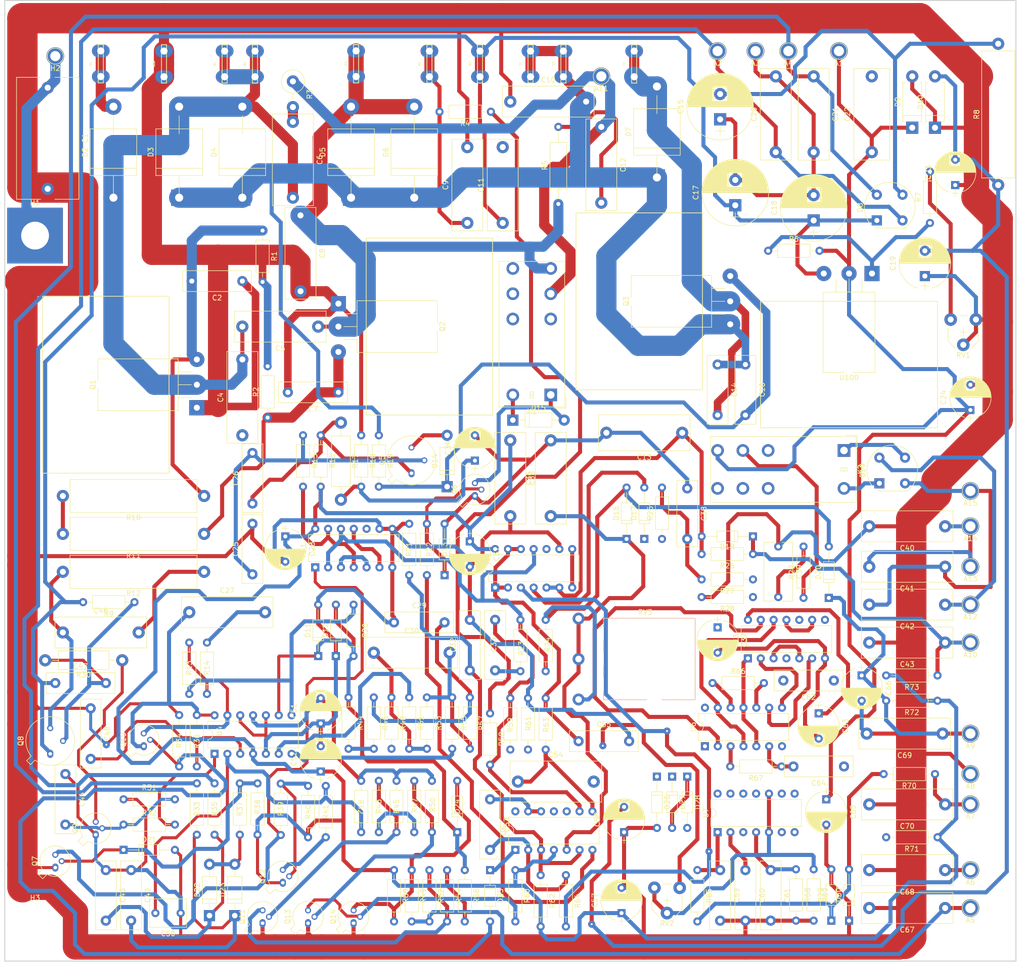
<source format=kicad_pcb>
(kicad_pcb (version 20171130) (host pcbnew 5.0.2-bee76a0~70~ubuntu18.04.1)
  (layers (0 F.Cu signal) (31 B.Cu signal) (34 B.Paste user) (35 F.Paste user) (36 B.SilkS user) (37 F.SilkS user) (38 B.Mask user) (39 F.Mask user) (44 Edge.Cuts user))
  (net 0 "")
  (net 1 /A1)
  (net 2 /A2)
  (net 3 GND)
  (net 4 /A4)
  (net 5 "Net-(A5-Pad1)")
  (net 6 "Net-(A6-Pad1)")
  (net 7 "Net-(A7-Pad1)")
  (net 8 "Net-(A9-Pad1)")
  (net 9 "Net-(A10-Pad1)")
  (net 10 "Net-(A11-Pad1)")
  (net 11 "Net-(A12-Pad1)")
  (net 12 "Net-(A13-Pad1)")
  (net 13 "Net-(A15-Pad1)")
  (net 14 "Net-(B1-Pad1)")
  (net 15 "Net-(C1-Pad1)")
  (net 16 "Net-(C2-Pad2)")
  (net 17 "Net-(C3-Pad1)")
  (net 18 "Net-(C6-Pad1)")
  (net 19 /Q2_G)
  (net 20 "Net-(C9-Pad1)")
  (net 21 "Net-(C10-Pad2)")
  (net 22 /G2)
  (net 23 "Net-(C12-Pad2)")
  (net 24 "Net-(C13-Pad1)")
  (net 25 "Net-(C14-Pad2)")
  (net 26 "Net-(C15-Pad2)")
  (net 27 /Q3_G)
  (net 28 /-Valim)
  (net 29 "Net-(C25-Pad1)")
  (net 30 "Net-(C26-Pad1)")
  (net 31 "Net-(C27-Pad1)")
  (net 32 "Net-(C27-Pad2)")
  (net 33 "Net-(C29-Pad2)")
  (net 34 "Net-(C30-Pad2)")
  (net 35 "Net-(C30-Pad1)")
  (net 36 "Net-(C32-Pad1)")
  (net 37 "Net-(C33-Pad2)")
  (net 38 "Net-(C33-Pad1)")
  (net 39 "Net-(C34-Pad1)")
  (net 40 "Net-(C36-Pad1)")
  (net 41 "Net-(C38-Pad2)")
  (net 42 "Net-(C39-Pad2)")
  (net 43 "Net-(C44-Pad2)")
  (net 44 "Net-(C45-Pad2)")
  (net 45 "Net-(C46-Pad1)")
  (net 46 "Net-(C46-Pad2)")
  (net 47 "Net-(C47-Pad2)")
  (net 48 "Net-(C48-Pad2)")
  (net 49 "Net-(C49-Pad2)")
  (net 50 "Net-(C50-Pad2)")
  (net 51 "Net-(C53-Pad2)")
  (net 52 "Net-(C54-Pad2)")
  (net 53 "Net-(C54-Pad1)")
  (net 54 "Net-(C55-Pad1)")
  (net 55 "Net-(C59-Pad1)")
  (net 56 "Net-(C60-Pad1)")
  (net 57 "Net-(C61-Pad1)")
  (net 58 "Net-(C62-Pad1)")
  (net 59 "Net-(C64-Pad2)")
  (net 60 "Net-(D1-Pad1)")
  (net 61 "Net-(D11-Pad1)")
  (net 62 "Net-(D13-Pad1)")
  (net 63 "Net-(D15-Pad2)")
  (net 64 "Net-(D16-Pad2)")
  (net 65 "Net-(D17-Pad1)")
  (net 66 "Net-(D17-Pad2)")
  (net 67 "Net-(D19-Pad3)")
  (net 68 "Net-(D19-Pad1)")
  (net 69 "Net-(D21-Pad1)")
  (net 70 "Net-(D22-Pad2)")
  (net 71 "Net-(D24-Pad2)")
  (net 72 "Net-(D25-Pad2)")
  (net 73 "Net-(D25-Pad1)")
  (net 74 "Net-(D29-Pad1)")
  (net 75 "Net-(K1-Pad11)")
  (net 76 "Net-(K1-Pad8)")
  (net 77 "Net-(K1-Pad4)")
  (net 78 "Net-(K1-Pad6)")
  (net 79 "Net-(K2-Pad6)")
  (net 80 "Net-(K2-Pad4)")
  (net 81 "Net-(K2-Pad8)")
  (net 82 "Net-(K2-Pad13)")
  (net 83 "Net-(K2-Pad11)")
  (net 84 "Net-(R4-Pad1)")
  (net 85 "Net-(R6-Pad1)")
  (net 86 "Net-(R7-Pad2)")
  (net 87 "Net-(Q10-Pad3)")
  (net 88 "Net-(R13-Pad2)")
  (net 89 "Net-(R15-Pad2)")
  (net 90 "Net-(R22-Pad2)")
  (net 91 "Net-(R23-Pad1)")
  (net 92 "Net-(R27-Pad1)")
  (net 93 "Net-(Q9-Pad3)")
  (net 94 "Net-(R32-Pad2)")
  (net 95 "Net-(Q12-Pad2)")
  (net 96 "Net-(Q7-Pad3)")
  (net 97 "Net-(Q12-Pad3)")
  (net 98 "Net-(C51-Pad2)")
  (net 99 "Net-(Q11-Pad2)")
  (net 100 "Net-(R44-Pad2)")
  (net 101 "Net-(Q13-Pad2)")
  (net 102 "Net-(R48-Pad2)")
  (net 103 "Net-(R51-Pad1)")
  (net 104 "Net-(Q11-Pad3)")
  (net 105 "Net-(R54-Pad1)")
  (net 106 "Net-(R55-Pad2)")
  (net 107 "Net-(Q13-Pad3)")
  (net 108 "Net-(R64-Pad2)")
  (net 109 "Net-(R66-Pad2)")
  (net 110 "Net-(R67-Pad2)")
  (net 111 "Net-(R69-Pad1)")
  (net 112 "Net-(U1-Pad11)")
  (net 113 "Net-(U1-Pad3)")
  (net 114 "Net-(U1-Pad10)")
  (net 115 "Net-(U2-Pad10)")
  (net 116 "Net-(U3-Pad1)")
  (net 117 "Net-(U3-Pad4)")
  (net 118 "Net-(U3-Pad11)")
  (net 119 "Net-(U3-Pad3)")
  (net 120 "Net-(U3-Pad12)")
  (net 121 "Net-(U3-Pad6)")
  (net 122 "Net-(U5-Pad14)")
  (net 123 "Net-(U7-Pad14)")
  (net 124 "Net-(U7-Pad7)")
  (net 125 "Net-(U7-Pad13)")
  (net 126 "Net-(U7-Pad6)")
  (net 127 "Net-(U7-Pad3)")
  (net 128 "Net-(D27-Pad1)")
  (net 129 "Net-(H3-Pad1)")
  (net 130 "Net-(D14-Pad2)")
  (module Yame_library:Pin_d2mm_L11.0mm (layer F.Cu) (at 220.08 64.93)
    (fp_text reference A1 (at 0 2.4) (layer F.SilkS))
    (fp_text value Conn_01x01_Male)
    (pad 1 thru_hole circle (at 0 0) (size 3.5 3.5) (drill 2) (layers *.Cu *.Mask) (net 1 /A1))
  )
  (module Yame_library:Pin_d2mm_L11.0mm (layer F.Cu) (at 196.08 64.93)
    (fp_text reference A2 (at 0 2.4) (layer F.SilkS))
    (fp_text value Conn_01x01_Male)
    (pad 1 thru_hole circle (at 0 0) (size 3.5 3.5) (drill 2) (layers *.Cu *.Mask) (net 2 /A2))
  )
  (module Yame_library:Pin_d2mm_L11.0mm (layer F.Cu) (at 203.58 64.93)
    (fp_text reference A3 (at 0 2.4) (layer F.SilkS))
    (fp_text value Conn_01x01_Male)
    (pad 1 thru_hole circle (at 0 0) (size 3.5 3.5) (drill 2) (layers *.Cu *.Mask) (net 3 GND))
  )
  (module Yame_library:Pin_d2mm_L11.0mm (layer F.Cu) (at 210.08 64.93)
    (fp_text reference A4 (at 0 2.4) (layer F.SilkS))
    (fp_text value Conn_01x01_Male)
    (pad 1 thru_hole circle (at 0 0) (size 3.5 3.5) (drill 2) (layers *.Cu *.Mask) (net 4 /A4))
  )
  (module Yame_library:Pin_d2mm_L11.0mm (layer F.Cu) (at 246.08 234.43)
    (fp_text reference A5 (at 0 2.4) (layer F.SilkS))
    (fp_text value Conn_01x01_Male)
    (pad 1 thru_hole circle (at 0 0) (size 3.5 3.5) (drill 2) (layers *.Cu *.Mask) (net 5 "Net-(A5-Pad1)"))
  )
  (module Yame_library:Pin_d2mm_L11.0mm (layer F.Cu) (at 246.08 226.93)
    (fp_text reference A6 (at 0 2.4) (layer F.SilkS))
    (fp_text value Conn_01x01_Male)
    (pad 1 thru_hole circle (at 0 0) (size 3.5 3.5) (drill 2) (layers *.Cu *.Mask) (net 6 "Net-(A6-Pad1)"))
  )
  (module Yame_library:Pin_d2mm_L11.0mm (layer F.Cu) (at 246.08 213.93)
    (fp_text reference A7 (at 0 2.4) (layer F.SilkS))
    (fp_text value Conn_01x01_Male)
    (pad 1 thru_hole circle (at 0 0) (size 3.5 3.5) (drill 2) (layers *.Cu *.Mask) (net 7 "Net-(A7-Pad1)"))
  )
  (module Yame_library:Pin_d2mm_L11.0mm (layer F.Cu) (at 246.08 207.93)
    (fp_text reference A8 (at 0 2.4) (layer F.SilkS))
    (fp_text value Conn_01x01_Male)
    (pad 1 thru_hole circle (at 0 0) (size 3.5 3.5) (drill 2) (layers *.Cu *.Mask) (net 3 GND))
  )
  (module Yame_library:Pin_d2mm_L11.0mm (layer F.Cu) (at 246.08 181.93)
    (fp_text reference A10 (at 0 2.4) (layer F.SilkS))
    (fp_text value Conn_01x01_Male)
    (pad 1 thru_hole circle (at 0 0) (size 3.5 3.5) (drill 2) (layers *.Cu *.Mask) (net 9 "Net-(A10-Pad1)"))
  )
  (module Yame_library:Pin_d2mm_L11.0mm (layer F.Cu) (at 173.08 69.93)
    (fp_text reference A11 (at 0 2.4) (layer F.SilkS))
    (fp_text value Conn_01x01_Male)
    (pad 1 thru_hole circle (at 0 0) (size 3.5 3.5) (drill 2) (layers *.Cu *.Mask) (net 10 "Net-(A11-Pad1)"))
  )
  (module Yame_library:Pin_d2mm_L11.0mm (layer F.Cu) (at 246.08 174.43)
    (fp_text reference A12 (at 0 2.4) (layer F.SilkS))
    (fp_text value Conn_01x01_Male)
    (pad 1 thru_hole circle (at 0 0) (size 3.5 3.5) (drill 2) (layers *.Cu *.Mask) (net 11 "Net-(A12-Pad1)"))
  )
  (module Yame_library:Pin_d2mm_L11.0mm (layer F.Cu) (at 246.08 166.93)
    (fp_text reference A13 (at 0 2.4) (layer F.SilkS))
    (fp_text value Conn_01x01_Male)
    (pad 1 thru_hole circle (at 0 0) (size 3.5 3.5) (drill 2) (layers *.Cu *.Mask) (net 12 "Net-(A13-Pad1)"))
  )
  (module Yame_library:Pin_d2mm_L11.0mm (layer F.Cu) (at 246.08 158.93)
    (fp_text reference A14 (at 0 2.4) (layer F.SilkS))
    (fp_text value Conn_01x01_Male)
    (pad 1 thru_hole circle (at 0 0) (size 3.5 3.5) (drill 2) (layers *.Cu *.Mask) (net 12 "Net-(A13-Pad1)"))
  )
  (module Yame_library:Pin_d2mm_L11.0mm (layer F.Cu) (at 246.08 151.93)
    (fp_text reference A15 (at 0 2.4) (layer F.SilkS))
    (fp_text value Conn_01x01_Male)
    (pad 1 thru_hole circle (at 0 0) (size 3.5 3.5) (drill 2) (layers *.Cu *.Mask) (net 13 "Net-(A15-Pad1)"))
  )
  (module "Yame_library:FASTON Printed Circuit Board Tabs" (layer F.Cu) (at 86.58 67.47 90)
    (fp_text reference A16 (at 0 -2 90) (layer F.SilkS) (effects (font (size 0.4 0.4) (thickness 0.1))))
    (fp_text value Conn_01x01_Male hide)
    (pad 1 thru_hole oval (at -2.54 0 90) (size 2.5 3.5) (drill 1.4) (layers *.Cu *.Mask) (net 3 GND))
    (pad 1 thru_hole oval (at 2.54 0 90) (size 2.5 3.5) (drill 1.4) (layers *.Cu *.Mask) (net 3 GND))
  )
  (module "Yame_library:FASTON Printed Circuit Board Tabs" (layer F.Cu) (at 98.58 67.47 90)
    (fp_text reference B1 (at 0 -2 90) (layer F.SilkS) (effects (font (size 0.4 0.4) (thickness 0.1))))
    (fp_text value Conn_01x01_Male hide)
    (pad 1 thru_hole oval (at -2.54 0 90) (size 2.5 3.5) (drill 1.4) (layers *.Cu *.Mask) (net 14 "Net-(B1-Pad1)"))
    (pad 1 thru_hole oval (at 2.54 0 90) (size 2.5 3.5) (drill 1.4) (layers *.Cu *.Mask) (net 14 "Net-(B1-Pad1)"))
  )
  (module "Yame_library:FASTON Printed Circuit Board Tabs" (layer F.Cu) (at 104.58 67.47 90)
    (fp_text reference B2 (at 0 -2 90) (layer F.SilkS) (effects (font (size 0.4 0.4) (thickness 0.1))))
    (fp_text value Conn_01x01_Male hide)
    (pad 1 thru_hole oval (at 2.54 0 90) (size 2.5 3.5) (drill 1.4) (layers *.Cu *.Mask) (net 14 "Net-(B1-Pad1)"))
    (pad 1 thru_hole oval (at -2.54 0 90) (size 2.5 3.5) (drill 1.4) (layers *.Cu *.Mask) (net 14 "Net-(B1-Pad1)"))
  )
  (module Yame_library:C_Rect_L24.0mm_W12.2mm_P20mm_MKT (layer F.Cu) (at 63.58 70.93 270)
    (fp_text reference C1 (at 11.25 -7.41 270) (layer F.SilkS))
    (fp_text value 0,1u)
    (pad 2 thru_hole circle (at 21.25 0 270) (size 2.4 2.4) (drill 1.2) (layers *.Cu *.Mask) (net 3 GND))
    (pad 1 thru_hole circle (at 1.25 0 270) (size 2.4 2.4) (drill 1.2) (layers *.Cu *.Mask) (net 15 "Net-(C1-Pad1)"))
  )
  (module Capacitors_THT:C_Rect_L13.5mm_W4.0mm_P10.00mm_FKS3_FKP3_MKS4 (layer F.Cu) (at 102.08 110.43 180)
    (fp_text reference C2 (at 5 -3.31 180) (layer F.SilkS))
    (fp_text value C)
    (pad 1 thru_hole circle (at 0 0 180) (size 2 2) (drill 1) (layers *.Cu *.Mask) (net 3 GND))
    (pad 2 thru_hole circle (at 10 0 180) (size 2 2) (drill 1) (layers *.Cu *.Mask) (net 16 "Net-(C2-Pad2)"))
  )
  (module "Yame_library:FASTON Printed Circuit Board Tabs" (layer F.Cu) (at 124.58 67.43 90)
    (fp_text reference C3 (at 0 -2 90) (layer F.SilkS) (effects (font (size 0.4 0.4) (thickness 0.1))))
    (fp_text value Conn_01x01_Male hide)
    (pad 1 thru_hole oval (at -2.54 0 90) (size 2.5 3.5) (drill 1.4) (layers *.Cu *.Mask) (net 17 "Net-(C3-Pad1)"))
    (pad 1 thru_hole oval (at 2.54 0 90) (size 2.5 3.5) (drill 1.4) (layers *.Cu *.Mask) (net 17 "Net-(C3-Pad1)"))
  )
  (module Capacitors_THT:C_Rect_L18.0mm_W6.0mm_P15.00mm_FKS3_FKP3 (layer F.Cu) (at 102.08 140.93 90)
    (fp_text reference C4 (at 7.5 -4.31 90) (layer F.SilkS))
    (fp_text value C)
    (pad 2 thru_hole circle (at 15 0 90) (size 2.4 2.4) (drill 1.2) (layers *.Cu *.Mask) (net 14 "Net-(B1-Pad1)"))
    (pad 1 thru_hole circle (at 0 0 90) (size 2.4 2.4) (drill 1.2) (layers *.Cu *.Mask) (net 3 GND))
  )
  (module Capacitors_THT:C_Rect_L18.0mm_W6.0mm_P15.00mm_FKS3_FKP3 (layer F.Cu) (at 117.08 119.43 180)
    (fp_text reference C5 (at 7.5 -4.31 180) (layer F.SilkS))
    (fp_text value C)
    (pad 2 thru_hole circle (at 15 0 180) (size 2.4 2.4) (drill 1.2) (layers *.Cu *.Mask) (net 14 "Net-(B1-Pad1)"))
    (pad 1 thru_hole circle (at 0 0 180) (size 2.4 2.4) (drill 1.2) (layers *.Cu *.Mask) (net 17 "Net-(C3-Pad1)"))
  )
  (module Capacitors_THT:C_Rect_L18.0mm_W8.0mm_P15.00mm_FKS3_FKP3 (layer F.Cu) (at 112.08 78.93 270)
    (fp_text reference C6 (at 7.5 -5.31 270) (layer F.SilkS))
    (fp_text value C)
    (pad 1 thru_hole circle (at 0 0 270) (size 2.4 2.4) (drill 1.2) (layers *.Cu *.Mask) (net 18 "Net-(C6-Pad1)"))
    (pad 2 thru_hole circle (at 15 0 270) (size 2.4 2.4) (drill 1.2) (layers *.Cu *.Mask) (net 14 "Net-(B1-Pad1)"))
  )
  (module Capacitors_THT:C_Rect_L13.5mm_W4.0mm_P10.00mm_FKS3_FKP3_MKS4 (layer F.Cu) (at 121.08 132.43 180)
    (fp_text reference C7 (at 5 -3.31 180) (layer F.SilkS))
    (fp_text value C)
    (pad 2 thru_hole circle (at 10 0 180) (size 2 2) (drill 1) (layers *.Cu *.Mask) (net 3 GND))
    (pad 1 thru_hole circle (at 0 0 180) (size 2 2) (drill 1) (layers *.Cu *.Mask) (net 19 /Q2_G))
  )
  (module Capacitors_THT:C_Rect_L18.0mm_W6.0mm_P15.00mm_FKS3_FKP3 (layer F.Cu) (at 113.58 97.43 270)
    (fp_text reference C8 (at 7.5 -4.31 270) (layer F.SilkS))
    (fp_text value C)
    (pad 1 thru_hole circle (at 0 0 270) (size 2.4 2.4) (drill 1.2) (layers *.Cu *.Mask) (net 17 "Net-(C3-Pad1)"))
    (pad 2 thru_hole circle (at 15 0 270) (size 2.4 2.4) (drill 1.2) (layers *.Cu *.Mask) (net 3 GND))
  )
  (module Capacitors_THT:C_Rect_L18.0mm_W6.0mm_P15.00mm_FKS3_FKP3 (layer F.Cu) (at 146.58 98.93 90)
    (fp_text reference C9 (at 7.5 -4.31 90) (layer F.SilkS))
    (fp_text value C)
    (pad 1 thru_hole circle (at 0 0 90) (size 2.4 2.4) (drill 1.2) (layers *.Cu *.Mask) (net 20 "Net-(C9-Pad1)"))
    (pad 2 thru_hole circle (at 15 0 90) (size 2.4 2.4) (drill 1.2) (layers *.Cu *.Mask) (net 3 GND))
  )
  (module Capacitors_THT:C_Rect_L18.0mm_W6.0mm_P15.00mm_FKS3_FKP3 (layer F.Cu) (at 155.08 74.93)
    (fp_text reference C10 (at 7.5 -4.31) (layer F.SilkS))
    (fp_text value C)
    (pad 2 thru_hole circle (at 15 0) (size 2.4 2.4) (drill 1.2) (layers *.Cu *.Mask) (net 21 "Net-(C10-Pad2)"))
    (pad 1 thru_hole circle (at 0 0) (size 2.4 2.4) (drill 1.2) (layers *.Cu *.Mask) (net 3 GND))
  )
  (module Capacitors_THT:C_Rect_L18.0mm_W6.0mm_P15.00mm_FKS3_FKP3 (layer F.Cu) (at 153.58 98.93 90)
    (fp_text reference C11 (at 7.5 -4.31 90) (layer F.SilkS))
    (fp_text value C)
    (pad 2 thru_hole circle (at 15 0 90) (size 2.4 2.4) (drill 1.2) (layers *.Cu *.Mask) (net 3 GND))
    (pad 1 thru_hole circle (at 0 0 90) (size 2.4 2.4) (drill 1.2) (layers *.Cu *.Mask) (net 22 /G2))
  )
  (module Capacitors_THT:C_Rect_L18.0mm_W6.0mm_P15.00mm_FKS3_FKP3 (layer F.Cu) (at 173.08 79.93 270)
    (fp_text reference C12 (at 7.5 -4.31 270) (layer F.SilkS))
    (fp_text value C)
    (pad 1 thru_hole circle (at 0 0 270) (size 2.4 2.4) (drill 1.2) (layers *.Cu *.Mask) (net 10 "Net-(A11-Pad1)"))
    (pad 2 thru_hole circle (at 15 0 270) (size 2.4 2.4) (drill 1.2) (layers *.Cu *.Mask) (net 23 "Net-(C12-Pad2)"))
  )
  (module Capacitors_THT:C_Rect_L18.0mm_W7.0mm_P15.00mm_FKS3_FKP3 (layer F.Cu) (at 189.08 140.43 180)
    (fp_text reference C13 (at 7.5 -4.81 180) (layer F.SilkS))
    (fp_text value C)
    (pad 2 thru_hole circle (at 15 0 180) (size 2.4 2.4) (drill 1.2) (layers *.Cu *.Mask) (net 3 GND))
    (pad 1 thru_hole circle (at 0 0 180) (size 2.4 2.4) (drill 1.2) (layers *.Cu *.Mask) (net 24 "Net-(C13-Pad1)"))
  )
  (module Capacitors_THT:C_Rect_L13.5mm_W4.0mm_P10.00mm_FKS3_FKP3_MKS4 (layer F.Cu) (at 196.08 126.93 270)
    (fp_text reference C14 (at 5 -3.31 270) (layer F.SilkS))
    (fp_text value C)
    (pad 2 thru_hole circle (at 10 0 270) (size 2 2) (drill 1) (layers *.Cu *.Mask) (net 25 "Net-(C14-Pad2)"))
    (pad 1 thru_hole circle (at 0 0 270) (size 2 2) (drill 1) (layers *.Cu *.Mask) (net 21 "Net-(C10-Pad2)"))
  )
  (module Capacitors_THT:CP_Radial_D13.0mm_P5.00mm (layer F.Cu) (at 196.58 78.43 90)
    (fp_text reference C15 (at 2.5 -7.81 90) (layer F.SilkS))
    (fp_text value CP)
    (pad 2 thru_hole circle (at 5 0 90) (size 2.4 2.4) (drill 1.2) (layers *.Cu *.Mask) (net 26 "Net-(C15-Pad2)"))
    (pad 1 thru_hole rect (at 0 0 90) (size 2.4 2.4) (drill 1.2) (layers *.Cu *.Mask) (net 3 GND))
  )
  (module Capacitors_THT:C_Rect_L13.5mm_W4.0mm_P10.00mm_FKS3_FKP3_MKS4 (layer F.Cu) (at 201.58 126.93 270)
    (fp_text reference C16 (at 5 -3.31 270) (layer F.SilkS))
    (fp_text value C)
    (pad 1 thru_hole circle (at 0 0 270) (size 2 2) (drill 1) (layers *.Cu *.Mask) (net 21 "Net-(C10-Pad2)"))
    (pad 2 thru_hole circle (at 10 0 270) (size 2 2) (drill 1) (layers *.Cu *.Mask) (net 27 /Q3_G))
  )
  (module Capacitors_THT:CP_Radial_D13.0mm_P5.00mm (layer F.Cu) (at 199.58 95.43 90)
    (fp_text reference C17 (at 2.5 -7.81 90) (layer F.SilkS))
    (fp_text value CP)
    (pad 1 thru_hole rect (at 0 0 90) (size 2.4 2.4) (drill 1.2) (layers *.Cu *.Mask) (net 22 /G2))
    (pad 2 thru_hole circle (at 5 0 90) (size 2.4 2.4) (drill 1.2) (layers *.Cu *.Mask) (net 3 GND))
  )
  (module Capacitors_THT:CP_Radial_D13.0mm_P5.00mm (layer F.Cu) (at 215.08 98.43 90)
    (fp_text reference C18 (at 2.5 -7.81 90) (layer F.SilkS))
    (fp_text value CP)
    (pad 2 thru_hole circle (at 5 0 90) (size 2.4 2.4) (drill 1.2) (layers *.Cu *.Mask) (net 3 GND))
    (pad 1 thru_hole rect (at 0 0 90) (size 2.4 2.4) (drill 1.2) (layers *.Cu *.Mask) (net 22 /G2))
  )
  (module Capacitors_THT:CP_Radial_D10.0mm_P5.00mm (layer F.Cu) (at 237.08 109.43 90)
    (fp_text reference C19 (at 2.5 -6.31 90) (layer F.SilkS))
    (fp_text value CP)
    (pad 2 thru_hole circle (at 5 0 90) (size 2 2) (drill 1) (layers *.Cu *.Mask) (net 28 /-Valim))
    (pad 1 thru_hole rect (at 0 0 90) (size 2 2) (drill 1) (layers *.Cu *.Mask) (net 3 GND))
  )
  (module Capacitors_THT:C_Rect_L18.0mm_W6.0mm_P15.00mm_FKS3_FKP3 (layer F.Cu) (at 207.58 84.93 90)
    (fp_text reference C20 (at 7.5 -4.31 90) (layer F.SilkS))
    (fp_text value C)
    (pad 2 thru_hole circle (at 15 0 90) (size 2.4 2.4) (drill 1.2) (layers *.Cu *.Mask) (net 3 GND))
    (pad 1 thru_hole circle (at 0 0 90) (size 2.4 2.4) (drill 1.2) (layers *.Cu *.Mask) (net 2 /A2))
  )
  (module Capacitors_THT:C_Rect_L18.0mm_W6.0mm_P15.00mm_FKS3_FKP3 (layer F.Cu) (at 215.08 69.93 270)
    (fp_text reference C21 (at 7.5 -4.31 270) (layer F.SilkS))
    (fp_text value C)
    (pad 1 thru_hole circle (at 0 0 270) (size 2.4 2.4) (drill 1.2) (layers *.Cu *.Mask) (net 4 /A4))
    (pad 2 thru_hole circle (at 15 0 270) (size 2.4 2.4) (drill 1.2) (layers *.Cu *.Mask) (net 3 GND))
  )
  (module Capacitors_THT:C_Rect_L18.0mm_W7.0mm_P15.00mm_FKS3_FKP3 (layer F.Cu) (at 226.58 84.93 90)
    (fp_text reference C22 (at 7.5 -4.81 90) (layer F.SilkS))
    (fp_text value C)
    (pad 1 thru_hole circle (at 0 0 90) (size 2.4 2.4) (drill 1.2) (layers *.Cu *.Mask) (net 1 /A1))
    (pad 2 thru_hole circle (at 15 0 90) (size 2.4 2.4) (drill 1.2) (layers *.Cu *.Mask) (net 3 GND))
  )
  (module Capacitors_THT:CP_Radial_D8.0mm_P5.00mm (layer F.Cu) (at 243.08 91.43 90)
    (fp_text reference C23 (at 2.5 -5.31 90) (layer F.SilkS))
    (fp_text value CP)
    (pad 1 thru_hole rect (at 0 0 90) (size 1.6 1.6) (drill 0.8) (layers *.Cu *.Mask) (net 3 GND))
    (pad 2 thru_hole circle (at 5 0 90) (size 1.6 1.6) (drill 0.8) (layers *.Cu *.Mask) (net 28 /-Valim))
  )
  (module Capacitors_THT:CP_Radial_D8.0mm_P5.00mm (layer F.Cu) (at 246.08 135.93 90)
    (fp_text reference C24 (at 2.5 -5.31 90) (layer F.SilkS))
    (fp_text value CP)
    (pad 2 thru_hole circle (at 5 0 90) (size 1.6 1.6) (drill 0.8) (layers *.Cu *.Mask) (net 3 GND))
    (pad 1 thru_hole rect (at 0 0 90) (size 1.6 1.6) (drill 0.8) (layers *.Cu *.Mask) (net 1 /A1))
  )
  (module Capacitors_THT:C_Rect_L13.5mm_W4.0mm_P10.00mm_FKS3_FKP3_MKS4 (layer F.Cu) (at 104.08 168.43 90)
    (fp_text reference C25 (at 5 -3.31 90) (layer F.SilkS))
    (fp_text value C)
    (pad 1 thru_hole circle (at 0 0 90) (size 2 2) (drill 1) (layers *.Cu *.Mask) (net 29 "Net-(C25-Pad1)"))
    (pad 2 thru_hole circle (at 10 0 90) (size 2 2) (drill 1) (layers *.Cu *.Mask) (net 3 GND))
  )
  (module Capacitors_THT:C_Rect_L13.5mm_W4.0mm_P10.00mm_FKS3_FKP3_MKS4 (layer F.Cu) (at 104.08 154.43 90)
    (fp_text reference C26 (at 5 -3.31 90) (layer F.SilkS))
    (fp_text value C)
    (pad 2 thru_hole circle (at 10 0 90) (size 2 2) (drill 1) (layers *.Cu *.Mask) (net 29 "Net-(C25-Pad1)"))
    (pad 1 thru_hole circle (at 0 0 90) (size 2 2) (drill 1) (layers *.Cu *.Mask) (net 30 "Net-(C26-Pad1)"))
  )
  (module Capacitors_THT:C_Rect_L18.0mm_W6.0mm_P15.00mm_FKS3_FKP3 (layer F.Cu) (at 91.58 175.93)
    (fp_text reference C27 (at 7.5 -4.31) (layer F.SilkS))
    (fp_text value C)
    (pad 1 thru_hole circle (at 0 0) (size 2.4 2.4) (drill 1.2) (layers *.Cu *.Mask) (net 31 "Net-(C27-Pad1)"))
    (pad 2 thru_hole circle (at 15 0) (size 2.4 2.4) (drill 1.2) (layers *.Cu *.Mask) (net 32 "Net-(C27-Pad2)"))
  )
  (module Capacitors_THT:CP_Radial_D8.0mm_P5.00mm (layer F.Cu) (at 110.58 160.93 270)
    (fp_text reference C28 (at 2.5 -5.31 270) (layer F.SilkS))
    (fp_text value CP)
    (pad 2 thru_hole circle (at 5 0 270) (size 1.6 1.6) (drill 0.8) (layers *.Cu *.Mask) (net 3 GND))
    (pad 1 thru_hole rect (at 0 0 270) (size 1.6 1.6) (drill 0.8) (layers *.Cu *.Mask) (net 1 /A1))
  )
  (module Capacitors_THT:C_Rect_L13.5mm_W4.0mm_P10.00mm_FKS3_FKP3_MKS4 (layer F.Cu) (at 132.08 177.93)
    (fp_text reference C29 (at 5 -3.31) (layer F.SilkS))
    (fp_text value C)
    (pad 2 thru_hole circle (at 10 0) (size 2 2) (drill 1) (layers *.Cu *.Mask) (net 33 "Net-(C29-Pad2)"))
    (pad 1 thru_hole circle (at 0 0) (size 2 2) (drill 1) (layers *.Cu *.Mask) (net 3 GND))
  )
  (module Capacitors_THT:C_Rect_L18.0mm_W6.0mm_P15.00mm_FKS3_FKP3 (layer F.Cu) (at 128.08 183.93)
    (fp_text reference C30 (at 7.5 -4.31) (layer F.SilkS))
    (fp_text value C)
    (pad 2 thru_hole circle (at 15 0) (size 2.4 2.4) (drill 1.2) (layers *.Cu *.Mask) (net 34 "Net-(C30-Pad2)"))
    (pad 1 thru_hole circle (at 0 0) (size 2.4 2.4) (drill 1.2) (layers *.Cu *.Mask) (net 35 "Net-(C30-Pad1)"))
  )
  (module Capacitors_THT:CP_Radial_D8.0mm_P5.00mm (layer F.Cu) (at 147.08 161.93 270)
    (fp_text reference C31 (at 2.5 -5.31 270) (layer F.SilkS))
    (fp_text value CP)
    (pad 2 thru_hole circle (at 5 0 270) (size 1.6 1.6) (drill 0.8) (layers *.Cu *.Mask) (net 3 GND))
    (pad 1 thru_hole rect (at 0 0 270) (size 1.6 1.6) (drill 0.8) (layers *.Cu *.Mask) (net 1 /A1))
  )
  (module Capacitors_THT:C_Rect_L13.5mm_W4.0mm_P10.00mm_FKS3_FKP3_MKS4 (layer F.Cu) (at 147.08 187.43 90)
    (fp_text reference C32 (at 5 -3.31 90) (layer F.SilkS))
    (fp_text value C)
    (pad 1 thru_hole circle (at 0 0 90) (size 2 2) (drill 1) (layers *.Cu *.Mask) (net 36 "Net-(C32-Pad1)"))
    (pad 2 thru_hole circle (at 10 0 90) (size 2 2) (drill 1) (layers *.Cu *.Mask) (net 3 GND))
  )
  (module Capacitors_THT:C_Rect_L13.5mm_W4.0mm_P10.00mm_FKS3_FKP3_MKS4 (layer F.Cu) (at 152.08 187.43 90)
    (fp_text reference C33 (at 5.1 -0.3 90) (layer F.SilkS))
    (fp_text value C)
    (pad 2 thru_hole circle (at 10 0 90) (size 2 2) (drill 1) (layers *.Cu *.Mask) (net 37 "Net-(C33-Pad2)"))
    (pad 1 thru_hole circle (at 0 0 90) (size 2 2) (drill 1) (layers *.Cu *.Mask) (net 38 "Net-(C33-Pad1)"))
  )
  (module Capacitors_THT:CP_Radial_D8.0mm_P5.00mm (layer F.Cu) (at 148.08 145.93 90)
    (fp_text reference C34 (at 2.5 -5.31 90) (layer F.SilkS))
    (fp_text value CP)
    (pad 1 thru_hole rect (at 0 0 90) (size 1.6 1.6) (drill 0.8) (layers *.Cu *.Mask) (net 39 "Net-(C34-Pad1)"))
    (pad 2 thru_hole circle (at 5 0 90) (size 1.6 1.6) (drill 0.8) (layers *.Cu *.Mask) (net 3 GND))
  )
  (module Capacitors_THT:C_Rect_L18.0mm_W6.0mm_P15.00mm_FKS3_FKP3 (layer F.Cu) (at 155.08 141.93 270)
    (fp_text reference C35 (at 7.5 -4.31 270) (layer F.SilkS))
    (fp_text value C)
    (pad 2 thru_hole circle (at 15 0 270) (size 2.4 2.4) (drill 1.2) (layers *.Cu *.Mask) (net 3 GND))
    (pad 1 thru_hole circle (at 0 0 270) (size 2.4 2.4) (drill 1.2) (layers *.Cu *.Mask) (net 1 /A1))
  )
  (module Capacitors_THT:C_Rect_L18.0mm_W6.0mm_P15.00mm_FKS3_FKP3 (layer F.Cu) (at 163.08 156.93 90)
    (fp_text reference C36 (at 7.5 -4.31 90) (layer F.SilkS))
    (fp_text value C)
    (pad 2 thru_hole circle (at 15 0 90) (size 2.4 2.4) (drill 1.2) (layers *.Cu *.Mask) (net 3 GND))
    (pad 1 thru_hole circle (at 0 0 90) (size 2.4 2.4) (drill 1.2) (layers *.Cu *.Mask) (net 40 "Net-(C36-Pad1)"))
  )
  (module Capacitors_THT:CP_Radial_D8.0mm_P5.00mm (layer F.Cu) (at 196.08 178.93 270)
    (fp_text reference C37 (at 2.5 -5.31 270) (layer F.SilkS))
    (fp_text value CP)
    (pad 2 thru_hole circle (at 5 0 270) (size 1.6 1.6) (drill 0.8) (layers *.Cu *.Mask) (net 3 GND))
    (pad 1 thru_hole rect (at 0 0 270) (size 1.6 1.6) (drill 0.8) (layers *.Cu *.Mask) (net 1 /A1))
  )
  (module Capacitors_THT:C_Rect_L13.0mm_W4.0mm_P10.00mm_FKS3_FKP3_MKS4 (layer F.Cu) (at 190.08 151.43 270)
    (fp_text reference C38 (at 5 -3.31 270) (layer F.SilkS))
    (fp_text value C)
    (pad 2 thru_hole circle (at 10 0 270) (size 2 2) (drill 1) (layers *.Cu *.Mask) (net 41 "Net-(C38-Pad2)"))
    (pad 1 thru_hole circle (at 0 0 270) (size 2 2) (drill 1) (layers *.Cu *.Mask) (net 3 GND))
  )
  (module Capacitors_THT:C_Rect_L11.5mm_W5.6mm_P10.00mm_MKT (layer F.Cu) (at 208.08 162.93 270)
    (fp_text reference C39 (at 5 -4.11 270) (layer F.SilkS))
    (fp_text value C)
    (pad 2 thru_hole circle (at 10 0 270) (size 1.6 1.6) (drill 0.8) (layers *.Cu *.Mask) (net 42 "Net-(C39-Pad2)"))
    (pad 1 thru_hole circle (at 0 0 270) (size 1.6 1.6) (drill 0.8) (layers *.Cu *.Mask) (net 3 GND))
  )
  (module Capacitors_THT:C_Rect_L18.0mm_W6.0mm_P15.00mm_FKS3_FKP3 (layer F.Cu) (at 241.08 158.93 180)
    (fp_text reference C40 (at 7.5 -4.31 180) (layer F.SilkS))
    (fp_text value C)
    (pad 1 thru_hole circle (at 0 0 180) (size 2.4 2.4) (drill 1.2) (layers *.Cu *.Mask) (net 12 "Net-(A13-Pad1)"))
    (pad 2 thru_hole circle (at 15 0 180) (size 2.4 2.4) (drill 1.2) (layers *.Cu *.Mask) (net 3 GND))
  )
  (module Capacitors_THT:C_Rect_L18.0mm_W6.0mm_P15.00mm_FKS3_FKP3 (layer F.Cu) (at 241.08 166.93 180)
    (fp_text reference C41 (at 7.5 -4.31 180) (layer F.SilkS))
    (fp_text value C)
    (pad 2 thru_hole circle (at 15 0 180) (size 2.4 2.4) (drill 1.2) (layers *.Cu *.Mask) (net 12 "Net-(A13-Pad1)"))
    (pad 1 thru_hole circle (at 0 0 180) (size 2.4 2.4) (drill 1.2) (layers *.Cu *.Mask) (net 13 "Net-(A15-Pad1)"))
  )
  (module Capacitors_THT:C_Rect_L18.0mm_W6.0mm_P15.00mm_FKS3_FKP3 (layer F.Cu) (at 241.08 174.43 180)
    (fp_text reference C42 (at 7.5 -4.31 180) (layer F.SilkS))
    (fp_text value C)
    (pad 1 thru_hole circle (at 0 0 180) (size 2.4 2.4) (drill 1.2) (layers *.Cu *.Mask) (net 11 "Net-(A12-Pad1)"))
    (pad 2 thru_hole circle (at 15 0 180) (size 2.4 2.4) (drill 1.2) (layers *.Cu *.Mask) (net 13 "Net-(A15-Pad1)"))
  )
  (module Capacitors_THT:C_Rect_L18.0mm_W6.0mm_P15.00mm_FKS3_FKP3 (layer F.Cu) (at 241.08 181.93 180)
    (fp_text reference C43 (at 7.5 -4.31 180) (layer F.SilkS))
    (fp_text value C)
    (pad 2 thru_hole circle (at 15 0 180) (size 2.4 2.4) (drill 1.2) (layers *.Cu *.Mask) (net 3 GND))
    (pad 1 thru_hole circle (at 0 0 180) (size 2.4 2.4) (drill 1.2) (layers *.Cu *.Mask) (net 9 "Net-(A10-Pad1)"))
  )
  (module Capacitors_THT:C_Rect_L13.5mm_W4.0mm_P10.00mm_FKS3_FKP3_MKS4 (layer F.Cu) (at 67.08 207.93 270)
    (fp_text reference C44 (at 5 -3.31 270) (layer F.SilkS))
    (fp_text value C)
    (pad 1 thru_hole circle (at 0 0 270) (size 2 2) (drill 1) (layers *.Cu *.Mask) (net 3 GND))
    (pad 2 thru_hole circle (at 10 0 270) (size 2 2) (drill 1) (layers *.Cu *.Mask) (net 43 "Net-(C44-Pad2)"))
  )
  (module Capacitors_THT:C_Rect_L13.5mm_W4.0mm_P10.00mm_FKS3_FKP3_MKS4 (layer F.Cu) (at 75.08 226.93 270)
    (fp_text reference C45 (at 5 -3.31 270) (layer F.SilkS))
    (fp_text value C)
    (pad 1 thru_hole circle (at 0 0 270) (size 2 2) (drill 1) (layers *.Cu *.Mask) (net 3 GND))
    (pad 2 thru_hole circle (at 10 0 270) (size 2 2) (drill 1) (layers *.Cu *.Mask) (net 44 "Net-(C45-Pad2)"))
  )
  (module Capacitors_THT:C_Rect_L18.0mm_W6.0mm_P15.00mm_FKS3_FKP3 (layer F.Cu) (at 66.58 179.93)
    (fp_text reference C46 (at 7.5 -4.31) (layer F.SilkS))
    (fp_text value C)
    (pad 1 thru_hole circle (at 0 0) (size 2.4 2.4) (drill 1.2) (layers *.Cu *.Mask) (net 45 "Net-(C46-Pad1)"))
    (pad 2 thru_hole circle (at 15 0) (size 2.4 2.4) (drill 1.2) (layers *.Cu *.Mask) (net 46 "Net-(C46-Pad2)"))
  )
  (module Capacitors_THT:C_Rect_L13.5mm_W4.0mm_P10.00mm_FKS3_FKP3_MKS4 (layer F.Cu) (at 65.08 189.93)
    (fp_text reference C47 (at 5 -3.31) (layer F.SilkS))
    (fp_text value C)
    (pad 1 thru_hole circle (at 0 0) (size 2 2) (drill 1) (layers *.Cu *.Mask) (net 22 /G2))
    (pad 2 thru_hole circle (at 10 0) (size 2 2) (drill 1) (layers *.Cu *.Mask) (net 47 "Net-(C47-Pad2)"))
  )
  (module Capacitors_THT:C_Rect_L13.5mm_W4.0mm_P10.00mm_FKS3_FKP3_MKS4 (layer F.Cu) (at 72.08 194.93 270)
    (fp_text reference C48 (at 5 -3.31 270) (layer F.SilkS))
    (fp_text value C)
    (pad 2 thru_hole circle (at 10 0 270) (size 2 2) (drill 1) (layers *.Cu *.Mask) (net 48 "Net-(C48-Pad2)"))
    (pad 1 thru_hole circle (at 0 0 270) (size 2 2) (drill 1) (layers *.Cu *.Mask) (net 3 GND))
  )
  (module Capacitors_THT:C_Rect_L13.5mm_W4.0mm_P10.00mm_FKS3_FKP3_MKS4 (layer F.Cu) (at 80.08 226.93 270)
    (fp_text reference C49 (at 5 -3.31 270) (layer F.SilkS))
    (fp_text value C)
    (pad 1 thru_hole circle (at 0 0 270) (size 2 2) (drill 1) (layers *.Cu *.Mask) (net 3 GND))
    (pad 2 thru_hole circle (at 10 0 270) (size 2 2) (drill 1) (layers *.Cu *.Mask) (net 49 "Net-(C49-Pad2)"))
  )
  (module Capacitors_THT:C_Rect_L7.2mm_W5.5mm_P5.00mm_FKS2_FKP2_MKS2_MKP2 (layer F.Cu) (at 89.88 235.43 180)
    (fp_text reference C50 (at 2.5 -4.06 180) (layer F.SilkS))
    (fp_text value C)
    (pad 2 thru_hole circle (at 5 0 180) (size 1.6 1.6) (drill 0.8) (layers *.Cu *.Mask) (net 50 "Net-(C50-Pad2)"))
    (pad 1 thru_hole circle (at 0 0 180) (size 1.6 1.6) (drill 0.8) (layers *.Cu *.Mask) (net 3 GND))
  )
  (module Capacitors_THT:C_Rect_L13.5mm_W4.0mm_P10.00mm_FKS3_FKP3_MKS4 (layer F.Cu) (at 151.08 212.93 270)
    (fp_text reference C53 (at 5 -3.31 270) (layer F.SilkS))
    (fp_text value C)
    (pad 2 thru_hole circle (at 10 0 270) (size 2 2) (drill 1) (layers *.Cu *.Mask) (net 51 "Net-(C53-Pad2)"))
    (pad 1 thru_hole circle (at 0 0 270) (size 2 2) (drill 1) (layers *.Cu *.Mask) (net 3 GND))
  )
  (module Capacitors_THT:C_Rect_L18.0mm_W8.0mm_P15.00mm_FKS3_FKP3 (layer F.Cu) (at 156.58 209.43)
    (fp_text reference C54 (at 7.5 -5.31) (layer F.SilkS))
    (fp_text value C)
    (pad 2 thru_hole circle (at 15 0) (size 2.4 2.4) (drill 1.2) (layers *.Cu *.Mask) (net 52 "Net-(C54-Pad2)"))
    (pad 1 thru_hole circle (at 0 0) (size 2.4 2.4) (drill 1.2) (layers *.Cu *.Mask) (net 53 "Net-(C54-Pad1)"))
  )
  (module Capacitors_THT:C_Rect_L13.5mm_W4.0mm_P10.00mm_FKS3_FKP3_MKS4 (layer F.Cu) (at 168.58 201.43)
    (fp_text reference C55 (at 5 -3.31) (layer F.SilkS))
    (fp_text value C)
    (pad 2 thru_hole circle (at 10 0) (size 2 2) (drill 1) (layers *.Cu *.Mask) (net 3 GND))
    (pad 1 thru_hole circle (at 0 0) (size 2 2) (drill 1) (layers *.Cu *.Mask) (net 54 "Net-(C55-Pad1)"))
  )
  (module Capacitors_THT:CP_Radial_D8.0mm_P5.00mm (layer F.Cu) (at 177.08 235.43 90)
    (fp_text reference C57 (at 2.5 -5.31 90) (layer F.SilkS))
    (fp_text value CP)
    (pad 2 thru_hole circle (at 5 0 90) (size 1.6 1.6) (drill 0.8) (layers *.Cu *.Mask) (net 3 GND))
    (pad 1 thru_hole rect (at 0 0 90) (size 1.6 1.6) (drill 0.8) (layers *.Cu *.Mask) (net 1 /A1))
  )
  (module Capacitors_THT:CP_Radial_D8.0mm_P5.00mm (layer F.Cu) (at 177.58 219.43 90)
    (fp_text reference C58 (at 2.5 -5.31 90) (layer F.SilkS))
    (fp_text value CP)
    (pad 1 thru_hole rect (at 0 0 90) (size 1.6 1.6) (drill 0.8) (layers *.Cu *.Mask) (net 3 GND))
    (pad 2 thru_hole circle (at 5 0 90) (size 1.6 1.6) (drill 0.8) (layers *.Cu *.Mask) (net 28 /-Valim))
  )
  (module Capacitors_THT:C_Rect_L13.5mm_W4.0mm_P10.00mm_FKS3_FKP3_MKS4 (layer F.Cu) (at 196.58 226.93 270)
    (fp_text reference C59 (at 5 -3.31 270) (layer F.SilkS))
    (fp_text value C)
    (pad 1 thru_hole circle (at 0 0 270) (size 2 2) (drill 1) (layers *.Cu *.Mask) (net 55 "Net-(C59-Pad1)"))
    (pad 2 thru_hole circle (at 10 0 270) (size 2 2) (drill 1) (layers *.Cu *.Mask) (net 3 GND))
  )
  (module Capacitors_THT:C_Rect_L13.5mm_W4.0mm_P10.00mm_FKS3_FKP3_MKS4 (layer F.Cu) (at 201.58 226.93 270)
    (fp_text reference C60 (at 5 -3.31 270) (layer F.SilkS))
    (fp_text value C)
    (pad 2 thru_hole circle (at 10 0 270) (size 2 2) (drill 1) (layers *.Cu *.Mask) (net 3 GND))
    (pad 1 thru_hole circle (at 0 0 270) (size 2 2) (drill 1) (layers *.Cu *.Mask) (net 56 "Net-(C60-Pad1)"))
  )
  (module Capacitors_THT:C_Rect_L13.5mm_W4.0mm_P10.00mm_FKS3_FKP3_MKS4 (layer F.Cu) (at 206.58 226.93 270)
    (fp_text reference C61 (at 5 -3.31 270) (layer F.SilkS))
    (fp_text value C)
    (pad 1 thru_hole circle (at 0 0 270) (size 2 2) (drill 1) (layers *.Cu *.Mask) (net 57 "Net-(C61-Pad1)"))
    (pad 2 thru_hole circle (at 10 0 270) (size 2 2) (drill 1) (layers *.Cu *.Mask) (net 3 GND))
  )
  (module Capacitors_THT:CP_Radial_D8.0mm_P5.00mm (layer F.Cu) (at 216.08 195.93 270)
    (fp_text reference C63 (at 2.5 -5.31 270) (layer F.SilkS))
    (fp_text value CP)
    (pad 2 thru_hole circle (at 5 0 270) (size 1.6 1.6) (drill 0.8) (layers *.Cu *.Mask) (net 3 GND))
    (pad 1 thru_hole rect (at 0 0 270) (size 1.6 1.6) (drill 0.8) (layers *.Cu *.Mask) (net 1 /A1))
  )
  (module Capacitors_THT:C_Rect_L13.5mm_W4.0mm_P10.00mm_FKS3_FKP3_MKS4 (layer F.Cu) (at 221.08 206.43 180)
    (fp_text reference C64 (at 5 -3.31 180) (layer F.SilkS))
    (fp_text value C)
    (pad 2 thru_hole circle (at 10 0 180) (size 2 2) (drill 1) (layers *.Cu *.Mask) (net 59 "Net-(C64-Pad2)"))
    (pad 1 thru_hole circle (at 0 0 180) (size 2 2) (drill 1) (layers *.Cu *.Mask) (net 3 GND))
  )
  (module Capacitors_THT:CP_Radial_D8.0mm_P5.00mm (layer F.Cu) (at 217.58 212.93 270)
    (fp_text reference C65 (at 2.5 -5.31 270) (layer F.SilkS))
    (fp_text value CP)
    (pad 1 thru_hole rect (at 0 0 270) (size 1.6 1.6) (drill 0.8) (layers *.Cu *.Mask) (net 1 /A1))
    (pad 2 thru_hole circle (at 5 0 270) (size 1.6 1.6) (drill 0.8) (layers *.Cu *.Mask) (net 3 GND))
  )
  (module Capacitors_THT:CP_Radial_D8.0mm_P5.00mm (layer F.Cu) (at 224.58 188.43 270)
    (fp_text reference C66 (at 2.5 -5.31 270) (layer F.SilkS))
    (fp_text value CP)
    (pad 1 thru_hole rect (at 0 0 270) (size 1.6 1.6) (drill 0.8) (layers *.Cu *.Mask) (net 8 "Net-(A9-Pad1)"))
    (pad 2 thru_hole circle (at 5 0 270) (size 1.6 1.6) (drill 0.8) (layers *.Cu *.Mask) (net 3 GND))
  )
  (module Capacitors_THT:C_Rect_L18.0mm_W6.0mm_P15.00mm_FKS3_FKP3 (layer F.Cu) (at 241.08 234.43 180)
    (fp_text reference C67 (at 7.5 -4.31 180) (layer F.SilkS))
    (fp_text value C)
    (pad 2 thru_hole circle (at 15 0 180) (size 2.4 2.4) (drill 1.2) (layers *.Cu *.Mask) (net 3 GND))
    (pad 1 thru_hole circle (at 0 0 180) (size 2.4 2.4) (drill 1.2) (layers *.Cu *.Mask) (net 5 "Net-(A5-Pad1)"))
  )
  (module Capacitors_THT:C_Rect_L18.0mm_W6.0mm_P15.00mm_FKS3_FKP3 (layer F.Cu) (at 241.08 226.93 180)
    (fp_text reference C68 (at 7.5 -4.31 180) (layer F.SilkS))
    (fp_text value C)
    (pad 2 thru_hole circle (at 15 0 180) (size 2.4 2.4) (drill 1.2) (layers *.Cu *.Mask) (net 3 GND))
    (pad 1 thru_hole circle (at 0 0 180) (size 2.4 2.4) (drill 1.2) (layers *.Cu *.Mask) (net 6 "Net-(A6-Pad1)"))
  )
  (module Capacitors_THT:C_Rect_L18.0mm_W6.0mm_P15.00mm_FKS3_FKP3 (layer F.Cu) (at 240.58 199.93 180)
    (fp_text reference C69 (at 7.5 -4.31 180) (layer F.SilkS))
    (fp_text value C)
    (pad 1 thru_hole circle (at 0 0 180) (size 2.4 2.4) (drill 1.2) (layers *.Cu *.Mask) (net 8 "Net-(A9-Pad1)"))
    (pad 2 thru_hole circle (at 15 0 180) (size 2.4 2.4) (drill 1.2) (layers *.Cu *.Mask) (net 3 GND))
  )
  (module Capacitors_THT:C_Rect_L18.0mm_W6.0mm_P15.00mm_FKS3_FKP3 (layer F.Cu) (at 241.08 213.93 180)
    (fp_text reference C70 (at 7.5 -4.31 180) (layer F.SilkS))
    (fp_text value C)
    (pad 1 thru_hole circle (at 0 0 180) (size 2.4 2.4) (drill 1.2) (layers *.Cu *.Mask) (net 7 "Net-(A7-Pad1)"))
    (pad 2 thru_hole circle (at 15 0 180) (size 2.4 2.4) (drill 1.2) (layers *.Cu *.Mask) (net 3 GND))
  )
  (module "Yame_library:FASTON Printed Circuit Board Tabs" (layer F.Cu) (at 74.08 67.43 90)
    (fp_text reference D1 (at 0 -2 90) (layer F.SilkS) (effects (font (size 0.4 0.4) (thickness 0.1))))
    (fp_text value Conn_01x01_Male hide)
    (pad 1 thru_hole oval (at -2.54 0 90) (size 2.5 3.5) (drill 1.4) (layers *.Cu *.Mask) (net 60 "Net-(D1-Pad1)"))
    (pad 1 thru_hole oval (at 2.54 0 90) (size 2.5 3.5) (drill 1.4) (layers *.Cu *.Mask) (net 60 "Net-(D1-Pad1)"))
  )
  (module Yame_library:D_P600_R-6_P18.00mm_Horizontal (layer F.Cu) (at 76.58 94.93 90)
    (fp_text reference D2 (at 10 -5.61 90) (layer F.SilkS))
    (fp_text value D)
    (pad 2 thru_hole oval (at 19 0 90) (size 3.2 3.2) (drill 1.6) (layers *.Cu *.Mask) (net 60 "Net-(D1-Pad1)"))
    (pad 1 thru_hole rect (at 1 0 90) (size 3.2 3.2) (drill 1.6) (layers *.Cu *.Mask) (net 14 "Net-(B1-Pad1)"))
  )
  (module Yame_library:D_P600_R-6_P18.00mm_Horizontal (layer F.Cu) (at 89.58 94.93 90)
    (fp_text reference D3 (at 10 -5.61 90) (layer F.SilkS))
    (fp_text value D)
    (pad 1 thru_hole rect (at 1 0 90) (size 3.2 3.2) (drill 1.6) (layers *.Cu *.Mask) (net 21 "Net-(C10-Pad2)"))
    (pad 2 thru_hole oval (at 19 0 90) (size 3.2 3.2) (drill 1.6) (layers *.Cu *.Mask) (net 14 "Net-(B1-Pad1)"))
  )
  (module Yame_library:D_P600_R-6_P18.00mm_Horizontal (layer F.Cu) (at 102.08 94.93 90)
    (fp_text reference D4 (at 10 -5.61 90) (layer F.SilkS))
    (fp_text value D)
    (pad 2 thru_hole oval (at 19 0 90) (size 3.2 3.2) (drill 1.6) (layers *.Cu *.Mask) (net 14 "Net-(B1-Pad1)"))
    (pad 1 thru_hole rect (at 1 0 90) (size 3.2 3.2) (drill 1.6) (layers *.Cu *.Mask) (net 21 "Net-(C10-Pad2)"))
  )
  (module Yame_library:D_P600_R-6_P18.00mm_Horizontal (layer F.Cu) (at 123.58 94.93 90)
    (fp_text reference D5 (at 10 -5.61 90) (layer F.SilkS))
    (fp_text value D)
    (pad 1 thru_hole rect (at 1 0 90) (size 3.2 3.2) (drill 1.6) (layers *.Cu *.Mask) (net 21 "Net-(C10-Pad2)"))
    (pad 2 thru_hole oval (at 19 0 90) (size 3.2 3.2) (drill 1.6) (layers *.Cu *.Mask) (net 17 "Net-(C3-Pad1)"))
  )
  (module Yame_library:D_P600_R-6_P18.00mm_Horizontal (layer F.Cu) (at 136.08 94.93 90)
    (fp_text reference D6 (at 10 -5.61 90) (layer F.SilkS))
    (fp_text value D)
    (pad 2 thru_hole oval (at 19 0 90) (size 3.2 3.2) (drill 1.6) (layers *.Cu *.Mask) (net 17 "Net-(C3-Pad1)"))
    (pad 1 thru_hole rect (at 1 0 90) (size 3.2 3.2) (drill 1.6) (layers *.Cu *.Mask) (net 21 "Net-(C10-Pad2)"))
  )
  (module Yame_library:D_P600_R-6_P18.00mm_Horizontal (layer F.Cu) (at 184.08 90.93 90)
    (fp_text reference D7 (at 10 -5.61 90) (layer F.SilkS))
    (fp_text value D)
    (pad 1 thru_hole rect (at 1 0 90) (size 3.2 3.2) (drill 1.6) (layers *.Cu *.Mask) (net 21 "Net-(C10-Pad2)"))
    (pad 2 thru_hole oval (at 19 0 90) (size 3.2 3.2) (drill 1.6) (layers *.Cu *.Mask) (net 25 "Net-(C14-Pad2)"))
  )
  (module Diodes_THT:Diode_Bridge_Round_D9.8mm (layer F.Cu) (at 227.58 98.43 90)
    (fp_text reference D8 (at 2.54 -3.302 90) (layer F.SilkS))
    (fp_text value D_Bridge_+A-A)
    (pad 1 thru_hole rect (at 0 0 90) (size 2 2) (drill 1) (layers *.Cu *.Mask) (net 22 /G2))
    (pad 3 thru_hole oval (at 5.08 5.08 90) (size 2 2) (drill 1) (layers *.Cu *.Mask) (net 26 "Net-(C15-Pad2)"))
    (pad 2 thru_hole oval (at 0 5.08 90) (size 2 2) (drill 1) (layers *.Cu *.Mask) (net 2 /A2))
    (pad 4 thru_hole oval (at 5.08 0 90) (size 2 2) (drill 1) (layers *.Cu *.Mask) (net 4 /A4))
  )
  (module Diodes_THT:D_DO-15_P10.16mm_Horizontal (layer F.Cu) (at 234.58 80.09 90)
    (fp_text reference D9 (at 5.08 -2.86 90) (layer F.SilkS))
    (fp_text value D)
    (pad 1 thru_hole rect (at 0 0 90) (size 2.4 2.4) (drill 1.2) (layers *.Cu *.Mask) (net 1 /A1))
    (pad 2 thru_hole oval (at 10.16 0 90) (size 2.4 2.4) (drill 1.2) (layers *.Cu *.Mask) (net 3 GND))
  )
  (module Diodes_THT:D_DO-15_P10.16mm_Horizontal (layer F.Cu) (at 239.08 80.09 90)
    (fp_text reference D10 (at 5.08 -2.86 90) (layer F.SilkS))
    (fp_text value D)
    (pad 2 thru_hole oval (at 10.16 0 90) (size 2.4 2.4) (drill 1.2) (layers *.Cu *.Mask) (net 28 /-Valim))
    (pad 1 thru_hole rect (at 0 0 90) (size 2.4 2.4) (drill 1.2) (layers *.Cu *.Mask) (net 3 GND))
  )
  (module Diodes_THT:D_DO-35_SOD27_P10.16mm_Horizontal (layer F.Cu) (at 117.08 184.59 90)
    (fp_text reference D11 (at 5.08 -2.06 90) (layer F.SilkS))
    (fp_text value D)
    (pad 1 thru_hole rect (at 0 0 90) (size 1.6 1.6) (drill 0.8) (layers *.Cu *.Mask) (net 61 "Net-(D11-Pad1)"))
    (pad 2 thru_hole oval (at 10.16 0 90) (size 1.6 1.6) (drill 0.8) (layers *.Cu *.Mask) (net 3 GND))
  )
  (module Diodes_THT:D_DO-35_SOD27_P10.16mm_Horizontal (layer F.Cu) (at 120.58 184.59 90)
    (fp_text reference D12 (at 5.08 -2.06 90) (layer F.SilkS))
    (fp_text value D)
    (pad 1 thru_hole rect (at 0 0 90) (size 1.6 1.6) (drill 0.8) (layers *.Cu *.Mask) (net 3 GND))
    (pad 2 thru_hole oval (at 10.16 0 90) (size 1.6 1.6) (drill 0.8) (layers *.Cu *.Mask) (net 61 "Net-(D11-Pad1)"))
  )
  (module Diodes_THT:D_DO-35_SOD27_P10.16mm_Horizontal (layer F.Cu) (at 142.08 168.59 90)
    (fp_text reference D13 (at 5.08 0 90) (layer F.SilkS))
    (fp_text value D)
    (pad 2 thru_hole oval (at 10.16 0 90) (size 1.6 1.6) (drill 0.8) (layers *.Cu *.Mask) (net 3 GND))
    (pad 1 thru_hole rect (at 0 0 90) (size 1.6 1.6) (drill 0.8) (layers *.Cu *.Mask) (net 62 "Net-(D13-Pad1)"))
  )
  (module Diodes_THT:D_DO-41_SOD81_P10.16mm_Horizontal (layer F.Cu) (at 142.58 151.09 90)
    (fp_text reference D14 (at 5.08 -2.41 90) (layer F.SilkS))
    (fp_text value D)
    (pad 1 thru_hole rect (at 0 0 90) (size 2.2 2.2) (drill 1.1) (layers *.Cu *.Mask) (net 27 /Q3_G))
    (pad 2 thru_hole oval (at 10.16 0 90) (size 2.2 2.2) (drill 1.1) (layers *.Cu *.Mask) (net 130 "Net-(D14-Pad2)"))
  )
  (module Diodes_THT:D_DO-41_SOD81_P10.16mm_Horizontal (layer F.Cu) (at 155.58 137.93)
    (fp_text reference D15 (at 5.08 -2.41) (layer F.SilkS))
    (fp_text value D)
    (pad 2 thru_hole oval (at 10.16 0) (size 2.2 2.2) (drill 1.1) (layers *.Cu *.Mask) (net 63 "Net-(D15-Pad2)"))
    (pad 1 thru_hole rect (at 0 0) (size 2.2 2.2) (drill 1.1) (layers *.Cu *.Mask) (net 22 /G2))
  )
  (module Diodes_THT:D_DO-35_SOD27_P10.16mm_Horizontal (layer F.Cu) (at 178.08 161.43 90)
    (fp_text reference D16 (at 5.08 -2.06 90) (layer F.SilkS))
    (fp_text value D)
    (pad 2 thru_hole oval (at 10.16 0 90) (size 1.6 1.6) (drill 0.8) (layers *.Cu *.Mask) (net 64 "Net-(D16-Pad2)"))
    (pad 1 thru_hole rect (at 0 0 90) (size 1.6 1.6) (drill 0.8) (layers *.Cu *.Mask) (net 40 "Net-(C36-Pad1)"))
  )
  (module Diodes_THT:D_DO-35_SOD27_P10.16mm_Horizontal (layer F.Cu) (at 181.58 161.43 90)
    (fp_text reference D17 (at 5.08 -2.06 90) (layer F.SilkS))
    (fp_text value D)
    (pad 1 thru_hole rect (at 0 0 90) (size 1.6 1.6) (drill 0.8) (layers *.Cu *.Mask) (net 65 "Net-(D17-Pad1)"))
    (pad 2 thru_hole oval (at 10.16 0 90) (size 1.6 1.6) (drill 0.8) (layers *.Cu *.Mask) (net 66 "Net-(D17-Pad2)"))
  )
  (module Diodes_THT:D_DO-35_SOD27_P10.16mm_Horizontal (layer F.Cu) (at 203.08 160.93 180)
    (fp_text reference D18 (at 5.08 -2.06 180) (layer F.SilkS))
    (fp_text value D)
    (pad 2 thru_hole oval (at 10.16 0 180) (size 1.6 1.6) (drill 0.8) (layers *.Cu *.Mask) (net 24 "Net-(C13-Pad1)"))
    (pad 1 thru_hole rect (at 0 0 180) (size 1.6 1.6) (drill 0.8) (layers *.Cu *.Mask) (net 9 "Net-(A10-Pad1)"))
  )
  (module Diodes_THT:Diode_Bridge_Round_D9.8mm (layer F.Cu) (at 228.08 150.43 90)
    (fp_text reference D19 (at 2.54 -3.302 90) (layer F.SilkS))
    (fp_text value D_Bridge_+A-A)
    (pad 4 thru_hole oval (at 5.08 0 90) (size 2 2) (drill 1) (layers *.Cu *.Mask) (net 11 "Net-(A12-Pad1)"))
    (pad 2 thru_hole oval (at 0 5.08 90) (size 2 2) (drill 1) (layers *.Cu *.Mask) (net 13 "Net-(A15-Pad1)"))
    (pad 3 thru_hole oval (at 5.08 5.08 90) (size 2 2) (drill 1) (layers *.Cu *.Mask) (net 67 "Net-(D19-Pad3)"))
    (pad 1 thru_hole rect (at 0 0 90) (size 2 2) (drill 1) (layers *.Cu *.Mask) (net 68 "Net-(D19-Pad1)"))
  )
  (module Diodes_THT:D_DO-35_SOD27_P10.16mm_Horizontal (layer F.Cu) (at 218.08 173.09 90)
    (fp_text reference D20 (at 5.08 -2.06 90) (layer F.SilkS))
    (fp_text value D)
    (pad 2 thru_hole oval (at 10.16 0 90) (size 1.6 1.6) (drill 0.8) (layers *.Cu *.Mask) (net 64 "Net-(D16-Pad2)"))
    (pad 1 thru_hole rect (at 0 0 90) (size 1.6 1.6) (drill 0.8) (layers *.Cu *.Mask) (net 8 "Net-(A9-Pad1)"))
  )
  (module Diodes_THT:D_DO-35_SOD27_P10.16mm_Horizontal (layer F.Cu) (at 78.58 222.93)
    (fp_text reference D21 (at 5.08 -2.06) (layer F.SilkS))
    (fp_text value D)
    (pad 2 thru_hole oval (at 10.16 0) (size 1.6 1.6) (drill 0.8) (layers *.Cu *.Mask) (net 3 GND))
    (pad 1 thru_hole rect (at 0 0) (size 1.6 1.6) (drill 0.8) (layers *.Cu *.Mask) (net 69 "Net-(D21-Pad1)"))
  )
  (module Diodes_THT:D_DO-41_SOD81_P10.16mm_Horizontal (layer F.Cu) (at 95.58 235.93 90)
    (fp_text reference D22 (at 5.08 -2.41 90) (layer F.SilkS))
    (fp_text value D)
    (pad 1 thru_hole rect (at 0 0 90) (size 2.2 2.2) (drill 1.1) (layers *.Cu *.Mask) (net 44 "Net-(C45-Pad2)"))
    (pad 2 thru_hole oval (at 10.16 0 90) (size 2.2 2.2) (drill 1.1) (layers *.Cu *.Mask) (net 70 "Net-(D22-Pad2)"))
  )
  (module Diodes_THT:D_DO-41_SOD81_P10.16mm_Horizontal (layer F.Cu) (at 100.58 235.93 90)
    (fp_text reference D23 (at 5.08 -2.41 90) (layer F.SilkS))
    (fp_text value D)
    (pad 2 thru_hole oval (at 10.16 0 90) (size 2.2 2.2) (drill 1.1) (layers *.Cu *.Mask) (net 70 "Net-(D22-Pad2)"))
    (pad 1 thru_hole rect (at 0 0 90) (size 2.2 2.2) (drill 1.1) (layers *.Cu *.Mask) (net 49 "Net-(C49-Pad2)"))
  )
  (module Diodes_THT:D_DO-35_SOD27_P10.16mm_Horizontal (layer F.Cu) (at 144.58 219.43 90)
    (fp_text reference D24 (at 5.1 0 90) (layer F.SilkS))
    (fp_text value D)
    (pad 1 thru_hole rect (at 0 0 90) (size 1.6 1.6) (drill 0.8) (layers *.Cu *.Mask) (net 61 "Net-(D11-Pad1)"))
    (pad 2 thru_hole oval (at 10.16 0 90) (size 1.6 1.6) (drill 0.8) (layers *.Cu *.Mask) (net 71 "Net-(D24-Pad2)"))
  )
  (module Diodes_THT:D_DO-35_SOD27_P10.16mm_Horizontal (layer F.Cu) (at 151.08 226.93 270)
    (fp_text reference D25 (at 5.08 -2.06 270) (layer F.SilkS))
    (fp_text value D)
    (pad 2 thru_hole oval (at 10.16 0 270) (size 1.6 1.6) (drill 0.8) (layers *.Cu *.Mask) (net 72 "Net-(D25-Pad2)"))
    (pad 1 thru_hole rect (at 0 0 270) (size 1.6 1.6) (drill 0.8) (layers *.Cu *.Mask) (net 73 "Net-(D25-Pad1)"))
  )
  (module Diodes_THT:D_DO-35_SOD27_P10.16mm_Horizontal (layer F.Cu) (at 184.08 208.43 270)
    (fp_text reference D26 (at 5.08 -2.06 270) (layer F.SilkS))
    (fp_text value D)
    (pad 1 thru_hole rect (at 0 0 270) (size 1.6 1.6) (drill 0.8) (layers *.Cu *.Mask) (net 37 "Net-(C33-Pad2)"))
    (pad 2 thru_hole oval (at 10.16 0 270) (size 1.6 1.6) (drill 0.8) (layers *.Cu *.Mask) (net 3 GND))
  )
  (module Diodes_THT:D_DO-35_SOD27_P10.16mm_Horizontal (layer F.Cu) (at 187.08 208.43 270)
    (fp_text reference D27 (at 5.08 -2.06 270) (layer F.SilkS))
    (fp_text value D)
    (pad 2 thru_hole oval (at 10.16 0 270) (size 1.6 1.6) (drill 0.8) (layers *.Cu *.Mask) (net 52 "Net-(C54-Pad2)"))
    (pad 1 thru_hole rect (at 0 0 270) (size 1.6 1.6) (drill 0.8) (layers *.Cu *.Mask) (net 128 "Net-(D27-Pad1)"))
  )
  (module Diodes_THT:D_DO-35_SOD27_P10.16mm_Horizontal (layer F.Cu) (at 190.08 208.43 270)
    (fp_text reference D28 (at 5.08 -2.06 270) (layer F.SilkS))
    (fp_text value D)
    (pad 1 thru_hole rect (at 0 0 270) (size 1.6 1.6) (drill 0.8) (layers *.Cu *.Mask) (net 52 "Net-(C54-Pad2)"))
    (pad 2 thru_hole oval (at 10.16 0 270) (size 1.6 1.6) (drill 0.8) (layers *.Cu *.Mask) (net 28 /-Valim))
  )
  (module Diodes_THT:D_DO-35_SOD27_P10.16mm_Horizontal (layer F.Cu) (at 218.58 236.93 90)
    (fp_text reference D29 (at 5.08 -2.06 90) (layer F.SilkS))
    (fp_text value D)
    (pad 2 thru_hole oval (at 10.16 0 90) (size 1.6 1.6) (drill 0.8) (layers *.Cu *.Mask) (net 3 GND))
    (pad 1 thru_hole rect (at 0 0 90) (size 1.6 1.6) (drill 0.8) (layers *.Cu *.Mask) (net 74 "Net-(D29-Pad1)"))
  )
  (module Diodes_THT:D_DO-35_SOD27_P10.16mm_Horizontal (layer F.Cu) (at 222.08 236.93 90)
    (fp_text reference D30 (at 5.08 -2.06 90) (layer F.SilkS))
    (fp_text value D)
    (pad 1 thru_hole rect (at 0 0 90) (size 1.6 1.6) (drill 0.8) (layers *.Cu *.Mask) (net 3 GND))
    (pad 2 thru_hole oval (at 10.16 0 90) (size 1.6 1.6) (drill 0.8) (layers *.Cu *.Mask) (net 74 "Net-(D29-Pad1)"))
  )
  (module "Yame_library:FASTON Printed Circuit Board Tabs" (layer F.Cu) (at 159.08 67.47 90)
    (fp_text reference E1 (at 0 -2 90) (layer F.SilkS) (effects (font (size 0.4 0.4) (thickness 0.1))))
    (fp_text value Conn_01x01_Male hide)
    (pad 1 thru_hole oval (at 2.54 0 90) (size 2.5 3.5) (drill 1.4) (layers *.Cu *.Mask) (net 21 "Net-(C10-Pad2)"))
    (pad 1 thru_hole oval (at -2.54 0 90) (size 2.5 3.5) (drill 1.4) (layers *.Cu *.Mask) (net 21 "Net-(C10-Pad2)"))
  )
  (module "Yame_library:FASTON Printed Circuit Board Tabs" (layer F.Cu) (at 165.58 67.47 90)
    (fp_text reference E2 (at 0 -2 90) (layer F.SilkS) (effects (font (size 0.4 0.4) (thickness 0.1))))
    (fp_text value Conn_01x01_Male hide)
    (pad 1 thru_hole oval (at 2.54 0 90) (size 2.5 3.5) (drill 1.4) (layers *.Cu *.Mask) (net 21 "Net-(C10-Pad2)"))
    (pad 1 thru_hole oval (at -2.54 0 90) (size 2.5 3.5) (drill 1.4) (layers *.Cu *.Mask) (net 21 "Net-(C10-Pad2)"))
  )
  (module "Yame_library:FASTON Printed Circuit Board Tabs" (layer F.Cu) (at 179.58 67.47 90)
    (fp_text reference F1 (at 0 -2 90) (layer F.SilkS) (effects (font (size 0.4 0.4) (thickness 0.1))))
    (fp_text value Conn_01x01_Male hide)
    (pad 1 thru_hole oval (at -2.54 0 90) (size 2.5 3.5) (drill 1.4) (layers *.Cu *.Mask) (net 25 "Net-(C14-Pad2)"))
    (pad 1 thru_hole oval (at 2.54 0 90) (size 2.5 3.5) (drill 1.4) (layers *.Cu *.Mask) (net 25 "Net-(C14-Pad2)"))
  )
  (module "Yame_library:FASTON Printed Circuit Board Tabs" (layer F.Cu) (at 139.08 67.47 90)
    (fp_text reference G1 (at 0 -2 90) (layer F.SilkS) (effects (font (size 0.4 0.4) (thickness 0.1))))
    (fp_text value Conn_01x01_Male hide)
    (pad 1 thru_hole oval (at 2.54 0 90) (size 2.5 3.5) (drill 1.4) (layers *.Cu *.Mask) (net 20 "Net-(C9-Pad1)"))
    (pad 1 thru_hole oval (at -2.54 0 90) (size 2.5 3.5) (drill 1.4) (layers *.Cu *.Mask) (net 20 "Net-(C9-Pad1)"))
  )
  (module "Yame_library:FASTON Printed Circuit Board Tabs" (layer F.Cu) (at 149.08 67.47 90)
    (fp_text reference G2 (at 0 -2 90) (layer F.SilkS) (effects (font (size 0.4 0.4) (thickness 0.1))))
    (fp_text value Conn_01x01_Male hide)
    (pad 1 thru_hole oval (at -2.54 0 90) (size 2.5 3.5) (drill 1.4) (layers *.Cu *.Mask) (net 22 /G2))
    (pad 1 thru_hole oval (at 2.54 0 90) (size 2.5 3.5) (drill 1.4) (layers *.Cu *.Mask) (net 22 /G2))
  )
  (module Yame_library:MountingHole_5.5mm_Square_Pad (layer F.Cu) (at 61.08 101.43)
    (fp_text reference H1 (at 0 -6.5) (layer F.SilkS))
    (fp_text value MountingHole_Pad hide)
    (pad 1 thru_hole rect (at 0 0) (size 11 11) (drill 5.5) (layers *.Cu *.Mask) (net 15 "Net-(C1-Pad1)"))
  )
  (module Yame_library:Pin_d2mm_L11.0mm (layer F.Cu) (at 65.08 65.93)
    (fp_text reference H2 (at 0 2.4) (layer F.SilkS))
    (fp_text value Conn_01x01_Male hide)
    (pad 1 thru_hole circle (at 0 0) (size 3.5 3.5) (drill 2) (layers *.Cu *.Mask) (net 15 "Net-(C1-Pad1)"))
  )
  (module Yame_library:Relay_DPDT_1 (layer F.Cu) (at 163.08 132.93 180)
    (fp_text reference K1 (at 3.75 -3.3 180) (layer F.SilkS))
    (fp_text value G5V-2)
    (pad 16 thru_hole rect (at 0 0 180) (size 2.5 2.5) (drill 1.5) (layers *.Cu *.Mask) (net 63 "Net-(D15-Pad2)"))
    (pad 11 thru_hole oval (at 0 15 180) (size 2.5 2.5) (drill 1.5) (layers *.Cu *.Mask) (net 75 "Net-(K1-Pad11)"))
    (pad 13 thru_hole oval (at 0 20 180) (size 2.5 2.5) (drill 1.5) (layers *.Cu *.Mask) (net 10 "Net-(A11-Pad1)"))
    (pad 9 thru_hole oval (at 0 25 180) (size 2.5 2.5) (drill 1.5) (layers *.Cu *.Mask) (net 17 "Net-(C3-Pad1)"))
    (pad 8 thru_hole oval (at 7.5 25 180) (size 2.5 2.5) (drill 1.5) (layers *.Cu *.Mask) (net 76 "Net-(K1-Pad8)"))
    (pad 4 thru_hole oval (at 7.5 20 180) (size 2.5 2.5) (drill 1.5) (layers *.Cu *.Mask) (net 77 "Net-(K1-Pad4)"))
    (pad 6 thru_hole oval (at 7.5 15 180) (size 2.5 2.5) (drill 1.5) (layers *.Cu *.Mask) (net 78 "Net-(K1-Pad6)"))
    (pad 1 thru_hole oval (at 7.5 0 180) (size 2.5 2.5) (drill 1.5) (layers *.Cu *.Mask) (net 22 /G2))
  )
  (module Yame_library:Relay_DPDT_1 (layer F.Cu) (at 221.08 143.93 270)
    (fp_text reference K2 (at 3.75 -3.3 270) (layer F.SilkS))
    (fp_text value G5V-2)
    (pad 1 thru_hole oval (at 7.5 0 270) (size 2.5 2.5) (drill 1.5) (layers *.Cu *.Mask) (net 68 "Net-(D19-Pad1)"))
    (pad 6 thru_hole oval (at 7.5 15 270) (size 2.5 2.5) (drill 1.5) (layers *.Cu *.Mask) (net 79 "Net-(K2-Pad6)"))
    (pad 4 thru_hole oval (at 7.5 20 270) (size 2.5 2.5) (drill 1.5) (layers *.Cu *.Mask) (net 80 "Net-(K2-Pad4)"))
    (pad 8 thru_hole oval (at 7.5 25 270) (size 2.5 2.5) (drill 1.5) (layers *.Cu *.Mask) (net 81 "Net-(K2-Pad8)"))
    (pad 9 thru_hole oval (at 0 25 270) (size 2.5 2.5) (drill 1.5) (layers *.Cu *.Mask) (net 1 /A1))
    (pad 13 thru_hole oval (at 0 20 270) (size 2.5 2.5) (drill 1.5) (layers *.Cu *.Mask) (net 82 "Net-(K2-Pad13)"))
    (pad 11 thru_hole oval (at 0 15 270) (size 2.5 2.5) (drill 1.5) (layers *.Cu *.Mask) (net 83 "Net-(K2-Pad11)"))
    (pad 16 thru_hole rect (at 0 0 270) (size 2.5 2.5) (drill 1.5) (layers *.Cu *.Mask) (net 67 "Net-(D19-Pad3)"))
  )
  (module Yame_library:TO-220-3_Horizontal_1 (layer F.Cu) (at 93.08 130.93 90)
    (fp_text reference Q1 (at 0 -20.58 90) (layer F.SilkS))
    (fp_text value TIC116)
    (pad 3 thru_hole oval (at 5 0 90) (size 3 3) (drill 1.2) (layers *.Cu *.Mask) (net 16 "Net-(C2-Pad2)"))
    (pad 2 thru_hole oval (at 0 0 90) (size 3 3) (drill 1.2) (layers *.Cu *.Mask) (net 14 "Net-(B1-Pad1)"))
    (pad 1 thru_hole rect (at -4.54 0 90) (size 3 3) (drill 1.2) (layers *.Cu *.Mask) (net 3 GND))
    (pad "" np_thru_hole oval (at 0 -18 90) (size 3.5 3.5) (drill 3.5) (layers *.Cu *.Mask))
  )
  (module Yame_library:TO-220-3_Horizontal_1 (layer F.Cu) (at 121.08 119.43 270)
    (fp_text reference Q2 (at 0 -20.58 270) (layer F.SilkS))
    (fp_text value TIC116)
    (pad "" np_thru_hole oval (at 0 -18 270) (size 3.5 3.5) (drill 3.5) (layers *.Cu *.Mask))
    (pad 1 thru_hole rect (at -4.54 0 270) (size 3 3) (drill 1.2) (layers *.Cu *.Mask) (net 3 GND))
    (pad 2 thru_hole oval (at 0 0 270) (size 3 3) (drill 1.2) (layers *.Cu *.Mask) (net 17 "Net-(C3-Pad1)"))
    (pad 3 thru_hole oval (at 5 0 270) (size 3 3) (drill 1.2) (layers *.Cu *.Mask) (net 19 /Q2_G))
  )
  (module Yame_library:TO-220-3_Horizontal_1 (layer F.Cu) (at 198.58 114.43 90)
    (fp_text reference Q3 (at 0 -20.58 90) (layer F.SilkS))
    (fp_text value TIC116)
    (pad "" np_thru_hole oval (at 0 -18 90) (size 3.5 3.5) (drill 3.5) (layers *.Cu *.Mask))
    (pad 1 thru_hole rect (at -4.54 0 90) (size 3 3) (drill 1.2) (layers *.Cu *.Mask) (net 21 "Net-(C10-Pad2)"))
    (pad 2 thru_hole oval (at 0 0 90) (size 3 3) (drill 1.2) (layers *.Cu *.Mask) (net 25 "Net-(C14-Pad2)"))
    (pad 3 thru_hole oval (at 5 0 90) (size 3 3) (drill 1.2) (layers *.Cu *.Mask) (net 27 /Q3_G))
  )
  (module TO_SOT_Packages_THT:TO-39-3 (layer F.Cu) (at 135.54 148.43 90)
    (fp_text reference Q5 (at 2.54 -5.82 90) (layer F.SilkS))
    (fp_text value 2N3905)
    (pad 1 thru_hole oval (at 0 0 90) (size 1.6 1.2) (drill 0.7) (layers *.Cu *.Mask) (net 30 "Net-(C26-Pad1)"))
    (pad 2 thru_hole oval (at 2.54 2.54 90) (size 1.2 1.2) (drill 0.7) (layers *.Cu *.Mask) (net 29 "Net-(C25-Pad1)"))
    (pad 3 thru_hole oval (at 5.08 0 90) (size 1.2 1.2) (drill 0.7) (layers *.Cu *.Mask) (net 130 "Net-(D14-Pad2)"))
  )
  (module TO_SOT_Packages_THT:TO-39-3 (layer F.Cu) (at 64.08 203.93 90)
    (fp_text reference Q8 (at 2.54 -5.82 90) (layer F.SilkS))
    (fp_text value 2N3905)
    (pad 3 thru_hole oval (at 5.08 0 90) (size 1.2 1.2) (drill 0.7) (layers *.Cu *.Mask) (net 45 "Net-(C46-Pad1)"))
    (pad 2 thru_hole oval (at 2.54 2.54 90) (size 1.2 1.2) (drill 0.7) (layers *.Cu *.Mask) (net 47 "Net-(C47-Pad2)"))
    (pad 1 thru_hole oval (at 0 0 90) (size 1.6 1.2) (drill 0.7) (layers *.Cu *.Mask) (net 22 /G2))
  )
  (module Resistors_THT:R_Axial_DIN0207_L6.3mm_D2.5mm_P10.16mm_Horizontal (layer F.Cu) (at 106.08 100.43 270)
    (fp_text reference R1 (at 5.08 -2.31 270) (layer F.SilkS))
    (fp_text value R)
    (pad 2 thru_hole oval (at 10.16 0 270) (size 1.6 1.6) (drill 0.8) (layers *.Cu *.Mask) (net 3 GND))
    (pad 1 thru_hole circle (at 0 0 270) (size 1.6 1.6) (drill 0.8) (layers *.Cu *.Mask) (net 16 "Net-(C2-Pad2)"))
  )
  (module Resistors_THT:R_Axial_DIN0207_L6.3mm_D2.5mm_P10.16mm_Horizontal (layer F.Cu) (at 107.08 137.43 90)
    (fp_text reference R2 (at 5.08 -2.31 90) (layer F.SilkS))
    (fp_text value R)
    (pad 1 thru_hole circle (at 0 0 90) (size 1.6 1.6) (drill 0.8) (layers *.Cu *.Mask) (net 19 /Q2_G))
    (pad 2 thru_hole oval (at 10.16 0 90) (size 1.6 1.6) (drill 0.8) (layers *.Cu *.Mask) (net 3 GND))
  )
  (module Resistors_THT:R_Axial_DIN0414_L11.9mm_D4.5mm_P5.08mm_Vertical (layer F.Cu) (at 112.08 70.93 270)
    (fp_text reference R3 (at 2.54 -3.31 270) (layer F.SilkS))
    (fp_text value R)
    (pad 2 thru_hole oval (at 5.08 0 270) (size 2.4 2.4) (drill 1.2) (layers *.Cu *.Mask) (net 18 "Net-(C6-Pad1)"))
    (pad 1 thru_hole circle (at 0 0 270) (size 2.4 2.4) (drill 1.2) (layers *.Cu *.Mask) (net 10 "Net-(A11-Pad1)"))
  )
  (module Resistors_THT:R_Axial_DIN0207_L6.3mm_D2.5mm_P10.16mm_Horizontal (layer F.Cu) (at 151.24 76.93 180)
    (fp_text reference R4 (at 5.08 -2.31 180) (layer F.SilkS))
    (fp_text value R)
    (pad 1 thru_hole circle (at 0 0 180) (size 1.6 1.6) (drill 0.8) (layers *.Cu *.Mask) (net 84 "Net-(R4-Pad1)"))
    (pad 2 thru_hole oval (at 10.16 0 180) (size 1.6 1.6) (drill 0.8) (layers *.Cu *.Mask) (net 20 "Net-(C9-Pad1)"))
  )
  (module Resistors_THT:R_Axial_DIN0309_L9.0mm_D3.2mm_P15.24mm_Horizontal (layer F.Cu) (at 164.58 95.17 90)
    (fp_text reference R5 (at 7.62 -2.66 90) (layer F.SilkS))
    (fp_text value R)
    (pad 2 thru_hole oval (at 15.24 0 90) (size 1.6 1.6) (drill 0.8) (layers *.Cu *.Mask) (net 23 "Net-(C12-Pad2)"))
    (pad 1 thru_hole circle (at 0 0 90) (size 1.6 1.6) (drill 0.8) (layers *.Cu *.Mask) (net 17 "Net-(C3-Pad1)"))
  )
  (module Resistors_THT:R_Axial_DIN0207_L6.3mm_D2.5mm_P10.16mm_Horizontal (layer F.Cu) (at 206.08 104.43)
    (fp_text reference R6 (at 5.08 -2.31) (layer F.SilkS))
    (fp_text value R)
    (pad 2 thru_hole oval (at 10.16 0) (size 1.6 1.6) (drill 0.8) (layers *.Cu *.Mask) (net 1 /A1))
    (pad 1 thru_hole circle (at 0 0) (size 1.6 1.6) (drill 0.8) (layers *.Cu *.Mask) (net 85 "Net-(R6-Pad1)"))
  )
  (module Resistors_THT:R_Axial_DIN0207_L6.3mm_D2.5mm_P10.16mm_Horizontal (layer F.Cu) (at 238.08 98.93 90)
    (fp_text reference R7 (at 5.08 -2.31 90) (layer F.SilkS))
    (fp_text value R)
    (pad 1 thru_hole circle (at 0 0 90) (size 1.6 1.6) (drill 0.8) (layers *.Cu *.Mask) (net 85 "Net-(R6-Pad1)"))
    (pad 2 thru_hole oval (at 10.16 0 90) (size 1.6 1.6) (drill 0.8) (layers *.Cu *.Mask) (net 86 "Net-(R7-Pad2)"))
  )
  (module Resistors_THT:R_Axial_Power_L25.0mm_W6.4mm_P27.94mm (layer F.Cu) (at 251.58 91.43 90)
    (fp_text reference R8 (at 13.97 -4.26 90) (layer F.SilkS))
    (fp_text value R)
    (pad 1 thru_hole circle (at 0 0 90) (size 2.4 2.4) (drill 1.2) (layers *.Cu *.Mask) (net 28 /-Valim))
    (pad 2 thru_hole oval (at 27.94 0 90) (size 2.4 2.4) (drill 1.2) (layers *.Cu *.Mask) (net 26 "Net-(C15-Pad2)"))
  )
  (module Resistors_THT:R_Axial_DIN0207_L6.3mm_D2.5mm_P10.16mm_Horizontal (layer F.Cu) (at 80.74 173.93 180)
    (fp_text reference R9 (at 5.08 -2.31 180) (layer F.SilkS))
    (fp_text value R)
    (pad 2 thru_hole oval (at 10.16 0 180) (size 1.6 1.6) (drill 0.8) (layers *.Cu *.Mask) (net 22 /G2))
    (pad 1 thru_hole circle (at 0 0 180) (size 1.6 1.6) (drill 0.8) (layers *.Cu *.Mask) (net 47 "Net-(C47-Pad2)"))
  )
  (module Resistors_THT:R_Axial_Power_L25.0mm_W6.4mm_P27.94mm (layer F.Cu) (at 94.52 152.93 180)
    (fp_text reference R10 (at 13.97 -4.26 180) (layer F.SilkS))
    (fp_text value R)
    (pad 2 thru_hole oval (at 27.94 0 180) (size 2.4 2.4) (drill 1.2) (layers *.Cu *.Mask) (net 46 "Net-(C46-Pad2)"))
    (pad 1 thru_hole circle (at 0 0 180) (size 2.4 2.4) (drill 1.2) (layers *.Cu *.Mask) (net 16 "Net-(C2-Pad2)"))
  )
  (module Resistors_THT:R_Axial_Power_L25.0mm_W6.4mm_P27.94mm (layer F.Cu) (at 94.52 160.43 180)
    (fp_text reference R11 (at 13.97 -4.26 180) (layer F.SilkS))
    (fp_text value R)
    (pad 2 thru_hole oval (at 27.94 0 180) (size 2.4 2.4) (drill 1.2) (layers *.Cu *.Mask) (net 46 "Net-(C46-Pad2)"))
    (pad 1 thru_hole circle (at 0 0 180) (size 2.4 2.4) (drill 1.2) (layers *.Cu *.Mask) (net 19 /Q2_G))
  )
  (module Resistors_THT:R_Axial_Power_L25.0mm_W6.4mm_P27.94mm (layer F.Cu) (at 94.52 167.93 180)
    (fp_text reference R12 (at 13.97 -4.26 180) (layer F.SilkS))
    (fp_text value R)
    (pad 1 thru_hole circle (at 0 0 180) (size 2.4 2.4) (drill 1.2) (layers *.Cu *.Mask) (net 46 "Net-(C46-Pad2)"))
    (pad 2 thru_hole oval (at 27.94 0 180) (size 2.4 2.4) (drill 1.2) (layers *.Cu *.Mask) (net 45 "Net-(C46-Pad1)"))
  )
  (module Resistors_THT:R_Axial_DIN0207_L6.3mm_D2.5mm_P10.16mm_Horizontal (layer F.Cu) (at 91.58 181.93 270)
    (fp_text reference R13 (at 5 0 270) (layer F.SilkS))
    (fp_text value R)
    (pad 1 thru_hole circle (at 0 0 270) (size 1.6 1.6) (drill 0.8) (layers *.Cu *.Mask) (net 87 "Net-(Q10-Pad3)"))
    (pad 2 thru_hole oval (at 10.16 0 270) (size 1.6 1.6) (drill 0.8) (layers *.Cu *.Mask) (net 88 "Net-(R13-Pad2)"))
  )
  (module Resistors_THT:R_Axial_DIN0207_L6.3mm_D2.5mm_P10.16mm_Horizontal (layer F.Cu) (at 95.08 181.93 270)
    (fp_text reference R14 (at 5 0 270) (layer F.SilkS))
    (fp_text value R)
    (pad 1 thru_hole circle (at 0 0 270) (size 1.6 1.6) (drill 0.8) (layers *.Cu *.Mask) (net 32 "Net-(C27-Pad2)"))
    (pad 2 thru_hole oval (at 10.16 0 270) (size 1.6 1.6) (drill 0.8) (layers *.Cu *.Mask) (net 87 "Net-(Q10-Pad3)"))
  )
  (module Resistors_THT:R_Axial_DIN0207_L6.3mm_D2.5mm_P10.16mm_Horizontal (layer F.Cu) (at 114.08 140.93 270)
    (fp_text reference R15 (at 5.08 -2.31 270) (layer F.SilkS))
    (fp_text value R)
    (pad 2 thru_hole oval (at 10.16 0 270) (size 1.6 1.6) (drill 0.8) (layers *.Cu *.Mask) (net 89 "Net-(R15-Pad2)"))
    (pad 1 thru_hole circle (at 0 0 270) (size 1.6 1.6) (drill 0.8) (layers *.Cu *.Mask) (net 29 "Net-(C25-Pad1)"))
  )
  (module Resistors_THT:R_Axial_DIN0207_L6.3mm_D2.5mm_P10.16mm_Horizontal (layer F.Cu) (at 117.58 140.93 270)
    (fp_text reference R16 (at 5.08 -2.31 270) (layer F.SilkS))
    (fp_text value R)
    (pad 1 thru_hole circle (at 0 0 270) (size 1.6 1.6) (drill 0.8) (layers *.Cu *.Mask) (net 30 "Net-(C26-Pad1)"))
    (pad 2 thru_hole oval (at 10.16 0 270) (size 1.6 1.6) (drill 0.8) (layers *.Cu *.Mask) (net 1 /A1))
  )
  (module Resistors_THT:R_Axial_DIN0411_L9.9mm_D3.6mm_P15.24mm_Horizontal (layer F.Cu) (at 121.58 138.43 270)
    (fp_text reference R17 (at 7.62 -2.86 270) (layer F.SilkS))
    (fp_text value R)
    (pad 2 thru_hole oval (at 15.24 0 270) (size 2.4 2.4) (drill 1.2) (layers *.Cu *.Mask) (net 39 "Net-(C34-Pad1)"))
    (pad 1 thru_hole circle (at 0 0 270) (size 2.4 2.4) (drill 1.2) (layers *.Cu *.Mask) (net 30 "Net-(C26-Pad1)"))
  )
  (module Resistors_THT:R_Axial_DIN0207_L6.3mm_D2.5mm_P10.16mm_Horizontal (layer F.Cu) (at 125.58 140.93 270)
    (fp_text reference R18 (at 5.08 -2.31 270) (layer F.SilkS))
    (fp_text value R)
    (pad 2 thru_hole oval (at 10.16 0 270) (size 1.6 1.6) (drill 0.8) (layers *.Cu *.Mask) (net 39 "Net-(C34-Pad1)"))
    (pad 1 thru_hole circle (at 0 0 270) (size 1.6 1.6) (drill 0.8) (layers *.Cu *.Mask) (net 3 GND))
  )
  (module Resistors_THT:R_Axial_DIN0207_L6.3mm_D2.5mm_P10.16mm_Horizontal (layer F.Cu) (at 129.08 140.93 270)
    (fp_text reference R19 (at 5.08 -2.31 270) (layer F.SilkS))
    (fp_text value R)
    (pad 1 thru_hole circle (at 0 0 270) (size 1.6 1.6) (drill 0.8) (layers *.Cu *.Mask) (net 21 "Net-(C10-Pad2)"))
    (pad 2 thru_hole oval (at 10.16 0 270) (size 1.6 1.6) (drill 0.8) (layers *.Cu *.Mask) (net 27 /Q3_G))
  )
  (module Resistors_THT:R_Axial_DIN0207_L6.3mm_D2.5mm_P10.16mm_Horizontal (layer F.Cu) (at 124.08 174.43 270)
    (fp_text reference R20 (at 5.08 -2.31 270) (layer F.SilkS))
    (fp_text value R)
    (pad 2 thru_hole oval (at 10.16 0 270) (size 1.6 1.6) (drill 0.8) (layers *.Cu *.Mask) (net 61 "Net-(D11-Pad1)"))
    (pad 1 thru_hole circle (at 0 0 270) (size 1.6 1.6) (drill 0.8) (layers *.Cu *.Mask) (net 88 "Net-(R13-Pad2)"))
  )
  (module Resistors_THT:R_Axial_DIN0207_L6.3mm_D2.5mm_P10.16mm_Horizontal (layer F.Cu) (at 135.08 158.43 270)
    (fp_text reference R21 (at 5.08 0 270) (layer F.SilkS))
    (fp_text value R)
    (pad 1 thru_hole circle (at 0 0 270) (size 1.6 1.6) (drill 0.8) (layers *.Cu *.Mask) (net 3 GND))
    (pad 2 thru_hole oval (at 10.16 0 270) (size 1.6 1.6) (drill 0.8) (layers *.Cu *.Mask) (net 36 "Net-(C32-Pad1)"))
  )
  (module Resistors_THT:R_Axial_DIN0207_L6.3mm_D2.5mm_P10.16mm_Horizontal (layer F.Cu) (at 138.58 158.43 270)
    (fp_text reference R22 (at 5.08 -0.5 270) (layer F.SilkS))
    (fp_text value R)
    (pad 1 thru_hole circle (at 0 0 270) (size 1.6 1.6) (drill 0.8) (layers *.Cu *.Mask) (net 62 "Net-(D13-Pad1)"))
    (pad 2 thru_hole oval (at 10.16 0 270) (size 1.6 1.6) (drill 0.8) (layers *.Cu *.Mask) (net 90 "Net-(R22-Pad2)"))
  )
  (module Resistors_THT:R_Axial_DIN0207_L6.3mm_D2.5mm_P10.16mm_Horizontal (layer F.Cu) (at 157.08 177.43 270)
    (fp_text reference R23 (at 5.6 -0.2 270) (layer F.SilkS))
    (fp_text value R)
    (pad 2 thru_hole oval (at 10.16 0 270) (size 1.6 1.6) (drill 0.8) (layers *.Cu *.Mask) (net 38 "Net-(C33-Pad1)"))
    (pad 1 thru_hole circle (at 0 0 270) (size 1.6 1.6) (drill 0.8) (layers *.Cu *.Mask) (net 91 "Net-(R23-Pad1)"))
  )
  (module Resistors_THT:R_Axial_DIN0207_L6.3mm_D2.5mm_P10.16mm_Horizontal (layer F.Cu) (at 162.08 177.43 270)
    (fp_text reference R24 (at 4.9 -0.4 270) (layer F.SilkS))
    (fp_text value R)
    (pad 2 thru_hole oval (at 10.16 0 270) (size 1.6 1.6) (drill 0.8) (layers *.Cu *.Mask) (net 91 "Net-(R23-Pad1)"))
    (pad 1 thru_hole circle (at 0 0 270) (size 1.6 1.6) (drill 0.8) (layers *.Cu *.Mask) (net 64 "Net-(D16-Pad2)"))
  )
  (module Resistors_THT:R_Axial_DIN0207_L6.3mm_D2.5mm_P10.16mm_Horizontal (layer F.Cu) (at 185.08 161.43 90)
    (fp_text reference R25 (at 5.08 -2.31 90) (layer F.SilkS))
    (fp_text value R)
    (pad 2 thru_hole oval (at 10.16 0 90) (size 1.6 1.6) (drill 0.8) (layers *.Cu *.Mask) (net 41 "Net-(C38-Pad2)"))
    (pad 1 thru_hole circle (at 0 0 90) (size 1.6 1.6) (drill 0.8) (layers *.Cu *.Mask) (net 65 "Net-(D17-Pad1)"))
  )
  (module Resistors_THT:R_Axial_DIN0207_L6.3mm_D2.5mm_P10.16mm_Horizontal (layer F.Cu) (at 203.08 164.43 180)
    (fp_text reference R26 (at 5.08 -2.31 180) (layer F.SilkS))
    (fp_text value R)
    (pad 1 thru_hole circle (at 0 0 180) (size 1.6 1.6) (drill 0.8) (layers *.Cu *.Mask) (net 9 "Net-(A10-Pad1)"))
    (pad 2 thru_hole oval (at 10.16 0 180) (size 1.6 1.6) (drill 0.8) (layers *.Cu *.Mask) (net 24 "Net-(C13-Pad1)"))
  )
  (module Resistors_THT:R_Axial_DIN0207_L6.3mm_D2.5mm_P10.16mm_Horizontal (layer F.Cu) (at 203.08 169.43 180)
    (fp_text reference R27 (at 5.08 -2.31 180) (layer F.SilkS))
    (fp_text value R)
    (pad 2 thru_hole oval (at 10.16 0 180) (size 1.6 1.6) (drill 0.8) (layers *.Cu *.Mask) (net 41 "Net-(C38-Pad2)"))
    (pad 1 thru_hole circle (at 0 0 180) (size 1.6 1.6) (drill 0.8) (layers *.Cu *.Mask) (net 92 "Net-(R27-Pad1)"))
  )
  (module Resistors_THT:R_Axial_DIN0207_L6.3mm_D2.5mm_P10.16mm_Horizontal (layer F.Cu) (at 203.08 172.93 180)
    (fp_text reference R28 (at 5.08 -2.31 180) (layer F.SilkS))
    (fp_text value R)
    (pad 2 thru_hole oval (at 10.16 0 180) (size 1.6 1.6) (drill 0.8) (layers *.Cu *.Mask) (net 3 GND))
    (pad 1 thru_hole circle (at 0 0 180) (size 1.6 1.6) (drill 0.8) (layers *.Cu *.Mask) (net 42 "Net-(C39-Pad2)"))
  )
  (module Resistors_THT:R_Axial_DIN0207_L6.3mm_D2.5mm_P10.16mm_Horizontal (layer F.Cu) (at 213.08 173.09 90)
    (fp_text reference R29 (at 5.08 -2.31 90) (layer F.SilkS))
    (fp_text value R)
    (pad 1 thru_hole circle (at 0 0 90) (size 1.6 1.6) (drill 0.8) (layers *.Cu *.Mask) (net 82 "Net-(K2-Pad13)"))
    (pad 2 thru_hole oval (at 10.16 0 90) (size 1.6 1.6) (drill 0.8) (layers *.Cu *.Mask) (net 42 "Net-(C39-Pad2)"))
  )
  (module Resistors_THT:R_Axial_DIN0411_L9.9mm_D3.6mm_P15.24mm_Horizontal (layer F.Cu) (at 78.32 185.43 180)
    (fp_text reference R30 (at 7.62 -2.86 180) (layer F.SilkS))
    (fp_text value R)
    (pad 2 thru_hole oval (at 15.24 0 180) (size 2.4 2.4) (drill 1.2) (layers *.Cu *.Mask) (net 47 "Net-(C47-Pad2)"))
    (pad 1 thru_hole circle (at 0 0 180) (size 2.4 2.4) (drill 1.2) (layers *.Cu *.Mask) (net 93 "Net-(Q9-Pad3)"))
  )
  (module Resistors_THT:R_Axial_DIN0207_L6.3mm_D2.5mm_P10.16mm_Horizontal (layer F.Cu) (at 78.58 212.93)
    (fp_text reference R31 (at 5.08 -2.31) (layer F.SilkS))
    (fp_text value R)
    (pad 1 thru_hole circle (at 0 0) (size 1.6 1.6) (drill 0.8) (layers *.Cu *.Mask) (net 3 GND))
    (pad 2 thru_hole oval (at 10.16 0) (size 1.6 1.6) (drill 0.8) (layers *.Cu *.Mask) (net 43 "Net-(C44-Pad2)"))
  )
  (module Resistors_THT:R_Axial_DIN0207_L6.3mm_D2.5mm_P10.16mm_Horizontal (layer F.Cu) (at 78.58 217.93)
    (fp_text reference R32 (at 5.08 -2.31) (layer F.SilkS))
    (fp_text value R)
    (pad 2 thru_hole oval (at 10.16 0) (size 1.6 1.6) (drill 0.8) (layers *.Cu *.Mask) (net 94 "Net-(R32-Pad2)"))
    (pad 1 thru_hole circle (at 0 0) (size 1.6 1.6) (drill 0.8) (layers *.Cu *.Mask) (net 43 "Net-(C44-Pad2)"))
  )
  (module Resistors_THT:R_Axial_DIN0207_L6.3mm_D2.5mm_P10.16mm_Horizontal (layer F.Cu) (at 93.08 209.77 270)
    (fp_text reference R33 (at 5.08 0 270) (layer F.SilkS))
    (fp_text value R)
    (pad 2 thru_hole oval (at 10.16 0 270) (size 1.6 1.6) (drill 0.8) (layers *.Cu *.Mask) (net 49 "Net-(C49-Pad2)"))
    (pad 1 thru_hole circle (at 0 0 270) (size 1.6 1.6) (drill 0.8) (layers *.Cu *.Mask) (net 4 /A4))
  )
  (module Resistors_THT:R_Axial_DIN0207_L6.3mm_D2.5mm_P10.16mm_Horizontal (layer F.Cu) (at 89.58 196.27 270)
    (fp_text reference R34 (at 5.08 0 270) (layer F.SilkS))
    (fp_text value R)
    (pad 2 thru_hole oval (at 10.16 0 270) (size 1.6 1.6) (drill 0.8) (layers *.Cu *.Mask) (net 72 "Net-(D25-Pad2)"))
    (pad 1 thru_hole circle (at 0 0 270) (size 1.6 1.6) (drill 0.8) (layers *.Cu *.Mask) (net 3 GND))
  )
  (module Resistors_THT:R_Axial_DIN0207_L6.3mm_D2.5mm_P10.16mm_Horizontal (layer F.Cu) (at 96.58 209.77 270)
    (fp_text reference R35 (at 5.08 0 270) (layer F.SilkS))
    (fp_text value R)
    (pad 2 thru_hole oval (at 10.16 0 270) (size 1.6 1.6) (drill 0.8) (layers *.Cu *.Mask) (net 44 "Net-(C45-Pad2)"))
    (pad 1 thru_hole circle (at 0 0 270) (size 1.6 1.6) (drill 0.8) (layers *.Cu *.Mask) (net 2 /A2))
  )
  (module Resistors_THT:R_Axial_DIN0207_L6.3mm_D2.5mm_P10.16mm_Horizontal (layer F.Cu) (at 93.08 196.27 270)
    (fp_text reference R36 (at 5.16 0 270) (layer F.SilkS))
    (fp_text value R)
    (pad 1 thru_hole circle (at 0 0 270) (size 1.6 1.6) (drill 0.8) (layers *.Cu *.Mask) (net 31 "Net-(C27-Pad1)"))
    (pad 2 thru_hole oval (at 10.16 0 270) (size 1.6 1.6) (drill 0.8) (layers *.Cu *.Mask) (net 48 "Net-(C48-Pad2)"))
  )
  (module Resistors_THT:R_Axial_DIN0207_L6.3mm_D2.5mm_P10.16mm_Horizontal (layer F.Cu) (at 101.58 209.77 270)
    (fp_text reference R37 (at 5.08 0 270) (layer F.SilkS))
    (fp_text value R)
    (pad 1 thru_hole circle (at 0 0 270) (size 1.6 1.6) (drill 0.8) (layers *.Cu *.Mask) (net 69 "Net-(D21-Pad1)"))
    (pad 2 thru_hole oval (at 10.16 0 270) (size 1.6 1.6) (drill 0.8) (layers *.Cu *.Mask) (net 70 "Net-(D22-Pad2)"))
  )
  (module Resistors_THT:R_Axial_DIN0207_L6.3mm_D2.5mm_P10.16mm_Horizontal (layer F.Cu) (at 105.08 209.77 270)
    (fp_text reference R38 (at 4.66 0 270) (layer F.SilkS))
    (fp_text value R)
    (pad 2 thru_hole oval (at 10.16 0 270) (size 1.6 1.6) (drill 0.8) (layers *.Cu *.Mask) (net 1 /A1))
    (pad 1 thru_hole circle (at 0 0 270) (size 1.6 1.6) (drill 0.8) (layers *.Cu *.Mask) (net 69 "Net-(D21-Pad1)"))
  )
  (module Resistors_THT:R_Axial_DIN0207_L6.3mm_D2.5mm_P10.16mm_Horizontal (layer F.Cu) (at 109.68 209.83 270)
    (fp_text reference R39 (at 5 0 270) (layer F.SilkS))
    (fp_text value R)
    (pad 1 thru_hole circle (at 0 0 270) (size 1.6 1.6) (drill 0.8) (layers *.Cu *.Mask) (net 95 "Net-(Q12-Pad2)"))
    (pad 2 thru_hole oval (at 10.16 0 270) (size 1.6 1.6) (drill 0.8) (layers *.Cu *.Mask) (net 96 "Net-(Q7-Pad3)"))
  )
  (module Resistors_THT:R_Axial_DIN0207_L6.3mm_D2.5mm_P10.16mm_Horizontal (layer F.Cu) (at 115.08 220.43 90)
    (fp_text reference R40 (at 5 0 90) (layer F.SilkS))
    (fp_text value R)
    (pad 2 thru_hole oval (at 10.16 0 90) (size 1.6 1.6) (drill 0.8) (layers *.Cu *.Mask) (net 95 "Net-(Q12-Pad2)"))
    (pad 1 thru_hole circle (at 0 0 90) (size 1.6 1.6) (drill 0.8) (layers *.Cu *.Mask) (net 1 /A1))
  )
  (module Resistors_THT:R_Axial_DIN0207_L6.3mm_D2.5mm_P10.16mm_Horizontal (layer F.Cu) (at 118.58 210.27 270)
    (fp_text reference R41 (at 5.16 0 270) (layer F.SilkS))
    (fp_text value R)
    (pad 1 thru_hole circle (at 0 0 270) (size 1.6 1.6) (drill 0.8) (layers *.Cu *.Mask) (net 50 "Net-(C50-Pad2)"))
    (pad 2 thru_hole oval (at 10.16 0 270) (size 1.6 1.6) (drill 0.8) (layers *.Cu *.Mask) (net 97 "Net-(Q12-Pad3)"))
  )
  (module Resistors_THT:R_Axial_DIN0207_L6.3mm_D2.5mm_P10.16mm_Horizontal (layer F.Cu) (at 125.58 209.27 270)
    (fp_text reference R42 (at 5.16 0.1 270 unlocked) (layer F.SilkS))
    (fp_text value R)
    (pad 2 thru_hole oval (at 10.16 0 270) (size 1.6 1.6) (drill 0.8) (layers *.Cu *.Mask) (net 50 "Net-(C50-Pad2)"))
    (pad 1 thru_hole circle (at 0 0 270) (size 1.6 1.6) (drill 0.8) (layers *.Cu *.Mask) (net 98 "Net-(C51-Pad2)"))
  )
  (module Resistors_THT:R_Axial_DIN0207_L6.3mm_D2.5mm_P10.16mm_Horizontal (layer F.Cu) (at 129.08 209.27 270)
    (fp_text reference R43 (at 5.06 0 270) (layer F.SilkS))
    (fp_text value R)
    (pad 1 thru_hole circle (at 0 0 270) (size 1.6 1.6) (drill 0.8) (layers *.Cu *.Mask) (net 99 "Net-(Q11-Pad2)"))
    (pad 2 thru_hole oval (at 10.16 0 270) (size 1.6 1.6) (drill 0.8) (layers *.Cu *.Mask) (net 6 "Net-(A6-Pad1)"))
  )
  (module Resistors_THT:R_Axial_DIN0207_L6.3mm_D2.5mm_P10.16mm_Horizontal (layer F.Cu) (at 132.58 209.27 270)
    (fp_text reference R45 (at 5.08 0 270) (layer F.SilkS))
    (fp_text value R)
    (pad 2 thru_hole oval (at 10.16 0 270) (size 1.6 1.6) (drill 0.8) (layers *.Cu *.Mask) (net 99 "Net-(Q11-Pad2)"))
    (pad 1 thru_hole circle (at 0 0 270) (size 1.6 1.6) (drill 0.8) (layers *.Cu *.Mask) (net 98 "Net-(C51-Pad2)"))
  )
  (module Resistors_THT:R_Axial_DIN0207_L6.3mm_D2.5mm_P10.16mm_Horizontal (layer F.Cu) (at 136.08 209.27 270)
    (fp_text reference R47 (at 4.86 -0.1 270) (layer F.SilkS))
    (fp_text value R)
    (pad 2 thru_hole oval (at 10.16 0 270) (size 1.6 1.6) (drill 0.8) (layers *.Cu *.Mask) (net 6 "Net-(A6-Pad1)"))
    (pad 1 thru_hole circle (at 0 0 270) (size 1.6 1.6) (drill 0.8) (layers *.Cu *.Mask) (net 101 "Net-(Q13-Pad2)"))
  )
  (module Resistors_THT:R_Axial_DIN0207_L6.3mm_D2.5mm_P10.16mm_Horizontal (layer F.Cu) (at 135.58 226.93 270)
    (fp_text reference R49 (at 5.08 -2.31 270) (layer F.SilkS))
    (fp_text value R)
    (pad 1 thru_hole circle (at 0 0 270) (size 1.6 1.6) (drill 0.8) (layers *.Cu *.Mask) (net 71 "Net-(D24-Pad2)"))
    (pad 2 thru_hole oval (at 10.16 0 270) (size 1.6 1.6) (drill 0.8) (layers *.Cu *.Mask) (net 5 "Net-(A5-Pad1)"))
  )
  (module Resistors_THT:R_Axial_DIN0207_L6.3mm_D2.5mm_P10.16mm_Horizontal (layer F.Cu) (at 139.58 209.27 270)
    (fp_text reference R50 (at 4.76 -0.1 270) (layer F.SilkS))
    (fp_text value R)
    (pad 1 thru_hole circle (at 0 0 270) (size 1.6 1.6) (drill 0.8) (layers *.Cu *.Mask) (net 98 "Net-(C51-Pad2)"))
    (pad 2 thru_hole oval (at 10.16 0 270) (size 1.6 1.6) (drill 0.8) (layers *.Cu *.Mask) (net 101 "Net-(Q13-Pad2)"))
  )
  (module Resistors_THT:R_Axial_DIN0207_L6.3mm_D2.5mm_P10.16mm_Horizontal (layer F.Cu) (at 139.08 226.93 270)
    (fp_text reference R52 (at 5.08 -2.31 270) (layer F.SilkS))
    (fp_text value R)
    (pad 2 thru_hole oval (at 10.16 0 270) (size 1.6 1.6) (drill 0.8) (layers *.Cu *.Mask) (net 5 "Net-(A5-Pad1)"))
    (pad 1 thru_hole circle (at 0 0 270) (size 1.6 1.6) (drill 0.8) (layers *.Cu *.Mask) (net 104 "Net-(Q11-Pad3)"))
  )
  (module Resistors_THT:R_Axial_DIN0207_L6.3mm_D2.5mm_P10.16mm_Horizontal (layer F.Cu) (at 142.58 226.93 270)
    (fp_text reference R54 (at 5.08 -2.31 270) (layer F.SilkS))
    (fp_text value R)
    (pad 2 thru_hole oval (at 10.16 0 270) (size 1.6 1.6) (drill 0.8) (layers *.Cu *.Mask) (net 104 "Net-(Q11-Pad3)"))
    (pad 1 thru_hole circle (at 0 0 270) (size 1.6 1.6) (drill 0.8) (layers *.Cu *.Mask) (net 105 "Net-(R54-Pad1)"))
  )
  (module Resistors_THT:R_Axial_DIN0207_L6.3mm_D2.5mm_P10.16mm_Horizontal (layer F.Cu) (at 146.08 226.93 270)
    (fp_text reference R56 (at 5.08 -2.31 270) (layer F.SilkS))
    (fp_text value R)
    (pad 1 thru_hole circle (at 0 0 270) (size 1.6 1.6) (drill 0.8) (layers *.Cu *.Mask) (net 61 "Net-(D11-Pad1)"))
    (pad 2 thru_hole oval (at 10.16 0 270) (size 1.6 1.6) (drill 0.8) (layers *.Cu *.Mask) (net 105 "Net-(R54-Pad1)"))
  )
  (module Resistors_THT:R_Axial_DIN0207_L6.3mm_D2.5mm_P10.16mm_Horizontal (layer F.Cu) (at 156.08 226.93 270)
    (fp_text reference R60 (at 5.08 -2.31 270) (layer F.SilkS))
    (fp_text value R)
    (pad 2 thru_hole oval (at 10.16 0 270) (size 1.6 1.6) (drill 0.8) (layers *.Cu *.Mask) (net 107 "Net-(Q13-Pad3)"))
    (pad 1 thru_hole circle (at 0 0 270) (size 1.6 1.6) (drill 0.8) (layers *.Cu *.Mask) (net 1 /A1))
  )
  (module Resistors_THT:R_Axial_DIN0207_L6.3mm_D2.5mm_P10.16mm_Horizontal (layer F.Cu) (at 161.08 227.93 270)
    (fp_text reference R62 (at 5.08 -2.31 270) (layer F.SilkS))
    (fp_text value R)
    (pad 1 thru_hole circle (at 0 0 270) (size 1.6 1.6) (drill 0.8) (layers *.Cu *.Mask) (net 36 "Net-(C32-Pad1)"))
    (pad 2 thru_hole oval (at 10.16 0 270) (size 1.6 1.6) (drill 0.8) (layers *.Cu *.Mask) (net 1 /A1))
  )
  (module Resistors_THT:R_Axial_DIN0207_L6.3mm_D2.5mm_P10.16mm_Horizontal (layer F.Cu) (at 166.08 227.93 270)
    (fp_text reference R64 (at 5.08 -2.31 270) (layer F.SilkS))
    (fp_text value R)
    (pad 2 thru_hole oval (at 10.16 0 270) (size 1.6 1.6) (drill 0.8) (layers *.Cu *.Mask) (net 108 "Net-(R64-Pad2)"))
    (pad 1 thru_hole circle (at 0 0 270) (size 1.6 1.6) (drill 0.8) (layers *.Cu *.Mask) (net 51 "Net-(C53-Pad2)"))
  )
  (module Resistors_THT:R_Axial_DIN0207_L6.3mm_D2.5mm_P10.16mm_Horizontal (layer F.Cu) (at 192.08 226.93 270)
    (fp_text reference R65 (at 5.08 -2.31 270) (layer F.SilkS))
    (fp_text value R)
    (pad 1 thru_hole circle (at 0 0 270) (size 1.6 1.6) (drill 0.8) (layers *.Cu *.Mask) (net 55 "Net-(C59-Pad1)"))
    (pad 2 thru_hole oval (at 10.16 0 270) (size 1.6 1.6) (drill 0.8) (layers *.Cu *.Mask) (net 74 "Net-(D29-Pad1)"))
  )
  (module Resistors_THT:R_Axial_DIN0207_L6.3mm_D2.5mm_P10.16mm_Horizontal (layer F.Cu) (at 195.08 189.93)
    (fp_text reference R66 (at 5.08 -2.31) (layer F.SilkS))
    (fp_text value R)
    (pad 1 thru_hole circle (at 0 0) (size 1.6 1.6) (drill 0.8) (layers *.Cu *.Mask) (net 58 "Net-(C62-Pad1)"))
    (pad 2 thru_hole oval (at 10.16 0) (size 1.6 1.6) (drill 0.8) (layers *.Cu *.Mask) (net 109 "Net-(R66-Pad2)"))
  )
  (module Resistors_THT:R_Axial_DIN0207_L6.3mm_D2.5mm_P10.16mm_Horizontal (layer F.Cu) (at 208.74 206.43 180)
    (fp_text reference R67 (at 5.08 -2.31 180) (layer F.SilkS))
    (fp_text value R)
    (pad 2 thru_hole oval (at 10.16 0 180) (size 1.6 1.6) (drill 0.8) (layers *.Cu *.Mask) (net 110 "Net-(R67-Pad2)"))
    (pad 1 thru_hole circle (at 0 0 180) (size 1.6 1.6) (drill 0.8) (layers *.Cu *.Mask) (net 59 "Net-(C64-Pad2)"))
  )
  (module Resistors_THT:R_Axial_DIN0207_L6.3mm_D2.5mm_P10.16mm_Horizontal (layer F.Cu) (at 211.58 226.77 270)
    (fp_text reference R68 (at 5.08 -2.31 270) (layer F.SilkS))
    (fp_text value R)
    (pad 2 thru_hole oval (at 10.16 0 270) (size 1.6 1.6) (drill 0.8) (layers *.Cu *.Mask) (net 3 GND))
    (pad 1 thru_hole circle (at 0 0 270) (size 1.6 1.6) (drill 0.8) (layers *.Cu *.Mask) (net 57 "Net-(C61-Pad1)"))
  )
  (module Resistors_THT:R_Axial_DIN0207_L6.3mm_D2.5mm_P10.16mm_Horizontal (layer F.Cu) (at 215.08 226.77 270)
    (fp_text reference R69 (at 5.08 -2.31 270) (layer F.SilkS))
    (fp_text value R)
    (pad 1 thru_hole circle (at 0 0 270) (size 1.6 1.6) (drill 0.8) (layers *.Cu *.Mask) (net 111 "Net-(R69-Pad1)"))
    (pad 2 thru_hole oval (at 10.16 0 270) (size 1.6 1.6) (drill 0.8) (layers *.Cu *.Mask) (net 3 GND))
  )
  (module Resistors_THT:R_Axial_DIN0207_L6.3mm_D2.5mm_P10.16mm_Horizontal (layer F.Cu) (at 239.08 207.93 180)
    (fp_text reference R70 (at 5.08 -2.31 180) (layer F.SilkS))
    (fp_text value R)
    (pad 2 thru_hole oval (at 10.16 0 180) (size 1.6 1.6) (drill 0.8) (layers *.Cu *.Mask) (net 74 "Net-(D29-Pad1)"))
    (pad 1 thru_hole circle (at 0 0 180) (size 1.6 1.6) (drill 0.8) (layers *.Cu *.Mask) (net 7 "Net-(A7-Pad1)"))
  )
  (module Resistors_THT:R_Axial_DIN0207_L6.3mm_D2.5mm_P10.16mm_Horizontal (layer F.Cu) (at 239.58 220.43 180)
    (fp_text reference R71 (at 5.08 -2.31 180) (layer F.SilkS))
    (fp_text value R)
    (pad 1 thru_hole circle (at 0 0 180) (size 1.6 1.6) (drill 0.8) (layers *.Cu *.Mask) (net 1 /A1))
    (pad 2 thru_hole oval (at 10.16 0 180) (size 1.6 1.6) (drill 0.8) (layers *.Cu *.Mask) (net 6 "Net-(A6-Pad1)"))
  )
  (module Resistors_THT:R_Axial_DIN0207_L6.3mm_D2.5mm_P10.16mm_Horizontal (layer F.Cu) (at 239.58 193.43 180)
    (fp_text reference R72 (at 5.08 -2.31 180) (layer F.SilkS))
    (fp_text value R)
    (pad 1 thru_hole circle (at 0 0 180) (size 1.6 1.6) (drill 0.8) (layers *.Cu *.Mask) (net 1 /A1))
    (pad 2 thru_hole oval (at 10.16 0 180) (size 1.6 1.6) (drill 0.8) (layers *.Cu *.Mask) (net 8 "Net-(A9-Pad1)"))
  )
  (module Resistors_THT:R_Axial_DIN0207_L6.3mm_D2.5mm_P10.16mm_Horizontal (layer F.Cu) (at 239.58 188.43 180)
    (fp_text reference R73 (at 5.08 -2.31 180) (layer F.SilkS))
    (fp_text value R)
    (pad 2 thru_hole oval (at 10.16 0 180) (size 1.6 1.6) (drill 0.8) (layers *.Cu *.Mask) (net 1 /A1))
    (pad 1 thru_hole circle (at 0 0 180) (size 1.6 1.6) (drill 0.8) (layers *.Cu *.Mask) (net 9 "Net-(A10-Pad1)"))
  )
  (module Resistors_THT:R_Axial_DIN0207_L6.3mm_D2.5mm_P10.16mm_Horizontal (layer F.Cu) (at 132.08 226.93 270)
    (fp_text reference R88 (at 5.08 -2.31 270) (layer F.SilkS))
    (fp_text value R)
    (pad 1 thru_hole circle (at 0 0 270) (size 1.6 1.6) (drill 0.8) (layers *.Cu *.Mask) (net 1 /A1))
    (pad 2 thru_hole oval (at 10.16 0 270) (size 1.6 1.6) (drill 0.8) (layers *.Cu *.Mask) (net 71 "Net-(D24-Pad2)"))
  )
  (module Potentiometers:Potentiometer_Trimmer_VishaySpectrol_Econtrim-Type36T (layer F.Cu) (at 247.18 118.03 180)
    (fp_text reference RV1 (at 2.5 -7.05 180) (layer F.SilkS))
    (fp_text value R_POT)
    (pad 1 thru_hole circle (at 0 0 180) (size 2.5 2.5) (drill 1.2) (layers *.Cu *.Mask) (net 3 GND))
    (pad 3 thru_hole circle (at 5 0 180) (size 2.5 2.5) (drill 1.2) (layers *.Cu *.Mask) (net 86 "Net-(R7-Pad2)"))
    (pad 2 thru_hole circle (at 2.5 -5 180) (size 2.5 2.5) (drill 1.2) (layers *.Cu *.Mask) (net 3 GND))
  )
  (module Potentiometers:Potentiometer_Trimmer_VishaySpectrol_Econtrim-Type36T (layer F.Cu) (at 188.58 230.43 180)
    (fp_text reference RV2 (at 2.5 -7.05 180) (layer F.SilkS))
    (fp_text value R_POT)
    (pad 2 thru_hole circle (at 2.5 -5 180) (size 2.5 2.5) (drill 1.2) (layers *.Cu *.Mask) (net 111 "Net-(R69-Pad1)"))
    (pad 3 thru_hole circle (at 5 0 180) (size 2.5 2.5) (drill 1.2) (layers *.Cu *.Mask) (net 111 "Net-(R69-Pad1)"))
    (pad 1 thru_hole circle (at 0 0 180) (size 2.5 2.5) (drill 1.2) (layers *.Cu *.Mask) (net 102 "Net-(R48-Pad2)"))
  )
  (module Yame_library:Potentiometer_MIG (layer F.Cu) (at 183.58 185.18)
    (fp_text reference RV3 (at -1.835 -9.25) (layer F.SilkS))
    (fp_text value R_POT)
    (pad "" np_thru_hole circle (at 0 0) (size 10.5 10.5) (drill 10.5) (layers *.Cu *.Mask))
    (pad 1 thru_hole circle (at -15 8) (size 2.34 2.34) (drill 1.3) (layers *.Cu *.Mask) (net 64 "Net-(D16-Pad2)"))
    (pad 2 thru_hole circle (at -15 0) (size 2.34 2.34) (drill 1.3) (layers *.Cu *.Mask) (net 40 "Net-(C36-Pad1)"))
    (pad 3 thru_hole circle (at -15 -8) (size 2.34 2.34) (drill 1.3) (layers *.Cu *.Mask) (net 40 "Net-(C36-Pad1)"))
    (pad "" np_thru_hole circle (at 0 7.75) (size 3 3) (drill 3) (layers *.Cu *.Mask))
  )
  (module Housings_DIP:DIP-14_W7.62mm (layer F.Cu) (at 116.5 167.05 90)
    (fp_text reference U1 (at 3.81 -2.33 90) (layer F.SilkS))
    (fp_text value 4001)
    (pad 14 thru_hole oval (at 7.62 0 90) (size 1.6 1.6) (drill 0.8) (layers *.Cu *.Mask) (net 1 /A1))
    (pad 7 thru_hole oval (at 0 15.24 90) (size 1.6 1.6) (drill 0.8) (layers *.Cu *.Mask) (net 3 GND))
    (pad 13 thru_hole oval (at 7.62 2.54 90) (size 1.6 1.6) (drill 0.8) (layers *.Cu *.Mask) (net 89 "Net-(R15-Pad2)"))
    (pad 6 thru_hole oval (at 0 12.7 90) (size 1.6 1.6) (drill 0.8) (layers *.Cu *.Mask) (net 112 "Net-(U1-Pad11)"))
    (pad 12 thru_hole oval (at 7.62 5.08 90) (size 1.6 1.6) (drill 0.8) (layers *.Cu *.Mask) (net 91 "Net-(R23-Pad1)"))
    (pad 5 thru_hole oval (at 0 10.16 90) (size 1.6 1.6) (drill 0.8) (layers *.Cu *.Mask) (net 113 "Net-(U1-Pad3)"))
    (pad 11 thru_hole oval (at 7.62 7.62 90) (size 1.6 1.6) (drill 0.8) (layers *.Cu *.Mask) (net 112 "Net-(U1-Pad11)"))
    (pad 4 thru_hole oval (at 0 7.62 90) (size 1.6 1.6) (drill 0.8) (layers *.Cu *.Mask) (net 89 "Net-(R15-Pad2)"))
    (pad 10 thru_hole oval (at 7.62 10.16 90) (size 1.6 1.6) (drill 0.8) (layers *.Cu *.Mask) (net 114 "Net-(U1-Pad10)"))
    (pad 3 thru_hole oval (at 0 5.08 90) (size 1.6 1.6) (drill 0.8) (layers *.Cu *.Mask) (net 113 "Net-(U1-Pad3)"))
    (pad 9 thru_hole oval (at 7.62 12.7 90) (size 1.6 1.6) (drill 0.8) (layers *.Cu *.Mask) (net 3 GND))
    (pad 2 thru_hole oval (at 0 2.54 90) (size 1.6 1.6) (drill 0.8) (layers *.Cu *.Mask) (net 91 "Net-(R23-Pad1)"))
    (pad 8 thru_hole oval (at 7.62 15.24 90) (size 1.6 1.6) (drill 0.8) (layers *.Cu *.Mask) (net 3 GND))
    (pad 1 thru_hole rect (at 0 0 90) (size 1.6 1.6) (drill 0.8) (layers *.Cu *.Mask) (net 96 "Net-(Q7-Pad3)"))
  )
  (module Housings_DIP:DIP-14_W7.62mm (layer F.Cu) (at 152.08 171.05 90)
    (fp_text reference U2 (at 3.81 -2.33 90) (layer F.SilkS))
    (fp_text value 4001)
    (pad 14 thru_hole oval (at 7.62 0 90) (size 1.6 1.6) (drill 0.8) (layers *.Cu *.Mask) (net 1 /A1))
    (pad 7 thru_hole oval (at 0 15.24 90) (size 1.6 1.6) (drill 0.8) (layers *.Cu *.Mask) (net 3 GND))
    (pad 13 thru_hole oval (at 7.62 2.54 90) (size 1.6 1.6) (drill 0.8) (layers *.Cu *.Mask) (net 54 "Net-(C55-Pad1)"))
    (pad 6 thru_hole oval (at 0 12.7 90) (size 1.6 1.6) (drill 0.8) (layers *.Cu *.Mask) (net 24 "Net-(C13-Pad1)"))
    (pad 12 thru_hole oval (at 7.62 5.08 90) (size 1.6 1.6) (drill 0.8) (layers *.Cu *.Mask) (net 54 "Net-(C55-Pad1)"))
    (pad 5 thru_hole oval (at 0 10.16 90) (size 1.6 1.6) (drill 0.8) (layers *.Cu *.Mask) (net 24 "Net-(C13-Pad1)"))
    (pad 11 thru_hole oval (at 7.62 7.62 90) (size 1.6 1.6) (drill 0.8) (layers *.Cu *.Mask) (net 91 "Net-(R23-Pad1)"))
    (pad 4 thru_hole oval (at 0 7.62 90) (size 1.6 1.6) (drill 0.8) (layers *.Cu *.Mask) (net 66 "Net-(D17-Pad2)"))
    (pad 10 thru_hole oval (at 7.62 10.16 90) (size 1.6 1.6) (drill 0.8) (layers *.Cu *.Mask) (net 115 "Net-(U2-Pad10)"))
    (pad 3 thru_hole oval (at 0 5.08 90) (size 1.6 1.6) (drill 0.8) (layers *.Cu *.Mask) (net 108 "Net-(R64-Pad2)"))
    (pad 9 thru_hole oval (at 7.62 12.7 90) (size 1.6 1.6) (drill 0.8) (layers *.Cu *.Mask) (net 3 GND))
    (pad 2 thru_hole oval (at 0 2.54 90) (size 1.6 1.6) (drill 0.8) (layers *.Cu *.Mask) (net 54 "Net-(C55-Pad1)"))
    (pad 8 thru_hole oval (at 7.62 15.24 90) (size 1.6 1.6) (drill 0.8) (layers *.Cu *.Mask) (net 3 GND))
    (pad 1 thru_hole rect (at 0 0 90) (size 1.6 1.6) (drill 0.8) (layers *.Cu *.Mask) (net 54 "Net-(C55-Pad1)"))
  )
  (module Housings_DIP:DIP-14_W7.62mm (layer F.Cu) (at 202.08 185.05 90)
    (fp_text reference U3 (at 3.81 -2.33 90) (layer F.SilkS))
    (fp_text value 4011)
    (pad 1 thru_hole rect (at 0 0 90) (size 1.6 1.6) (drill 0.8) (layers *.Cu *.Mask) (net 116 "Net-(U3-Pad1)"))
    (pad 8 thru_hole oval (at 7.62 15.24 90) (size 1.6 1.6) (drill 0.8) (layers *.Cu *.Mask) (net 117 "Net-(U3-Pad4)"))
    (pad 2 thru_hole oval (at 0 2.54 90) (size 1.6 1.6) (drill 0.8) (layers *.Cu *.Mask) (net 42 "Net-(C39-Pad2)"))
    (pad 9 thru_hole oval (at 7.62 12.7 90) (size 1.6 1.6) (drill 0.8) (layers *.Cu *.Mask) (net 118 "Net-(U3-Pad11)"))
    (pad 3 thru_hole oval (at 0 5.08 90) (size 1.6 1.6) (drill 0.8) (layers *.Cu *.Mask) (net 119 "Net-(U3-Pad3)"))
    (pad 10 thru_hole oval (at 7.62 10.16 90) (size 1.6 1.6) (drill 0.8) (layers *.Cu *.Mask) (net 92 "Net-(R27-Pad1)"))
    (pad 4 thru_hole oval (at 0 7.62 90) (size 1.6 1.6) (drill 0.8) (layers *.Cu *.Mask) (net 117 "Net-(U3-Pad4)"))
    (pad 11 thru_hole oval (at 7.62 7.62 90) (size 1.6 1.6) (drill 0.8) (layers *.Cu *.Mask) (net 118 "Net-(U3-Pad11)"))
    (pad 5 thru_hole oval (at 0 10.16 90) (size 1.6 1.6) (drill 0.8) (layers *.Cu *.Mask) (net 119 "Net-(U3-Pad3)"))
    (pad 12 thru_hole oval (at 7.62 5.08 90) (size 1.6 1.6) (drill 0.8) (layers *.Cu *.Mask) (net 120 "Net-(U3-Pad12)"))
    (pad 6 thru_hole oval (at 0 12.7 90) (size 1.6 1.6) (drill 0.8) (layers *.Cu *.Mask) (net 121 "Net-(U3-Pad6)"))
    (pad 13 thru_hole oval (at 7.62 2.54 90) (size 1.6 1.6) (drill 0.8) (layers *.Cu *.Mask) (net 42 "Net-(C39-Pad2)"))
    (pad 7 thru_hole oval (at 0 15.24 90) (size 1.6 1.6) (drill 0.8) (layers *.Cu *.Mask) (net 3 GND))
    (pad 14 thru_hole oval (at 7.62 0 90) (size 1.6 1.6) (drill 0.8) (layers *.Cu *.Mask) (net 1 /A1))
  )
  (module Housings_DIP:DIP-14_W7.62mm (layer F.Cu) (at 156.08 222.93 90)
    (fp_text reference U5 (at 3.81 -2.33 90) (layer F.SilkS))
    (fp_text value LM324)
    (pad 14 thru_hole oval (at 7.62 0 90) (size 1.6 1.6) (drill 0.8) (layers *.Cu *.Mask) (net 122 "Net-(U5-Pad14)"))
    (pad 7 thru_hole oval (at 0 15.24 90) (size 1.6 1.6) (drill 0.8) (layers *.Cu *.Mask) (net 90 "Net-(R22-Pad2)"))
    (pad 13 thru_hole oval (at 7.62 2.54 90) (size 1.6 1.6) (drill 0.8) (layers *.Cu *.Mask) (net 3 GND))
    (pad 6 thru_hole oval (at 0 12.7 90) (size 1.6 1.6) (drill 0.8) (layers *.Cu *.Mask) (net 36 "Net-(C32-Pad1)"))
    (pad 12 thru_hole oval (at 7.62 5.08 90) (size 1.6 1.6) (drill 0.8) (layers *.Cu *.Mask) (net 3 GND))
    (pad 5 thru_hole oval (at 0 10.16 90) (size 1.6 1.6) (drill 0.8) (layers *.Cu *.Mask) (net 40 "Net-(C36-Pad1)"))
    (pad 11 thru_hole oval (at 7.62 7.62 90) (size 1.6 1.6) (drill 0.8) (layers *.Cu *.Mask) (net 98 "Net-(C51-Pad2)"))
    (pad 4 thru_hole oval (at 0 7.62 90) (size 1.6 1.6) (drill 0.8) (layers *.Cu *.Mask) (net 1 /A1))
    (pad 10 thru_hole oval (at 7.62 10.16 90) (size 1.6 1.6) (drill 0.8) (layers *.Cu *.Mask) (net 128 "Net-(D27-Pad1)"))
    (pad 3 thru_hole oval (at 0 5.08 90) (size 1.6 1.6) (drill 0.8) (layers *.Cu *.Mask) (net 36 "Net-(C32-Pad1)"))
    (pad 9 thru_hole oval (at 7.62 12.7 90) (size 1.6 1.6) (drill 0.8) (layers *.Cu *.Mask) (net 37 "Net-(C33-Pad2)"))
    (pad 2 thru_hole oval (at 0 2.54 90) (size 1.6 1.6) (drill 0.8) (layers *.Cu *.Mask) (net 51 "Net-(C53-Pad2)"))
    (pad 8 thru_hole oval (at 7.62 15.24 90) (size 1.6 1.6) (drill 0.8) (layers *.Cu *.Mask) (net 53 "Net-(C54-Pad1)"))
    (pad 1 thru_hole rect (at 0 0 90) (size 1.6 1.6) (drill 0.8) (layers *.Cu *.Mask) (net 73 "Net-(D25-Pad1)"))
  )
  (module Housings_DIP:DIP-14_W7.62mm (layer F.Cu) (at 193.58 202.43 90)
    (fp_text reference U6 (at 3.81 -2.33 90) (layer F.SilkS))
    (fp_text value 4001)
    (pad 1 thru_hole rect (at 0 0 90) (size 1.6 1.6) (drill 0.8) (layers *.Cu *.Mask) (net 117 "Net-(U3-Pad4)"))
    (pad 8 thru_hole oval (at 7.62 15.24 90) (size 1.6 1.6) (drill 0.8) (layers *.Cu *.Mask) (net 42 "Net-(C39-Pad2)"))
    (pad 2 thru_hole oval (at 0 2.54 90) (size 1.6 1.6) (drill 0.8) (layers *.Cu *.Mask) (net 42 "Net-(C39-Pad2)"))
    (pad 9 thru_hole oval (at 7.62 12.7 90) (size 1.6 1.6) (drill 0.8) (layers *.Cu *.Mask) (net 121 "Net-(U3-Pad6)"))
    (pad 3 thru_hole oval (at 0 5.08 90) (size 1.6 1.6) (drill 0.8) (layers *.Cu *.Mask) (net 110 "Net-(R67-Pad2)"))
    (pad 10 thru_hole oval (at 7.62 10.16 90) (size 1.6 1.6) (drill 0.8) (layers *.Cu *.Mask) (net 109 "Net-(R66-Pad2)"))
    (pad 4 thru_hole oval (at 0 7.62 90) (size 1.6 1.6) (drill 0.8) (layers *.Cu *.Mask) (net 120 "Net-(U3-Pad12)"))
    (pad 11 thru_hole oval (at 7.62 7.62 90) (size 1.6 1.6) (drill 0.8) (layers *.Cu *.Mask) (net 116 "Net-(U3-Pad1)"))
    (pad 5 thru_hole oval (at 0 10.16 90) (size 1.6 1.6) (drill 0.8) (layers *.Cu *.Mask) (net 116 "Net-(U3-Pad1)"))
    (pad 12 thru_hole oval (at 7.62 5.08 90) (size 1.6 1.6) (drill 0.8) (layers *.Cu *.Mask) (net 58 "Net-(C62-Pad1)"))
    (pad 6 thru_hole oval (at 0 12.7 90) (size 1.6 1.6) (drill 0.8) (layers *.Cu *.Mask) (net 59 "Net-(C64-Pad2)"))
    (pad 13 thru_hole oval (at 7.62 2.54 90) (size 1.6 1.6) (drill 0.8) (layers *.Cu *.Mask) (net 120 "Net-(U3-Pad12)"))
    (pad 7 thru_hole oval (at 0 15.24 90) (size 1.6 1.6) (drill 0.8) (layers *.Cu *.Mask) (net 3 GND))
    (pad 14 thru_hole oval (at 7.62 0 90) (size 1.6 1.6) (drill 0.8) (layers *.Cu *.Mask) (net 1 /A1))
  )
  (module Yame_library:TO-220-3_Horizontal_1 (layer F.Cu) (at 222.08 108.93 180)
    (fp_text reference U100 (at 0 -20.58 180) (layer F.SilkS))
    (fp_text value LM317_3PinPackage)
    (pad 3 thru_hole oval (at 5 0 180) (size 3 3) (drill 1.2) (layers *.Cu *.Mask) (net 22 /G2))
    (pad 2 thru_hole oval (at 0 0 180) (size 3 3) (drill 1.2) (layers *.Cu *.Mask) (net 1 /A1))
    (pad 1 thru_hole rect (at -4.54 0 180) (size 3 3) (drill 1.2) (layers *.Cu *.Mask) (net 85 "Net-(R6-Pad1)"))
    (pad "" np_thru_hole oval (at 0 -18 180) (size 3.5 3.5) (drill 3.5) (layers *.Cu *.Mask))
  )
  (module Capacitors_THT:CP_Radial_D8.0mm_P5.00mm (layer F.Cu) (at 117.58 197.93 90)
    (fp_text reference C51 (at 2.5 -5.31 90) (layer F.SilkS))
    (fp_text value CP)
    (pad 1 thru_hole rect (at 0 0 90) (size 1.6 1.6) (drill 0.8) (layers *.Cu *.Mask) (net 3 GND))
    (pad 2 thru_hole circle (at 5 0 90) (size 1.6 1.6) (drill 0.8) (layers *.Cu *.Mask) (net 98 "Net-(C51-Pad2)"))
  )
  (module Capacitors_THT:CP_Radial_D8.0mm_P5.00mm (layer F.Cu) (at 117.58 207.43 90)
    (fp_text reference C52 (at 2.5 -5.31 90) (layer F.SilkS))
    (fp_text value CP)
    (pad 2 thru_hole circle (at 5 0 90) (size 1.6 1.6) (drill 0.8) (layers *.Cu *.Mask) (net 3 GND))
    (pad 1 thru_hole rect (at 0 0 90) (size 1.6 1.6) (drill 0.8) (layers *.Cu *.Mask) (net 1 /A1))
  )
  (module Housings_DIP:DIP-14_W7.62mm (layer F.Cu) (at 96.58 203.93 90)
    (fp_text reference U4 (at 4.5 1 90) (layer F.SilkS))
    (fp_text value LM324)
    (pad 1 thru_hole rect (at 0 0 90) (size 1.6 1.6) (drill 0.8) (layers *.Cu *.Mask) (net 94 "Net-(R32-Pad2)"))
    (pad 8 thru_hole oval (at 7.62 15.24 90) (size 1.6 1.6) (drill 0.8) (layers *.Cu *.Mask) (net 88 "Net-(R13-Pad2)"))
    (pad 2 thru_hole oval (at 0 2.54 90) (size 1.6 1.6) (drill 0.8) (layers *.Cu *.Mask) (net 50 "Net-(C50-Pad2)"))
    (pad 9 thru_hole oval (at 7.62 12.7 90) (size 1.6 1.6) (drill 0.8) (layers *.Cu *.Mask) (net 61 "Net-(D11-Pad1)"))
    (pad 3 thru_hole oval (at 0 5.08 90) (size 1.6 1.6) (drill 0.8) (layers *.Cu *.Mask) (net 48 "Net-(C48-Pad2)"))
    (pad 10 thru_hole oval (at 7.62 10.16 90) (size 1.6 1.6) (drill 0.8) (layers *.Cu *.Mask) (net 3 GND))
    (pad 4 thru_hole oval (at 0 7.62 90) (size 1.6 1.6) (drill 0.8) (layers *.Cu *.Mask) (net 1 /A1))
    (pad 11 thru_hole oval (at 7.62 7.62 90) (size 1.6 1.6) (drill 0.8) (layers *.Cu *.Mask) (net 98 "Net-(C51-Pad2)"))
    (pad 5 thru_hole oval (at 0 10.16 90) (size 1.6 1.6) (drill 0.8) (layers *.Cu *.Mask) (net 3 GND))
    (pad 12 thru_hole oval (at 7.62 5.08 90) (size 1.6 1.6) (drill 0.8) (layers *.Cu *.Mask) (net 3 GND))
    (pad 6 thru_hole oval (at 0 12.7 90) (size 1.6 1.6) (drill 0.8) (layers *.Cu *.Mask) (net 103 "Net-(R51-Pad1)"))
    (pad 13 thru_hole oval (at 7.62 2.54 90) (size 1.6 1.6) (drill 0.8) (layers *.Cu *.Mask) (net 87 "Net-(Q10-Pad3)"))
    (pad 7 thru_hole oval (at 0 15.24 90) (size 1.6 1.6) (drill 0.8) (layers *.Cu *.Mask) (net 106 "Net-(R55-Pad2)"))
    (pad 14 thru_hole oval (at 7.62 0 90) (size 1.6 1.6) (drill 0.8) (layers *.Cu *.Mask) (net 31 "Net-(C27-Pad1)"))
  )
  (module Housings_DIP:DIP-14_W7.62mm (layer F.Cu) (at 196.08 219.43 90)
    (fp_text reference U7 (at 3.81 -2.33 90) (layer F.SilkS))
    (fp_text value LM2907N)
    (pad 14 thru_hole oval (at 7.62 0 90) (size 1.6 1.6) (drill 0.8) (layers *.Cu *.Mask) (net 123 "Net-(U7-Pad14)"))
    (pad 7 thru_hole oval (at 0 15.24 90) (size 1.6 1.6) (drill 0.8) (layers *.Cu *.Mask) (net 124 "Net-(U7-Pad7)"))
    (pad 13 thru_hole oval (at 7.62 2.54 90) (size 1.6 1.6) (drill 0.8) (layers *.Cu *.Mask) (net 125 "Net-(U7-Pad13)"))
    (pad 6 thru_hole oval (at 0 12.7 90) (size 1.6 1.6) (drill 0.8) (layers *.Cu *.Mask) (net 126 "Net-(U7-Pad6)"))
    (pad 12 thru_hole oval (at 7.62 5.08 90) (size 1.6 1.6) (drill 0.8) (layers *.Cu *.Mask) (net 3 GND))
    (pad 5 thru_hole oval (at 0 10.16 90) (size 1.6 1.6) (drill 0.8) (layers *.Cu *.Mask) (net 111 "Net-(R69-Pad1)"))
    (pad 11 thru_hole oval (at 7.62 7.62 90) (size 1.6 1.6) (drill 0.8) (layers *.Cu *.Mask) (net 3 GND))
    (pad 4 thru_hole oval (at 0 7.62 90) (size 1.6 1.6) (drill 0.8) (layers *.Cu *.Mask) (net 57 "Net-(C61-Pad1)"))
    (pad 10 thru_hole oval (at 7.62 10.16 90) (size 1.6 1.6) (drill 0.8) (layers *.Cu *.Mask) (net 111 "Net-(R69-Pad1)"))
    (pad 3 thru_hole oval (at 0 5.08 90) (size 1.6 1.6) (drill 0.8) (layers *.Cu *.Mask) (net 127 "Net-(U7-Pad3)"))
    (pad 9 thru_hole oval (at 7.62 12.7 90) (size 1.6 1.6) (drill 0.8) (layers *.Cu *.Mask) (net 1 /A1))
    (pad 2 thru_hole oval (at 0 2.54 90) (size 1.6 1.6) (drill 0.8) (layers *.Cu *.Mask) (net 56 "Net-(C60-Pad1)"))
    (pad 8 thru_hole oval (at 7.62 15.24 90) (size 1.6 1.6) (drill 0.8) (layers *.Cu *.Mask) (net 1 /A1))
    (pad 1 thru_hole rect (at 0 0 90) (size 1.6 1.6) (drill 0.8) (layers *.Cu *.Mask) (net 55 "Net-(C59-Pad1)"))
  )
  (module TO_SOT_Packages_THT:TO-18-3 (layer F.Cu) (at 65.08 226.43 90)
    (fp_text reference Q7 (at 1.27 -4.02 90) (layer F.SilkS))
    (fp_text value BC107)
    (pad 3 thru_hole oval (at 2.54 0 90) (size 1.2 1.2) (drill 0.7) (layers *.Cu *.Mask) (net 96 "Net-(Q7-Pad3)"))
    (pad 2 thru_hole oval (at 1.27 1.27 90) (size 1.2 1.2) (drill 0.7) (layers *.Cu *.Mask) (net 69 "Net-(D21-Pad1)"))
    (pad 1 thru_hole oval (at 0 0 90) (size 1.6 1.2) (drill 0.7) (layers *.Cu *.Mask) (net 3 GND))
  )
  (module TO_SOT_Packages_THT:TO-18-3 (layer F.Cu) (at 73.08 219.93 90)
    (fp_text reference Q9 (at 1.27 -4.02 90) (layer F.SilkS))
    (fp_text value BC107)
    (pad 3 thru_hole oval (at 2.54 0 90) (size 1.2 1.2) (drill 0.7) (layers *.Cu *.Mask) (net 93 "Net-(Q9-Pad3)"))
    (pad 2 thru_hole oval (at 1.27 1.27 90) (size 1.2 1.2) (drill 0.7) (layers *.Cu *.Mask) (net 43 "Net-(C44-Pad2)"))
    (pad 1 thru_hole oval (at 0 0 90) (size 1.6 1.2) (drill 0.7) (layers *.Cu *.Mask) (net 3 GND))
  )
  (module TO_SOT_Packages_THT:TO-18-3 (layer F.Cu) (at 82.58 202.43 90)
    (fp_text reference Q10 (at 1.27 -4.02 90) (layer F.SilkS))
    (fp_text value Q_NJFET_SGD)
    (pad 1 thru_hole oval (at 0 0 90) (size 1.6 1.2) (drill 0.7) (layers *.Cu *.Mask) (net 31 "Net-(C27-Pad1)"))
    (pad 2 thru_hole oval (at 1.27 1.27 90) (size 1.2 1.2) (drill 0.7) (layers *.Cu *.Mask) (net 72 "Net-(D25-Pad2)"))
    (pad 3 thru_hole oval (at 2.54 0 90) (size 1.2 1.2) (drill 0.7) (layers *.Cu *.Mask) (net 87 "Net-(Q10-Pad3)"))
  )
  (module TO_SOT_Packages_THT:TO-18-3 (layer F.Cu) (at 106.08 237.43 90)
    (fp_text reference Q11 (at 1.27 -4.02 90) (layer F.SilkS))
    (fp_text value BC107)
    (pad 1 thru_hole oval (at 0 0 90) (size 1.6 1.2) (drill 0.7) (layers *.Cu *.Mask) (net 3 GND))
    (pad 2 thru_hole oval (at 1.27 1.27 90) (size 1.2 1.2) (drill 0.7) (layers *.Cu *.Mask) (net 99 "Net-(Q11-Pad2)"))
    (pad 3 thru_hole oval (at 2.54 0 90) (size 1.2 1.2) (drill 0.7) (layers *.Cu *.Mask) (net 104 "Net-(Q11-Pad3)"))
  )
  (module TO_SOT_Packages_THT:TO-18-3 (layer F.Cu) (at 110.08 229.43 90)
    (fp_text reference Q12 (at 1.27 -4.02 90) (layer F.SilkS))
    (fp_text value 2N3905)
    (pad 3 thru_hole oval (at 2.54 0 90) (size 1.2 1.2) (drill 0.7) (layers *.Cu *.Mask) (net 97 "Net-(Q12-Pad3)"))
    (pad 2 thru_hole oval (at 1.27 1.27 90) (size 1.2 1.2) (drill 0.7) (layers *.Cu *.Mask) (net 95 "Net-(Q12-Pad2)"))
    (pad 1 thru_hole oval (at 0 0 90) (size 1.6 1.2) (drill 0.7) (layers *.Cu *.Mask) (net 1 /A1))
  )
  (module TO_SOT_Packages_THT:TO-18-3 (layer F.Cu) (at 115.08 237.43 90)
    (fp_text reference Q13 (at 1.27 -4.02 90) (layer F.SilkS))
    (fp_text value BC107)
    (pad 3 thru_hole oval (at 2.54 0 90) (size 1.2 1.2) (drill 0.7) (layers *.Cu *.Mask) (net 107 "Net-(Q13-Pad3)"))
    (pad 2 thru_hole oval (at 1.27 1.27 90) (size 1.2 1.2) (drill 0.7) (layers *.Cu *.Mask) (net 101 "Net-(Q13-Pad2)"))
    (pad 1 thru_hole oval (at 0 0 90) (size 1.6 1.2) (drill 0.7) (layers *.Cu *.Mask) (net 3 GND))
  )
  (module TO_SOT_Packages_THT:TO-18-3 (layer F.Cu) (at 124.08 237.43 90)
    (fp_text reference Q14 (at 1.27 -4.02 90) (layer F.SilkS))
    (fp_text value BC107)
    (pad 1 thru_hole oval (at 0 0 90) (size 1.6 1.2) (drill 0.7) (layers *.Cu *.Mask) (net 3 GND))
    (pad 2 thru_hole oval (at 1.27 1.27 90) (size 1.2 1.2) (drill 0.7) (layers *.Cu *.Mask) (net 107 "Net-(Q13-Pad3)"))
    (pad 3 thru_hole oval (at 2.54 0 90) (size 1.2 1.2) (drill 0.7) (layers *.Cu *.Mask) (net 71 "Net-(D24-Pad2)"))
  )
  (module TO_SOT_Packages_THT:TO-18-3 (layer F.Cu) (at 148.08 152.93 90)
    (fp_text reference Q6 (at 1.27 -4.02 90) (layer F.SilkS))
    (fp_text value BC107)
    (pad 3 thru_hole oval (at 2.54 0 90) (size 1.2 1.2) (drill 0.7) (layers *.Cu *.Mask) (net 63 "Net-(D15-Pad2)"))
    (pad 2 thru_hole oval (at 1.27 1.27 90) (size 1.2 1.2) (drill 0.7) (layers *.Cu *.Mask) (net 62 "Net-(D13-Pad1)"))
    (pad 1 thru_hole oval (at 0 0 90) (size 1.6 1.2) (drill 0.7) (layers *.Cu *.Mask) (net 3 GND))
  )
  (module Yame_library:Pin_d2mm_L11.0mm (layer F.Cu) (at 246.08 199.93)
    (fp_text reference A9 (at 0 2.4) (layer F.SilkS))
    (fp_text value Conn_01x01_Male)
    (pad 1 thru_hole circle (at 0 0) (size 3.5 3.5) (drill 2) (layers *.Cu *.Mask) (net 8 "Net-(A9-Pad1)"))
  )
  (module Resistors_THT:R_Axial_DIN0207_L6.3mm_D2.5mm_P10.16mm_Horizontal (layer F.Cu) (at 123.08 192.77 270)
    (fp_text reference R44 (at 5.08 -2.31 270) (layer F.SilkS))
    (fp_text value R)
    (pad 1 thru_hole circle (at 0 0 270) (size 1.6 1.6) (drill 0.8) (layers *.Cu *.Mask) (net 61 "Net-(D11-Pad1)"))
    (pad 2 thru_hole oval (at 10.16 0 270) (size 1.6 1.6) (drill 0.8) (layers *.Cu *.Mask) (net 100 "Net-(R44-Pad2)"))
  )
  (module Resistors_THT:R_Axial_DIN0207_L6.3mm_D2.5mm_P10.16mm_Horizontal (layer F.Cu) (at 128.08 192.77 270)
    (fp_text reference R46 (at 5.08 -2.31 270) (layer F.SilkS))
    (fp_text value R)
    (pad 2 thru_hole oval (at 10.16 0 270) (size 1.6 1.6) (drill 0.8) (layers *.Cu *.Mask) (net 100 "Net-(R44-Pad2)"))
    (pad 1 thru_hole circle (at 0 0 270) (size 1.6 1.6) (drill 0.8) (layers *.Cu *.Mask) (net 33 "Net-(C29-Pad2)"))
  )
  (module Resistors_THT:R_Axial_DIN0207_L6.3mm_D2.5mm_P10.16mm_Horizontal (layer F.Cu) (at 131.58 192.77 270)
    (fp_text reference R48 (at 5.08 -2.31 270) (layer F.SilkS))
    (fp_text value R)
    (pad 2 thru_hole oval (at 10.16 0 270) (size 1.6 1.6) (drill 0.8) (layers *.Cu *.Mask) (net 102 "Net-(R48-Pad2)"))
    (pad 1 thru_hole circle (at 0 0 270) (size 1.6 1.6) (drill 0.8) (layers *.Cu *.Mask) (net 35 "Net-(C30-Pad1)"))
  )
  (module Resistors_THT:R_Axial_DIN0207_L6.3mm_D2.5mm_P10.16mm_Horizontal (layer F.Cu) (at 135.08 192.77 270)
    (fp_text reference R51 (at 5.08 -2.31 270) (layer F.SilkS))
    (fp_text value R)
    (pad 2 thru_hole oval (at 10.16 0 270) (size 1.6 1.6) (drill 0.8) (layers *.Cu *.Mask) (net 35 "Net-(C30-Pad1)"))
    (pad 1 thru_hole circle (at 0 0 270) (size 1.6 1.6) (drill 0.8) (layers *.Cu *.Mask) (net 103 "Net-(R51-Pad1)"))
  )
  (module Resistors_THT:R_Axial_DIN0207_L6.3mm_D2.5mm_P10.16mm_Horizontal (layer F.Cu) (at 138.58 192.77 270)
    (fp_text reference R53 (at 5.08 -2.31 270) (layer F.SilkS))
    (fp_text value R)
    (pad 2 thru_hole oval (at 10.16 0 270) (size 1.6 1.6) (drill 0.8) (layers *.Cu *.Mask) (net 35 "Net-(C30-Pad1)"))
    (pad 1 thru_hole circle (at 0 0 270) (size 1.6 1.6) (drill 0.8) (layers *.Cu *.Mask) (net 34 "Net-(C30-Pad2)"))
  )
  (module Resistors_THT:R_Axial_DIN0207_L6.3mm_D2.5mm_P10.16mm_Horizontal (layer F.Cu) (at 143.58 192.77 270)
    (fp_text reference R55 (at 5.08 -2.31 270) (layer F.SilkS))
    (fp_text value R)
    (pad 1 thru_hole circle (at 0 0 270) (size 1.6 1.6) (drill 0.8) (layers *.Cu *.Mask) (net 34 "Net-(C30-Pad2)"))
    (pad 2 thru_hole oval (at 10.16 0 270) (size 1.6 1.6) (drill 0.8) (layers *.Cu *.Mask) (net 106 "Net-(R55-Pad2)"))
  )
  (module Resistors_THT:R_Axial_DIN0207_L6.3mm_D2.5mm_P10.16mm_Horizontal (layer F.Cu) (at 147.08 192.77 270)
    (fp_text reference R57 (at 5.08 -2.31 270) (layer F.SilkS))
    (fp_text value R)
    (pad 2 thru_hole oval (at 10.16 0 270) (size 1.6 1.6) (drill 0.8) (layers *.Cu *.Mask) (net 34 "Net-(C30-Pad2)"))
    (pad 1 thru_hole circle (at 0 0 270) (size 1.6 1.6) (drill 0.8) (layers *.Cu *.Mask) (net 33 "Net-(C29-Pad2)"))
  )
  (module Resistors_THT:R_Axial_DIN0207_L6.3mm_D2.5mm_P10.16mm_Horizontal (layer F.Cu) (at 151.08 195.93 270)
    (fp_text reference R58 (at 5.08 -2.31 270) (layer F.SilkS))
    (fp_text value R)
    (pad 1 thru_hole circle (at 0 0 270) (size 1.6 1.6) (drill 0.8) (layers *.Cu *.Mask) (net 84 "Net-(R4-Pad1)"))
    (pad 2 thru_hole oval (at 10.16 0 270) (size 1.6 1.6) (drill 0.8) (layers *.Cu *.Mask) (net 37 "Net-(C33-Pad2)"))
  )
  (module Resistors_THT:R_Axial_DIN0207_L6.3mm_D2.5mm_P10.16mm_Horizontal (layer F.Cu) (at 155.08 192.93 270)
    (fp_text reference R59 (at 5.3 0 270) (layer F.SilkS))
    (fp_text value R)
    (pad 2 thru_hole oval (at 10.16 0 270) (size 1.6 1.6) (drill 0.8) (layers *.Cu *.Mask) (net 98 "Net-(C51-Pad2)"))
    (pad 1 thru_hole circle (at 0 0 270) (size 1.6 1.6) (drill 0.8) (layers *.Cu *.Mask) (net 37 "Net-(C33-Pad2)"))
  )
  (module Resistors_THT:R_Axial_DIN0207_L6.3mm_D2.5mm_P10.16mm_Horizontal (layer F.Cu) (at 158.58 192.93 270)
    (fp_text reference R61 (at 5 -0.1 270) (layer F.SilkS))
    (fp_text value R)
    (pad 1 thru_hole circle (at 0 0 270) (size 1.6 1.6) (drill 0.8) (layers *.Cu *.Mask) (net 3 GND))
    (pad 2 thru_hole oval (at 10.16 0 270) (size 1.6 1.6) (drill 0.8) (layers *.Cu *.Mask) (net 128 "Net-(D27-Pad1)"))
  )
  (module Resistors_THT:R_Axial_DIN0207_L6.3mm_D2.5mm_P10.16mm_Horizontal (layer F.Cu) (at 162.08 192.93 270)
    (fp_text reference R63 (at 5.3 -0.1 270) (layer F.SilkS))
    (fp_text value R)
    (pad 1 thru_hole circle (at 0 0 270) (size 1.6 1.6) (drill 0.8) (layers *.Cu *.Mask) (net 54 "Net-(C55-Pad1)"))
    (pad 2 thru_hole oval (at 10.16 0 270) (size 1.6 1.6) (drill 0.8) (layers *.Cu *.Mask) (net 53 "Net-(C54-Pad1)"))
  )
  (module Capacitors_THT:C_Rect_L13.5mm_W4.0mm_P10.00mm_FKS3_FKP3_MKS4 (layer F.Cu) (at 219.08 189.43 180)
    (fp_text reference C62 (at 5 -3.31 180) (layer F.SilkS))
    (fp_text value C)
    (pad 2 thru_hole circle (at 10 0 180) (size 2 2) (drill 1) (layers *.Cu *.Mask) (net 3 GND))
    (pad 1 thru_hole circle (at 0 0 180) (size 2 2) (drill 1) (layers *.Cu *.Mask) (net 58 "Net-(C62-Pad1)"))
  )
  (module Mounting_Holes:MountingHole_5.5mm (layer F.Cu) (at 61.08 238.93)
    (fp_text reference H3 (at 0 -6.5) (layer F.SilkS))
    (fp_text value MountingHole_Pad)
    (pad 1 np_thru_hole circle (at 0 0) (size 5.5 5.5) (drill 5.5) (layers *.Cu *.Mask) (net 129 "Net-(H3-Pad1)"))
  )
  (gr_line (start 255.08 244.93) (end 55.08 244.93) (layer Edge.Cuts) (width 0.2))
  (gr_line (start 255.08 54.93) (end 255.08 244.93) (layer Edge.Cuts) (width 0.2))
  (gr_line (start 55.08 54.93) (end 255.08 54.93) (layer Edge.Cuts) (width 0.2))
  (gr_line (start 55.08 244.93) (end 55.08 54.93) (layer Edge.Cuts) (width 0.2))
  (segment (start 220.08 64.93) (end 220.08 75.43) (width 0.8) (layer F.Cu) (net 1))
  (segment (start 226.58 81.93) (end 226.58 84.93) (width 0.8) (layer F.Cu) (net 1))
  (segment (start 220.08 75.43) (end 226.58 81.93) (width 0.8) (layer F.Cu) (net 1))
  (segment (start 226.58 81.93) (end 228.42 80.09) (width 0.8) (layer F.Cu) (net 1))
  (segment (start 228.42 80.09) (end 234.58 80.09) (width 0.8) (layer F.Cu) (net 1))
  (segment (start 222.08 108.93) (end 222.08 106.93) (width 0.8) (layer F.Cu) (net 1))
  (segment (start 222.08 106.93) (end 222.08 89.43) (width 0.8) (layer F.Cu) (net 1))
  (segment (start 222.08 89.43) (end 226.58 84.93) (width 0.8) (layer F.Cu) (net 1))
  (segment (start 216.24 104.43) (end 219.58 104.43) (width 0.8) (layer F.Cu) (net 1))
  (segment (start 219.58 104.43) (end 222.08 106.93) (width 0.8) (layer F.Cu) (net 1))
  (segment (start 246.08 135.93) (end 241.18 140.83) (width 0.8) (layer F.Cu) (net 1))
  (segment (start 218.48 212.03) (end 217.58 212.93) (width 0.8) (layer F.Cu) (net 1))
  (segment (start 218.48 201.53) (end 218.48 212.03) (width 0.8) (layer F.Cu) (net 1))
  (segment (start 223.48 196.53) (end 218.48 201.53) (width 0.8) (layer F.Cu) (net 1))
  (segment (start 225.78 196.53) (end 223.48 196.53) (width 0.8) (layer F.Cu) (net 1))
  (segment (start 227.08 195.23) (end 225.78 196.53) (width 0.8) (layer F.Cu) (net 1))
  (segment (start 227.08 187.33) (end 227.08 195.23) (width 0.8) (layer F.Cu) (net 1))
  (segment (start 222.18 182.43) (end 227.08 187.33) (width 0.8) (layer F.Cu) (net 1))
  (segment (start 222.18 157.73) (end 222.18 182.43) (width 0.8) (layer F.Cu) (net 1))
  (segment (start 224.08 155.83) (end 222.18 157.73) (width 0.8) (layer F.Cu) (net 1))
  (segment (start 224.08 143.53) (end 224.08 155.83) (width 0.8) (layer F.Cu) (net 1))
  (segment (start 226.78 140.83) (end 224.08 143.53) (width 0.8) (layer F.Cu) (net 1))
  (segment (start 241.18 140.83) (end 226.78 140.83) (width 0.8) (layer F.Cu) (net 1))
  (segment (start 117.58 151.09) (end 117.58 154.13) (width 0.6) (layer F.Cu) (net 1))
  (segment (start 117.58 154.13) (end 116.5 155.21) (width 0.6) (layer F.Cu) (net 1))
  (segment (start 116.5 159.43) (end 116.5 155.21) (width 0.8) (layer F.Cu) (net 1))
  (segment (start 116.5 155.21) (end 117.58 154.13) (width 0.8) (layer F.Cu) (net 1))
  (segment (start 117.58 154.13) (end 117.58 151.09) (width 0.8) (layer F.Cu) (net 1))
  (segment (start 216.08 195.93) (end 217.68 195.93) (width 0.8) (layer F.Cu) (net 1))
  (segment (start 202.08 176.43) (end 202.08 177.43) (width 0.8) (layer F.Cu) (net 1))
  (segment (start 202.98 175.53) (end 202.08 176.43) (width 0.8) (layer F.Cu) (net 1))
  (segment (start 218.28 175.53) (end 202.98 175.53) (width 0.8) (layer F.Cu) (net 1))
  (segment (start 219.98 177.23) (end 218.28 175.53) (width 0.8) (layer F.Cu) (net 1))
  (segment (start 219.98 184.33) (end 219.98 177.23) (width 0.8) (layer F.Cu) (net 1))
  (segment (start 221.88 186.23) (end 219.98 184.33) (width 0.8) (layer F.Cu) (net 1))
  (segment (start 221.88 191.73) (end 221.88 186.23) (width 0.8) (layer F.Cu) (net 1))
  (segment (start 217.68 195.93) (end 221.88 191.73) (width 0.8) (layer F.Cu) (net 1))
  (segment (start 117.58 207.43) (end 120.08 207.43) (width 0.8) (layer F.Cu) (net 1))
  (segment (start 121.98 217.13) (end 116.68 217.13) (width 0.8) (layer F.Cu) (net 1))
  (segment (start 122.08 217.23) (end 121.98 217.13) (width 0.8) (layer F.Cu) (net 1))
  (segment (start 122.08 209.43) (end 122.08 214.93) (width 0.8) (layer F.Cu) (net 1))
  (segment (start 122.08 214.93) (end 122.08 217.23) (width 0.8) (layer F.Cu) (net 1))
  (segment (start 120.08 207.43) (end 122.08 209.43) (width 0.8) (layer F.Cu) (net 1))
  (segment (start 115.08 220.43) (end 115.08 218.73) (width 0.8) (layer F.Cu) (net 1))
  (segment (start 115.08 218.73) (end 116.68 217.13) (width 0.8) (layer F.Cu) (net 1))
  (segment (start 122.08 214.93) (end 122.08 224.93) (width 0.8) (layer F.Cu) (net 1))
  (segment (start 124.08 226.93) (end 130.18 226.93) (width 0.8) (layer F.Cu) (net 1))
  (segment (start 130.18 226.93) (end 130.28 226.93) (width 0.8) (layer F.Cu) (net 1))
  (segment (start 130.28 226.93) (end 130.28 226.93) (width 0.8) (layer F.Cu) (net 1))
  (segment (start 122.08 224.93) (end 124.08 226.93) (width 0.8) (layer F.Cu) (net 1))
  (segment (start 130.28 226.93) (end 132.08 226.93) (width 0.6) (layer F.Cu) (net 1))
  (segment (start 130.18 226.93) (end 132.08 226.93) (width 0.8) (layer F.Cu) (net 1))
  (segment (start 110.08 229.43) (end 106.98 229.43) (width 0.6) (layer F.Cu) (net 1))
  (segment (start 105.08 227.53) (end 105.08 219.93) (width 0.6) (layer F.Cu) (net 1))
  (segment (start 106.98 229.43) (end 105.08 227.53) (width 0.6) (layer F.Cu) (net 1))
  (segment (start 155.08 141.93) (end 155.08 151.43) (width 0.8) (layer B.Cu) (net 1))
  (segment (start 147.08 159.43) (end 147.08 161.93) (width 0.8) (layer B.Cu) (net 1))
  (segment (start 155.08 151.43) (end 147.08 159.43) (width 0.8) (layer B.Cu) (net 1))
  (segment (start 143.98 156.33) (end 147.08 159.43) (width 0.8) (layer B.Cu) (net 1))
  (segment (start 118.68 156.33) (end 143.98 156.33) (width 0.8) (layer B.Cu) (net 1))
  (segment (start 117.58 155.23) (end 118.68 156.33) (width 0.8) (layer B.Cu) (net 1))
  (segment (start 117.58 151.09) (end 117.58 155.23) (width 0.8) (layer B.Cu) (net 1))
  (segment (start 148.58 163.43) (end 147.08 161.93) (width 0.8) (layer B.Cu) (net 1))
  (segment (start 152.08 163.43) (end 148.58 163.43) (width 0.8) (layer B.Cu) (net 1))
  (segment (start 116.5 159.43) (end 115 160.93) (width 0.8) (layer B.Cu) (net 1))
  (segment (start 115 160.93) (end 110.58 160.93) (width 0.8) (layer B.Cu) (net 1))
  (segment (start 104.2 202.79863) (end 102.43137 201.03) (width 0.8) (layer B.Cu) (net 1))
  (segment (start 104.2 203.93) (end 104.2 202.79863) (width 0.8) (layer B.Cu) (net 1))
  (segment (start 102.43137 201.03) (end 88.38 201.03) (width 0.8) (layer B.Cu) (net 1))
  (segment (start 88.38 201.03) (end 83.68 205.73) (width 0.8) (layer B.Cu) (net 1))
  (segment (start 83.68 205.73) (end 80.18 205.73) (width 0.8) (layer B.Cu) (net 1))
  (segment (start 80.18 205.73) (end 77.58 203.13) (width 0.8) (layer B.Cu) (net 1))
  (segment (start 77.58 203.13) (end 77.58 194.93) (width 0.8) (layer B.Cu) (net 1))
  (segment (start 77.58 194.93) (end 84.88 187.63) (width 0.8) (layer B.Cu) (net 1))
  (segment (start 84.88 187.63) (end 84.88 173.93) (width 0.8) (layer B.Cu) (net 1))
  (segment (start 84.88 173.93) (end 87.08 171.73) (width 0.8) (layer B.Cu) (net 1))
  (segment (start 87.08 171.73) (end 93.48 171.73) (width 0.8) (layer B.Cu) (net 1))
  (segment (start 93.48 171.73) (end 95.08 173.33) (width 0.8) (layer B.Cu) (net 1))
  (segment (start 95.08 173.33) (end 104.08 173.33) (width 0.8) (layer B.Cu) (net 1))
  (segment (start 104.08 173.33) (end 106.58 170.83) (width 0.8) (layer B.Cu) (net 1))
  (segment (start 106.58 170.83) (end 111.28 170.83) (width 0.8) (layer B.Cu) (net 1))
  (segment (start 111.28 170.83) (end 113.38 168.73) (width 0.8) (layer B.Cu) (net 1))
  (segment (start 110.58 162.53) (end 110.58 160.93) (width 0.8) (layer B.Cu) (net 1))
  (segment (start 113.38 165.33) (end 110.58 162.53) (width 0.8) (layer B.Cu) (net 1))
  (segment (start 113.38 168.73) (end 113.38 165.33) (width 0.8) (layer B.Cu) (net 1))
  (segment (start 115.08 220.43) (end 110.78 216.13) (width 0.8) (layer B.Cu) (net 1))
  (segment (start 110.78 216.13) (end 106.08 216.13) (width 0.8) (layer B.Cu) (net 1))
  (segment (start 105.08 217.13) (end 105.08 219.93) (width 0.8) (layer B.Cu) (net 1))
  (segment (start 106.08 216.13) (end 105.08 217.13) (width 0.8) (layer B.Cu) (net 1))
  (segment (start 104.2 205.06137) (end 105.06863 205.93) (width 0.8) (layer B.Cu) (net 1))
  (segment (start 104.2 203.93) (end 104.2 205.06137) (width 0.8) (layer B.Cu) (net 1))
  (segment (start 105.06863 205.93) (end 110.48 205.93) (width 0.8) (layer B.Cu) (net 1))
  (segment (start 111.98 207.43) (end 117.58 207.43) (width 0.8) (layer B.Cu) (net 1))
  (segment (start 110.48 205.93) (end 111.98 207.43) (width 0.8) (layer B.Cu) (net 1))
  (segment (start 132.08 226.93) (end 132.08 229.13) (width 0.8) (layer B.Cu) (net 1))
  (segment (start 132.08 229.13) (end 132.98 230.03) (width 0.8) (layer B.Cu) (net 1))
  (segment (start 157.88 230.03) (end 161.08 233.23) (width 0.8) (layer B.Cu) (net 1))
  (segment (start 161.08 233.23) (end 161.08 238.09) (width 0.8) (layer B.Cu) (net 1))
  (segment (start 156.08 228.06137) (end 156.08 230.03) (width 0.8) (layer B.Cu) (net 1))
  (segment (start 156.08 226.93) (end 156.08 228.06137) (width 0.8) (layer B.Cu) (net 1))
  (segment (start 132.98 230.03) (end 156.08 230.03) (width 0.8) (layer B.Cu) (net 1))
  (segment (start 156.08 230.03) (end 157.88 230.03) (width 0.8) (layer B.Cu) (net 1))
  (segment (start 163.7 224.06137) (end 162.53137 225.23) (width 0.8) (layer B.Cu) (net 1))
  (segment (start 163.7 222.93) (end 163.7 224.06137) (width 0.8) (layer B.Cu) (net 1))
  (segment (start 162.53137 225.23) (end 159.58 225.23) (width 0.8) (layer B.Cu) (net 1))
  (segment (start 159.58 225.23) (end 157.88 226.93) (width 0.8) (layer B.Cu) (net 1))
  (segment (start 157.88 226.93) (end 156.08 226.93) (width 0.8) (layer B.Cu) (net 1))
  (segment (start 177.08 235.43) (end 169.78 235.43) (width 0.8) (layer B.Cu) (net 1))
  (segment (start 169.78 235.43) (end 168.78 236.43) (width 0.8) (layer B.Cu) (net 1))
  (segment (start 168.78 236.43) (end 168.78 239.53) (width 0.8) (layer B.Cu) (net 1))
  (segment (start 168.78 239.53) (end 167.68 240.63) (width 0.8) (layer B.Cu) (net 1))
  (segment (start 167.68 240.63) (end 162.38 240.63) (width 0.8) (layer B.Cu) (net 1))
  (segment (start 161.08 239.33) (end 161.08 238.09) (width 0.8) (layer B.Cu) (net 1))
  (segment (start 162.38 240.63) (end 161.08 239.33) (width 0.8) (layer B.Cu) (net 1))
  (segment (start 222.08 117.13) (end 222.08 108.93) (width 0.8) (layer B.Cu) (net 1))
  (segment (start 245.98 135.93) (end 242.98 132.93) (width 0.8) (layer B.Cu) (net 1))
  (segment (start 242.98 132.93) (end 242.98 129.33) (width 0.8) (layer B.Cu) (net 1))
  (segment (start 242.98 129.33) (end 241.48 127.83) (width 0.8) (layer B.Cu) (net 1))
  (segment (start 246.08 135.93) (end 245.98 135.93) (width 0.8) (layer B.Cu) (net 1))
  (segment (start 241.48 127.83) (end 232.78 127.83) (width 0.8) (layer B.Cu) (net 1))
  (segment (start 232.78 127.83) (end 222.08 117.13) (width 0.8) (layer B.Cu) (net 1))
  (segment (start 196.08 145.53) (end 196.08 143.93) (width 0.8) (layer B.Cu) (net 1))
  (segment (start 198.18 147.63) (end 196.08 145.53) (width 0.8) (layer B.Cu) (net 1))
  (segment (start 209.78 147.63) (end 198.18 147.63) (width 0.8) (layer B.Cu) (net 1))
  (segment (start 240.28 135.93) (end 236.88 139.33) (width 0.8) (layer B.Cu) (net 1))
  (segment (start 236.88 139.33) (end 215.08 139.33) (width 0.8) (layer B.Cu) (net 1))
  (segment (start 246.08 135.93) (end 240.28 135.93) (width 0.8) (layer B.Cu) (net 1))
  (segment (start 215.08 139.33) (end 211.28 143.13) (width 0.8) (layer B.Cu) (net 1))
  (segment (start 211.28 143.13) (end 211.28 146.13) (width 0.8) (layer B.Cu) (net 1))
  (segment (start 211.28 146.13) (end 209.78 147.63) (width 0.8) (layer B.Cu) (net 1))
  (segment (start 236.48 193.43) (end 239.58 193.43) (width 0.8) (layer B.Cu) (net 1))
  (segment (start 229.42 188.43) (end 231.48 188.43) (width 0.8) (layer B.Cu) (net 1))
  (segment (start 231.48 188.43) (end 236.48 193.43) (width 0.8) (layer B.Cu) (net 1))
  (segment (start 239.58 220.43) (end 243.28 216.73) (width 0.8) (layer B.Cu) (net 1))
  (segment (start 243.28 216.73) (end 243.28 194.83) (width 0.8) (layer B.Cu) (net 1))
  (segment (start 241.88 193.43) (end 239.58 193.43) (width 0.8) (layer B.Cu) (net 1))
  (segment (start 243.28 194.83) (end 241.88 193.43) (width 0.8) (layer B.Cu) (net 1))
  (segment (start 242.08 229.33) (end 243.28 228.13) (width 0.8) (layer B.Cu) (net 1))
  (segment (start 177.08 235.43) (end 182.08 240.43) (width 0.8) (layer B.Cu) (net 1))
  (segment (start 243.28 228.13) (end 243.28 224.13) (width 0.8) (layer B.Cu) (net 1))
  (segment (start 182.08 240.43) (end 227.18 240.43) (width 0.8) (layer B.Cu) (net 1))
  (segment (start 230.28 233.03) (end 233.98 229.33) (width 0.8) (layer B.Cu) (net 1))
  (segment (start 243.28 224.13) (end 239.58 220.43) (width 0.8) (layer B.Cu) (net 1))
  (segment (start 227.18 240.43) (end 230.28 237.33) (width 0.8) (layer B.Cu) (net 1))
  (segment (start 230.28 237.33) (end 230.28 233.03) (width 0.8) (layer B.Cu) (net 1))
  (segment (start 233.98 229.33) (end 242.08 229.33) (width 0.8) (layer B.Cu) (net 1))
  (segment (start 196.08 64.93) (end 196.08 68.43) (width 0.8) (layer F.Cu) (net 2))
  (segment (start 207.58 79.93) (end 207.58 84.93) (width 0.8) (layer F.Cu) (net 2))
  (segment (start 196.08 68.43) (end 207.58 79.93) (width 0.8) (layer F.Cu) (net 2))
  (segment (start 96.58 209.77) (end 94.94 208.13) (width 0.8) (layer B.Cu) (net 2))
  (segment (start 94.94 208.13) (end 71.58 208.13) (width 0.8) (layer B.Cu) (net 2))
  (segment (start 71.58 208.13) (end 69.58 210.13) (width 0.8) (layer B.Cu) (net 2))
  (segment (start 69.58 210.13) (end 63.78 210.13) (width 0.8) (layer B.Cu) (net 2))
  (segment (start 60.28 206.63) (end 60.28 191.63) (width 0.8) (layer B.Cu) (net 2))
  (segment (start 63.78 210.13) (end 60.28 206.63) (width 0.8) (layer B.Cu) (net 2))
  (segment (start 60.28 191.63) (end 58.98 190.33) (width 0.8) (layer B.Cu) (net 2))
  (segment (start 58.98 190.33) (end 58.98 177.33) (width 0.8) (layer B.Cu) (net 2))
  (segment (start 58.98 177.33) (end 61.68 174.63) (width 0.8) (layer B.Cu) (net 2))
  (segment (start 61.68 174.63) (end 61.68 123.83) (width 0.8) (layer B.Cu) (net 2))
  (segment (start 61.68 123.83) (end 70.18 115.33) (width 0.8) (layer B.Cu) (net 2))
  (segment (start 70.18 115.33) (end 70.18 63.13) (width 0.8) (layer B.Cu) (net 2))
  (segment (start 70.18 63.13) (end 72.68 60.63) (width 0.8) (layer B.Cu) (net 2))
  (segment (start 191.78 60.63) (end 196.08 64.93) (width 0.8) (layer B.Cu) (net 2))
  (segment (start 72.68 60.63) (end 191.78 60.63) (width 0.8) (layer B.Cu) (net 2))
  (segment (start 232.66 98.43) (end 229.96 95.73) (width 0.8) (layer B.Cu) (net 2))
  (segment (start 229.96 95.73) (end 224.98 95.73) (width 0.8) (layer B.Cu) (net 2))
  (segment (start 224.98 95.73) (end 218.88 89.63) (width 0.8) (layer B.Cu) (net 2))
  (segment (start 212.28 89.63) (end 207.58 84.93) (width 0.8) (layer B.Cu) (net 2))
  (segment (start 218.88 89.63) (end 212.28 89.63) (width 0.8) (layer B.Cu) (net 2))
  (segment (start 204.58 69.93) (end 207.58 69.93) (width 0.8) (layer F.Cu) (net 3))
  (segment (start 203.58 64.93) (end 203.58 68.93) (width 0.8) (layer F.Cu) (net 3))
  (segment (start 203.58 68.93) (end 204.58 69.93) (width 0.8) (layer F.Cu) (net 3))
  (segment (start 234.58 69.93) (end 234.58 72.43) (width 0.8) (layer F.Cu) (net 3))
  (segment (start 239.08 76.93) (end 239.08 80.09) (width 0.8) (layer F.Cu) (net 3))
  (segment (start 234.58 72.43) (end 239.08 76.93) (width 0.8) (layer F.Cu) (net 3))
  (segment (start 86.58 64.93) (end 86.58 58.43) (width 2) (layer F.Cu) (net 3))
  (segment (start 58.58 110.93) (end 58.58 164.83) (width 6) (layer F.Cu) (net 3))
  (segment (start 58.58 164.83) (end 58.58 166.63) (width 6) (layer F.Cu) (net 3))
  (segment (start 58.58 166.63) (end 58.58 191.63) (width 6) (layer F.Cu) (net 3))
  (segment (start 58.58 191.63) (end 58.58 198.03) (width 6) (layer F.Cu) (net 3))
  (segment (start 58.58 198.03) (end 58.58 225.83) (width 6) (layer F.Cu) (net 3))
  (segment (start 58.58 225.83) (end 58.58 230.33) (width 6) (layer F.Cu) (net 3))
  (segment (start 181.48 242.13) (end 126.08 242.13) (width 5) (layer F.Cu) (net 3))
  (segment (start 126.08 242.13) (end 117.78 242.13) (width 5) (layer F.Cu) (net 3))
  (segment (start 117.78 242.13) (end 112.58 242.13) (width 5) (layer F.Cu) (net 3))
  (segment (start 112.58 242.13) (end 108.58 242.13) (width 5) (layer F.Cu) (net 3))
  (segment (start 108.58 242.13) (end 89.78 242.13) (width 5) (layer F.Cu) (net 3))
  (segment (start 89.78 242.13) (end 69.08 242.13) (width 5) (layer F.Cu) (net 3))
  (segment (start 69.08 242.13) (end 69.08 235.23) (width 5) (layer F.Cu) (net 3))
  (segment (start 69.08 235.23) (end 64.18 230.33) (width 5) (layer F.Cu) (net 3))
  (segment (start 58.58 230.33) (end 64.18 230.33) (width 5) (layer F.Cu) (net 3))
  (segment (start 58.08 110.43) (end 58.58 110.93) (width 6) (layer F.Cu) (net 3))
  (segment (start 58.58 110.43) (end 58.08 110.43) (width 6) (layer F.Cu) (net 3))
  (segment (start 70.58 110.43) (end 58.58 110.43) (width 6) (layer F.Cu) (net 3))
  (segment (start 86.58 58.43) (end 58.58 58.43) (width 6) (layer F.Cu) (net 3))
  (segment (start 58.58 58.43) (end 58.58 91.93) (width 6) (layer F.Cu) (net 3))
  (segment (start 58.58 91.93) (end 70.58 91.93) (width 6) (layer F.Cu) (net 3))
  (segment (start 70.58 91.93) (end 70.58 110.43) (width 6) (layer F.Cu) (net 3))
  (segment (start 86.58 58.43) (end 144.68 58.43) (width 6) (layer F.Cu) (net 3))
  (segment (start 144.68 58.43) (end 153.28 58.43) (width 6) (layer F.Cu) (net 3))
  (segment (start 153.28 58.43) (end 236.08 58.43) (width 6) (layer F.Cu) (net 3))
  (segment (start 236.08 58.43) (end 247.28 69.63) (width 6) (layer F.Cu) (net 3))
  (segment (start 247.28 69.63) (end 247.58 69.93) (width 6) (layer F.Cu) (net 3))
  (segment (start 247.28 89.03) (end 247.28 93.83) (width 5) (layer F.Cu) (net 3))
  (segment (start 239.38 152.53) (end 234.38 157.53) (width 6) (layer F.Cu) (net 3))
  (segment (start 239.38 149.93) (end 239.38 152.53) (width 6) (layer F.Cu) (net 3))
  (segment (start 251.48 137.83) (end 239.38 149.93) (width 6) (layer F.Cu) (net 3))
  (segment (start 251.48 137.83) (end 251.48 132.33) (width 6) (layer F.Cu) (net 3))
  (segment (start 234.38 236.43) (end 234.38 240.23) (width 6) (layer F.Cu) (net 3))
  (segment (start 234.38 240.23) (end 233.08 241.53) (width 6) (layer F.Cu) (net 3))
  (segment (start 233.08 241.53) (end 232.58 241.53) (width 5) (layer F.Cu) (net 3))
  (segment (start 231.98 242.13) (end 232.58 241.53) (width 5) (layer F.Cu) (net 3))
  (segment (start 251.48 98.03) (end 251.48 118.53) (width 6) (layer F.Cu) (net 3))
  (segment (start 251.48 118.53) (end 251.48 132.33) (width 6) (layer F.Cu) (net 3))
  (segment (start 247.28 93.83) (end 251.48 98.03) (width 6) (layer F.Cu) (net 3))
  (segment (start 247.18 118.03) (end 251.18 118.03) (width 0.8) (layer F.Cu) (net 3))
  (segment (start 251.68 118.53) (end 251.48 118.53) (width 0.8) (layer F.Cu) (net 3))
  (segment (start 251.48 118.33) (end 251.68 118.53) (width 0.8) (layer F.Cu) (net 3))
  (segment (start 251.18 118.03) (end 251.48 118.33) (width 0.8) (layer F.Cu) (net 3))
  (segment (start 247.18 118.03) (end 247.18 120.53) (width 0.8) (layer F.Cu) (net 3))
  (segment (start 247.18 120.53) (end 244.68 123.03) (width 0.8) (layer F.Cu) (net 3))
  (segment (start 246.08 130.93) (end 250.08 130.93) (width 0.8) (layer F.Cu) (net 3))
  (segment (start 250.08 130.93) (end 251.48 132.33) (width 0.8) (layer F.Cu) (net 3))
  (segment (start 86.58 64.93) (end 86.58 70.01) (width 4) (layer F.Cu) (net 3))
  (segment (start 86.58 70.01) (end 84.18 72.41) (width 4) (layer F.Cu) (net 3))
  (segment (start 113.58 106.73) (end 113.58 112.43) (width 4) (layer F.Cu) (net 3))
  (segment (start 112.08 105.23) (end 113.58 106.73) (width 4) (layer F.Cu) (net 3))
  (segment (start 84.18 105.23) (end 97.28 105.23) (width 4) (layer F.Cu) (net 3))
  (segment (start 97.28 105.23) (end 106.08 105.23) (width 4) (layer F.Cu) (net 3))
  (segment (start 106.08 105.23) (end 112.08 105.23) (width 4) (layer F.Cu) (net 3))
  (segment (start 84.18 72.41) (end 84.18 105.23) (width 4) (layer F.Cu) (net 3))
  (segment (start 106.08 110.59) (end 106.08 105.23) (width 1.5) (layer F.Cu) (net 3))
  (segment (start 106.08 105.23) (end 106.08 105.13) (width 1.5) (layer F.Cu) (net 3))
  (segment (start 106.08 105.13) (end 106.08 105.23) (width 1.5) (layer F.Cu) (net 3))
  (segment (start 97.28 105.23) (end 97.28 135.23) (width 4) (layer F.Cu) (net 3))
  (segment (start 97.28 135.23) (end 97.28 135.33) (width 4) (layer F.Cu) (net 3))
  (segment (start 97.14 135.47) (end 93.08 135.47) (width 3) (layer F.Cu) (net 3))
  (segment (start 97.28 135.33) (end 97.14 135.47) (width 3) (layer F.Cu) (net 3))
  (segment (start 97.28 135.23) (end 104.68 135.23) (width 1.5) (layer F.Cu) (net 3))
  (segment (start 104.68 113.03) (end 102.08 110.43) (width 1.5) (layer F.Cu) (net 3))
  (segment (start 104.68 135.23) (end 104.68 113.03) (width 1.5) (layer F.Cu) (net 3))
  (segment (start 111.08 132.43) (end 111.08 118.73) (width 1.5) (layer F.Cu) (net 3))
  (segment (start 111.08 118.73) (end 113.08 116.73) (width 1.5) (layer F.Cu) (net 3))
  (segment (start 113.08 116.73) (end 119.24 116.73) (width 1.5) (layer F.Cu) (net 3))
  (segment (start 119.24 116.73) (end 121.08 114.89) (width 1.5) (layer F.Cu) (net 3))
  (segment (start 118.62 112.43) (end 121.08 114.89) (width 1.5) (layer F.Cu) (net 3))
  (segment (start 113.58 112.43) (end 118.62 112.43) (width 2) (layer F.Cu) (net 3))
  (segment (start 118.62 112.43) (end 121.08 114.89) (width 2) (layer F.Cu) (net 3))
  (segment (start 125.58 140.93) (end 125.58 119.39) (width 0.8) (layer F.Cu) (net 3))
  (segment (start 125.58 119.39) (end 121.08 114.89) (width 0.8) (layer F.Cu) (net 3))
  (segment (start 146.58 83.93) (end 146.58 74.43) (width 0.8) (layer F.Cu) (net 3))
  (segment (start 144.68 59.93) (end 144.68 58.43) (width 0.8) (layer F.Cu) (net 3))
  (segment (start 144.68 58.73) (end 144.68 59.93) (width 0.8) (layer F.Cu) (net 3))
  (segment (start 144.98 58.43) (end 144.68 58.73) (width 0.8) (layer F.Cu) (net 3))
  (segment (start 144.98 72.83) (end 144.98 58.43) (width 0.8) (layer F.Cu) (net 3))
  (segment (start 146.58 74.43) (end 144.98 72.83) (width 0.8) (layer F.Cu) (net 3))
  (segment (start 155.08 74.93) (end 155.08 71.13) (width 0.8) (layer F.Cu) (net 3))
  (segment (start 153.28 69.33) (end 153.28 58.43) (width 0.8) (layer F.Cu) (net 3))
  (segment (start 155.08 71.13) (end 153.28 69.33) (width 0.8) (layer F.Cu) (net 3))
  (segment (start 215.08 84.93) (end 215.08 77.43) (width 0.8) (layer F.Cu) (net 3))
  (segment (start 215.08 77.43) (end 207.58 69.93) (width 0.8) (layer F.Cu) (net 3))
  (segment (start 243.08 91.43) (end 244.88 91.43) (width 0.8) (layer F.Cu) (net 3))
  (segment (start 244.88 91.43) (end 247.28 89.03) (width 0.8) (layer F.Cu) (net 3))
  (segment (start 199.58 90.43) (end 200.88 90.43) (width 0.8) (layer F.Cu) (net 3))
  (segment (start 203.88 93.43) (end 215.08 93.43) (width 0.8) (layer F.Cu) (net 3))
  (segment (start 200.88 90.43) (end 203.88 93.43) (width 0.8) (layer F.Cu) (net 3))
  (segment (start 215.08 93.43) (end 215.08 84.93) (width 0.8) (layer F.Cu) (net 3))
  (segment (start 196.58 78.43) (end 198.78 78.43) (width 0.8) (layer F.Cu) (net 3))
  (segment (start 199.58 79.23) (end 199.58 90.43) (width 0.8) (layer F.Cu) (net 3))
  (segment (start 198.78 78.43) (end 199.58 79.23) (width 0.8) (layer F.Cu) (net 3))
  (segment (start 148.08 140.93) (end 152.88 145.73) (width 0.8) (layer F.Cu) (net 3))
  (segment (start 159.28 145.73) (end 163.08 141.93) (width 0.8) (layer F.Cu) (net 3))
  (segment (start 152.88 145.73) (end 159.28 145.73) (width 0.8) (layer F.Cu) (net 3))
  (segment (start 159.28 145.73) (end 150.78 154.23) (width 0.8) (layer F.Cu) (net 3))
  (segment (start 149.38 154.23) (end 148.08 152.93) (width 0.8) (layer F.Cu) (net 3))
  (segment (start 150.78 154.23) (end 149.38 154.23) (width 0.8) (layer F.Cu) (net 3))
  (segment (start 142.08 158.43) (end 147.58 152.93) (width 0.8) (layer F.Cu) (net 3))
  (segment (start 147.58 152.93) (end 148.08 152.93) (width 0.8) (layer F.Cu) (net 3))
  (segment (start 131.74 159.43) (end 132.78 159.43) (width 0.6) (layer F.Cu) (net 3))
  (segment (start 132.78 159.43) (end 133.78 158.43) (width 0.6) (layer F.Cu) (net 3))
  (segment (start 132.08 176.93) (end 132.08 177.93) (width 0.6) (layer F.Cu) (net 3))
  (segment (start 60.38 164.83) (end 58.58 166.63) (width 0.6) (layer F.Cu) (net 3))
  (segment (start 98.78 164.83) (end 60.38 164.83) (width 0.6) (layer F.Cu) (net 3))
  (segment (start 104.08 159.53) (end 104.03 159.58) (width 0.6) (layer F.Cu) (net 3))
  (segment (start 104.03 159.58) (end 98.78 164.83) (width 0.6) (layer F.Cu) (net 3))
  (segment (start 104.08 158.43) (end 104.08 161.33) (width 0.6) (layer F.Cu) (net 3))
  (segment (start 108.68 165.93) (end 108.78 165.93) (width 0.6) (layer F.Cu) (net 3))
  (segment (start 58.58 164.83) (end 98.78 164.83) (width 0.8) (layer F.Cu) (net 3))
  (segment (start 98.78 164.83) (end 104.08 159.53) (width 0.8) (layer F.Cu) (net 3))
  (segment (start 104.08 158.43) (end 104.08 159.53) (width 0.8) (layer F.Cu) (net 3))
  (segment (start 104.03 159.58) (end 104.03 161.28) (width 0.8) (layer F.Cu) (net 3))
  (segment (start 104.03 161.28) (end 104.08 161.33) (width 0.8) (layer F.Cu) (net 3))
  (segment (start 104.08 161.33) (end 108.68 165.93) (width 0.8) (layer F.Cu) (net 3))
  (segment (start 108.78 165.93) (end 110.58 165.93) (width 0.8) (layer F.Cu) (net 3))
  (segment (start 131.74 167.05) (end 131.74 159.43) (width 0.8) (layer F.Cu) (net 3))
  (segment (start 129.2 159.43) (end 131.74 159.43) (width 0.8) (layer F.Cu) (net 3))
  (segment (start 135.08 158.43) (end 133.78 158.43) (width 0.8) (layer F.Cu) (net 3))
  (segment (start 133.78 158.43) (end 132.78 159.43) (width 0.8) (layer F.Cu) (net 3))
  (segment (start 132.78 159.43) (end 131.74 159.43) (width 0.8) (layer F.Cu) (net 3))
  (segment (start 131.74 167.05) (end 131.74 176.59) (width 0.8) (layer F.Cu) (net 3))
  (segment (start 131.74 176.59) (end 132.08 176.93) (width 0.8) (layer F.Cu) (net 3))
  (segment (start 132.08 176.93) (end 132.08 177.93) (width 0.8) (layer F.Cu) (net 3))
  (segment (start 192.92 172.93) (end 195.08 172.93) (width 0.8) (layer F.Cu) (net 3))
  (segment (start 208.08 158.83) (end 208.08 162.93) (width 0.8) (layer F.Cu) (net 3))
  (segment (start 205.78 156.53) (end 208.08 158.83) (width 0.8) (layer F.Cu) (net 3))
  (segment (start 200.08 156.53) (end 205.78 156.53) (width 0.8) (layer F.Cu) (net 3))
  (segment (start 198.18 158.43) (end 200.08 156.53) (width 0.8) (layer F.Cu) (net 3))
  (segment (start 198.18 169.83) (end 198.18 158.43) (width 0.8) (layer F.Cu) (net 3))
  (segment (start 195.08 172.93) (end 198.18 169.83) (width 0.8) (layer F.Cu) (net 3))
  (segment (start 167.32 163.43) (end 167.32 171.05) (width 0.8) (layer F.Cu) (net 3))
  (segment (start 216.08 200.93) (end 213.38 198.23) (width 0.8) (layer F.Cu) (net 3))
  (segment (start 215.88 187.83) (end 217.08 186.63) (width 0.8) (layer F.Cu) (net 3))
  (segment (start 215.88 192.23) (end 215.88 187.83) (width 0.8) (layer F.Cu) (net 3))
  (segment (start 213.38 194.73) (end 215.88 192.23) (width 0.8) (layer F.Cu) (net 3))
  (segment (start 213.38 198.23) (end 213.38 194.73) (width 0.8) (layer F.Cu) (net 3))
  (segment (start 217.32 185.05) (end 217.32 186.39) (width 0.8) (layer F.Cu) (net 3))
  (segment (start 217.32 186.39) (end 217.08 186.63) (width 0.8) (layer F.Cu) (net 3))
  (segment (start 232.98 158.93) (end 234.38 157.53) (width 0.8) (layer F.Cu) (net 3))
  (segment (start 226.08 158.93) (end 232.98 158.93) (width 0.8) (layer F.Cu) (net 3))
  (segment (start 233.38 181.93) (end 234.38 180.93) (width 0.8) (layer F.Cu) (net 3))
  (segment (start 226.08 181.93) (end 233.38 181.93) (width 0.8) (layer F.Cu) (net 3))
  (segment (start 234.38 157.53) (end 234.38 180.93) (width 6) (layer F.Cu) (net 3))
  (segment (start 233.38 199.93) (end 234.38 200.93) (width 0.8) (layer F.Cu) (net 3))
  (segment (start 225.58 199.93) (end 233.38 199.93) (width 0.8) (layer F.Cu) (net 3))
  (segment (start 234.38 180.93) (end 234.38 200.93) (width 6) (layer F.Cu) (net 3))
  (segment (start 242.08 203.93) (end 234.38 203.93) (width 0.8) (layer F.Cu) (net 3))
  (segment (start 246.08 207.93) (end 242.08 203.93) (width 0.8) (layer F.Cu) (net 3))
  (segment (start 234.38 200.93) (end 234.38 203.93) (width 6) (layer F.Cu) (net 3))
  (segment (start 234.38 203.93) (end 234.38 213.93) (width 6) (layer F.Cu) (net 3))
  (segment (start 226.08 213.93) (end 234.38 213.93) (width 0.8) (layer F.Cu) (net 3))
  (segment (start 226.08 226.93) (end 234.38 226.93) (width 0.8) (layer F.Cu) (net 3))
  (segment (start 234.38 213.93) (end 234.38 226.93) (width 6) (layer F.Cu) (net 3))
  (segment (start 234.38 226.93) (end 234.38 236.43) (width 6) (layer F.Cu) (net 3))
  (segment (start 232.38 234.43) (end 234.38 236.43) (width 0.8) (layer F.Cu) (net 3))
  (segment (start 226.08 234.43) (end 232.38 234.43) (width 0.8) (layer F.Cu) (net 3))
  (segment (start 218.58 226.77) (end 218.58 229.73) (width 0.8) (layer F.Cu) (net 3))
  (segment (start 222.08 233.23) (end 222.08 236.93) (width 0.8) (layer F.Cu) (net 3))
  (segment (start 218.58 229.73) (end 222.08 233.23) (width 0.8) (layer F.Cu) (net 3))
  (segment (start 217.58 225.77) (end 218.58 226.77) (width 0.8) (layer F.Cu) (net 3))
  (segment (start 217.58 217.93) (end 217.58 225.77) (width 0.8) (layer F.Cu) (net 3))
  (segment (start 222.08 241.53) (end 222.68 242.13) (width 0.8) (layer F.Cu) (net 3))
  (segment (start 222.08 236.93) (end 222.08 241.53) (width 0.8) (layer F.Cu) (net 3))
  (segment (start 231.98 242.13) (end 222.68 242.13) (width 5) (layer F.Cu) (net 3))
  (segment (start 215.08 236.93) (end 196.58 236.93) (width 0.8) (layer F.Cu) (net 3))
  (segment (start 201.58 242.03) (end 201.68 242.13) (width 0.8) (layer F.Cu) (net 3))
  (segment (start 201.58 236.93) (end 201.58 242.03) (width 0.8) (layer F.Cu) (net 3))
  (segment (start 222.68 242.13) (end 201.68 242.13) (width 5) (layer F.Cu) (net 3))
  (segment (start 201.68 242.13) (end 181.48 242.13) (width 5) (layer F.Cu) (net 3))
  (segment (start 196.879999 183.130001) (end 196.08 183.93) (width 0.8) (layer F.Cu) (net 3))
  (segment (start 205.779999 183.130001) (end 196.879999 183.130001) (width 0.8) (layer F.Cu) (net 3))
  (segment (start 215.98 181.63) (end 207.28 181.63) (width 0.8) (layer F.Cu) (net 3))
  (segment (start 207.28 181.63) (end 205.779999 183.130001) (width 0.8) (layer F.Cu) (net 3))
  (segment (start 217.32 182.97) (end 215.98 181.63) (width 0.8) (layer F.Cu) (net 3))
  (segment (start 217.32 185.05) (end 217.32 182.97) (width 0.8) (layer F.Cu) (net 3))
  (segment (start 177.58 219.43) (end 178.42 218.59) (width 0.8) (layer F.Cu) (net 3))
  (segment (start 178.42 218.59) (end 184.08 218.59) (width 0.8) (layer F.Cu) (net 3))
  (segment (start 177.08 230.43) (end 177.58 229.93) (width 0.8) (layer F.Cu) (net 3))
  (segment (start 177.58 229.93) (end 177.58 219.43) (width 0.8) (layer F.Cu) (net 3))
  (segment (start 177.08 230.43) (end 179.28 230.43) (width 0.8) (layer F.Cu) (net 3))
  (segment (start 181.48 232.63) (end 181.48 242.13) (width 0.8) (layer F.Cu) (net 3))
  (segment (start 179.28 230.43) (end 181.48 232.63) (width 0.8) (layer F.Cu) (net 3))
  (segment (start 147.08 177.43) (end 147.08 166.93) (width 0.8) (layer F.Cu) (net 3))
  (segment (start 147.08 166.93) (end 149.58 164.43) (width 0.8) (layer F.Cu) (net 3))
  (segment (start 155.08 160.13) (end 155.08 159.83) (width 0.8) (layer F.Cu) (net 3))
  (segment (start 155.08 159.83) (end 155.08 156.93) (width 0.8) (layer F.Cu) (net 3))
  (segment (start 151.18 160.13) (end 155.08 160.13) (width 0.8) (layer F.Cu) (net 3))
  (segment (start 149.58 161.73) (end 151.18 160.13) (width 0.8) (layer F.Cu) (net 3))
  (segment (start 149.58 164.43) (end 149.58 161.73) (width 0.8) (layer F.Cu) (net 3))
  (segment (start 155.08 160.13) (end 162.48 160.13) (width 0.8) (layer F.Cu) (net 3))
  (segment (start 164.78 162.43) (end 164.78 163.43) (width 0.8) (layer F.Cu) (net 3))
  (segment (start 162.48 160.13) (end 164.78 162.43) (width 0.8) (layer F.Cu) (net 3))
  (segment (start 117.58 197.93) (end 117.58 202.43) (width 0.8) (layer F.Cu) (net 3))
  (segment (start 106.08 237.43) (end 106.08 239.63) (width 0.8) (layer F.Cu) (net 3))
  (segment (start 106.08 239.63) (end 108.58 242.13) (width 0.8) (layer F.Cu) (net 3))
  (segment (start 115.08 237.43) (end 115.08 239.43) (width 0.8) (layer F.Cu) (net 3))
  (segment (start 115.08 239.43) (end 117.78 242.13) (width 0.8) (layer F.Cu) (net 3))
  (segment (start 124.08 237.43) (end 124.08 240.13) (width 0.8) (layer F.Cu) (net 3))
  (segment (start 124.08 240.13) (end 126.08 242.13) (width 0.8) (layer F.Cu) (net 3))
  (segment (start 115.08 239.43) (end 115.08 239.63) (width 0.8) (layer F.Cu) (net 3))
  (segment (start 115.08 239.63) (end 112.58 242.13) (width 0.8) (layer F.Cu) (net 3))
  (segment (start 106.74 196.31) (end 106.74 203.93) (width 0.6) (layer F.Cu) (net 3))
  (segment (start 101.66 196.31) (end 101.66 197.61) (width 0.6) (layer F.Cu) (net 3))
  (segment (start 104.28 200.23) (end 106.74 200.23) (width 0.6) (layer F.Cu) (net 3))
  (segment (start 101.66 197.61) (end 104.28 200.23) (width 0.6) (layer F.Cu) (net 3))
  (segment (start 72.08 194.93) (end 61.88 194.93) (width 0.6) (layer F.Cu) (net 3))
  (segment (start 61.88 194.93) (end 58.58 191.63) (width 0.6) (layer F.Cu) (net 3))
  (segment (start 61.88 194.93) (end 61.68 194.93) (width 0.6) (layer F.Cu) (net 3))
  (segment (start 61.68 194.93) (end 58.58 198.03) (width 0.6) (layer F.Cu) (net 3))
  (segment (start 65.08 226.43) (end 58.58 226.43) (width 0.6) (layer F.Cu) (net 3))
  (segment (start 58.98 225.83) (end 58.58 225.83) (width 0.6) (layer F.Cu) (net 3))
  (segment (start 58.58 226.23) (end 58.98 225.83) (width 0.6) (layer F.Cu) (net 3))
  (segment (start 58.58 226.43) (end 58.58 226.23) (width 0.6) (layer F.Cu) (net 3))
  (segment (start 89.88 235.43) (end 89.88 242.13) (width 0.6) (layer F.Cu) (net 3))
  (segment (start 89.78 242.43) (end 89.78 242.13) (width 0.6) (layer F.Cu) (net 3))
  (segment (start 89.78 242.23) (end 89.78 242.43) (width 0.6) (layer F.Cu) (net 3))
  (segment (start 89.88 242.13) (end 89.78 242.23) (width 0.6) (layer F.Cu) (net 3))
  (segment (start 88.74 222.93) (end 89.88 224.07) (width 0.6) (layer F.Cu) (net 3))
  (segment (start 89.88 224.07) (end 89.88 235.43) (width 0.6) (layer F.Cu) (net 3))
  (segment (start 89.58 196.27) (end 87.34 194.03) (width 0.6) (layer F.Cu) (net 3))
  (via (at 75.18 202.13) (size 1.4) (drill 0.4) (layers F.Cu B.Cu) (net 3))
  (segment (start 76.98 200.33) (end 75.18 202.13) (width 0.6) (layer F.Cu) (net 3))
  (segment (start 76.98 200.23) (end 76.98 200.33) (width 0.6) (layer F.Cu) (net 3))
  (segment (start 87.34 194.03) (end 79.88 194.03) (width 0.6) (layer F.Cu) (net 3))
  (segment (start 79.88 194.03) (end 76.98 196.93) (width 0.6) (layer F.Cu) (net 3))
  (segment (start 76.98 196.93) (end 76.98 200.23) (width 0.6) (layer F.Cu) (net 3))
  (segment (start 75.18 202.13) (end 72.08 199.03) (width 0.6) (layer B.Cu) (net 3))
  (segment (start 72.08 199.03) (end 72.08 194.93) (width 0.6) (layer B.Cu) (net 3))
  (segment (start 107.08 111.59) (end 106.08 110.59) (width 1.5) (layer B.Cu) (net 3))
  (segment (start 107.08 127.27) (end 107.08 111.59) (width 1.5) (layer B.Cu) (net 3))
  (segment (start 131.74 159.43) (end 135.24 162.93) (width 0.8) (layer B.Cu) (net 3))
  (segment (start 135.24 162.93) (end 142.08 162.93) (width 0.8) (layer B.Cu) (net 3))
  (segment (start 142.08 162.93) (end 142.08 158.43) (width 0.8) (layer B.Cu) (net 3))
  (segment (start 144.21137 162.93) (end 142.08 162.93) (width 0.8) (layer B.Cu) (net 3))
  (segment (start 147.08 165.79863) (end 144.21137 162.93) (width 0.8) (layer B.Cu) (net 3))
  (segment (start 147.08 166.93) (end 147.08 165.79863) (width 0.8) (layer B.Cu) (net 3))
  (segment (start 190.08 151.43) (end 190.08 149.63) (width 0.8) (layer B.Cu) (net 3))
  (segment (start 190.08 149.63) (end 180.88 140.43) (width 0.8) (layer B.Cu) (net 3))
  (segment (start 180.88 140.43) (end 174.08 140.43) (width 0.8) (layer B.Cu) (net 3))
  (segment (start 174.08 140.43) (end 172.58 141.93) (width 0.8) (layer B.Cu) (net 3))
  (segment (start 172.58 141.93) (end 163.08 141.93) (width 0.8) (layer B.Cu) (net 3))
  (segment (start 158.58 192.93) (end 158.58 191.23) (width 0.8) (layer B.Cu) (net 3))
  (segment (start 158.58 191.23) (end 159.38 190.43) (width 0.8) (layer B.Cu) (net 3))
  (segment (start 159.38 190.43) (end 159.38 184.53) (width 0.8) (layer B.Cu) (net 3))
  (segment (start 159.38 184.53) (end 157.08 182.23) (width 0.8) (layer B.Cu) (net 3))
  (segment (start 151.88 182.23) (end 147.08 177.43) (width 0.8) (layer B.Cu) (net 3))
  (segment (start 157.08 182.23) (end 151.88 182.23) (width 0.8) (layer B.Cu) (net 3))
  (segment (start 129.2 158.29863) (end 128.63137 157.73) (width 0.8) (layer B.Cu) (net 3))
  (segment (start 129.2 159.43) (end 129.2 158.29863) (width 0.8) (layer B.Cu) (net 3))
  (segment (start 128.63137 157.73) (end 109.78 157.73) (width 0.8) (layer B.Cu) (net 3))
  (segment (start 109.78 157.73) (end 108.48 159.03) (width 0.8) (layer B.Cu) (net 3))
  (segment (start 108.48 163.83) (end 110.58 165.93) (width 0.8) (layer B.Cu) (net 3))
  (segment (start 108.48 159.03) (end 108.48 163.83) (width 0.8) (layer B.Cu) (net 3))
  (segment (start 117.08 174.43) (end 117.08 178.23) (width 0.8) (layer F.Cu) (net 3))
  (segment (start 120.58 181.73) (end 120.58 184.59) (width 0.8) (layer F.Cu) (net 3))
  (segment (start 117.08 178.23) (end 120.58 181.73) (width 0.8) (layer F.Cu) (net 3))
  (segment (start 130.665787 177.93) (end 124.265787 171.53) (width 0.8) (layer B.Cu) (net 3))
  (segment (start 132.08 177.93) (end 130.665787 177.93) (width 0.8) (layer B.Cu) (net 3))
  (segment (start 124.265787 171.53) (end 118.68 171.53) (width 0.8) (layer B.Cu) (net 3))
  (segment (start 117.08 173.13) (end 117.08 174.43) (width 0.8) (layer B.Cu) (net 3))
  (segment (start 118.68 171.53) (end 117.08 173.13) (width 0.8) (layer B.Cu) (net 3))
  (segment (start 119.18 197.93) (end 117.58 197.93) (width 0.8) (layer B.Cu) (net 3))
  (segment (start 120.58 196.53) (end 119.18 197.93) (width 0.8) (layer B.Cu) (net 3))
  (segment (start 120.58 184.59) (end 120.58 196.53) (width 0.8) (layer B.Cu) (net 3))
  (segment (start 107.88 200.03) (end 106.74 201.17) (width 0.8) (layer B.Cu) (net 3))
  (segment (start 115.98 197.93) (end 113.88 200.03) (width 0.8) (layer B.Cu) (net 3))
  (segment (start 106.74 201.17) (end 106.74 203.93) (width 0.8) (layer B.Cu) (net 3))
  (segment (start 113.88 200.03) (end 107.88 200.03) (width 0.8) (layer B.Cu) (net 3))
  (segment (start 117.58 197.93) (end 115.98 197.93) (width 0.8) (layer B.Cu) (net 3))
  (segment (start 210.08 64.93) (end 210.08 68.43) (width 0.8) (layer F.Cu) (net 4))
  (segment (start 211.58 69.93) (end 215.08 69.93) (width 0.8) (layer F.Cu) (net 4))
  (segment (start 210.08 68.43) (end 211.58 69.93) (width 0.8) (layer F.Cu) (net 4))
  (segment (start 210.08 64.93) (end 210.08 60.43) (width 0.8) (layer B.Cu) (net 4))
  (segment (start 210.08 60.43) (end 207.78 58.13) (width 0.8) (layer B.Cu) (net 4))
  (segment (start 207.78 58.13) (end 71.08 58.13) (width 0.8) (layer B.Cu) (net 4))
  (segment (start 71.08 58.13) (end 68.18 61.03) (width 0.8) (layer B.Cu) (net 4))
  (segment (start 68.18 61.03) (end 68.18 107.63) (width 0.8) (layer B.Cu) (net 4))
  (segment (start 68.18 107.63) (end 57.28 118.53) (width 0.8) (layer B.Cu) (net 4))
  (segment (start 57.28 118.53) (end 57.28 206.13) (width 0.8) (layer B.Cu) (net 4))
  (segment (start 57.28 206.13) (end 62.68 211.53) (width 0.8) (layer B.Cu) (net 4))
  (segment (start 62.68 211.53) (end 70.48 211.53) (width 0.8) (layer B.Cu) (net 4))
  (segment (start 72.24 209.77) (end 93.08 209.77) (width 0.8) (layer B.Cu) (net 4))
  (segment (start 70.48 211.53) (end 72.24 209.77) (width 0.8) (layer B.Cu) (net 4))
  (segment (start 241.08 234.43) (end 246.08 234.43) (width 0.8) (layer F.Cu) (net 5))
  (segment (start 241.08 226.93) (end 246.08 226.93) (width 0.8) (layer F.Cu) (net 6))
  (segment (start 239.08 211.93) (end 241.08 213.93) (width 0.8) (layer F.Cu) (net 7))
  (segment (start 239.08 207.93) (end 239.08 211.93) (width 0.8) (layer F.Cu) (net 7))
  (segment (start 241.08 213.93) (end 246.08 213.93) (width 0.8) (layer F.Cu) (net 7))
  (segment (start 240.58 199.93) (end 246.08 199.93) (width 0.8) (layer F.Cu) (net 8))
  (segment (start 203.08 160.93) (end 203.08 164.43) (width 0.8) (layer F.Cu) (net 9))
  (segment (start 239.58 183.43) (end 241.08 181.93) (width 0.8) (layer F.Cu) (net 9))
  (segment (start 239.58 188.43) (end 239.58 183.43) (width 0.8) (layer F.Cu) (net 9))
  (segment (start 163.08 112.93) (end 166.98 109.03) (width 2) (layer F.Cu) (net 10))
  (segment (start 165.18 87.83) (end 173.08 79.93) (width 2) (layer F.Cu) (net 10))
  (segment (start 163.58 87.83) (end 165.18 87.83) (width 2) (layer F.Cu) (net 10))
  (segment (start 161.78 89.63) (end 163.58 87.83) (width 2) (layer F.Cu) (net 10))
  (segment (start 161.78 99.33) (end 161.78 89.63) (width 2) (layer F.Cu) (net 10))
  (segment (start 166.98 104.53) (end 161.78 99.33) (width 2) (layer F.Cu) (net 10))
  (segment (start 166.98 109.03) (end 166.98 104.53) (width 2) (layer F.Cu) (net 10))
  (segment (start 174.829999 78.180001) (end 173.08 79.93) (width 2) (layer B.Cu) (net 10))
  (segment (start 173.08 69.93) (end 174.829999 71.679999) (width 2) (layer B.Cu) (net 10))
  (segment (start 174.829999 71.679999) (end 174.829999 78.180001) (width 2) (layer B.Cu) (net 10))
  (segment (start 173.08 69.93) (end 170.28 69.93) (width 2) (layer B.Cu) (net 10))
  (segment (start 170.28 69.93) (end 164.68 75.53) (width 2) (layer B.Cu) (net 10))
  (segment (start 164.68 75.53) (end 159.98 75.53) (width 2) (layer B.Cu) (net 10))
  (segment (start 159.98 75.53) (end 155.28 80.23) (width 2) (layer B.Cu) (net 10))
  (segment (start 155.28 80.23) (end 120.68 80.23) (width 2) (layer B.Cu) (net 10))
  (segment (start 120.68 79.53) (end 112.08 70.93) (width 2) (layer B.Cu) (net 10))
  (segment (start 120.68 80.23) (end 120.68 79.53) (width 2) (layer B.Cu) (net 10))
  (segment (start 246.08 161.404873) (end 246.08 166.93) (width 0.8) (layer F.Cu) (net 12))
  (segment (start 246.08 158.93) (end 246.08 161.404873) (width 0.8) (layer F.Cu) (net 12))
  (segment (start 241.08 166.93) (end 241.08 168.93) (width 0.8) (layer F.Cu) (net 13))
  (segment (start 241.08 168.93) (end 243.08 170.93) (width 0.8) (layer F.Cu) (net 13))
  (segment (start 243.08 170.93) (end 250.08 170.93) (width 0.8) (layer F.Cu) (net 13))
  (segment (start 250.08 170.93) (end 250.08 151.93) (width 0.8) (layer F.Cu) (net 13))
  (segment (start 250.08 151.93) (end 246.08 151.93) (width 0.8) (layer F.Cu) (net 13))
  (segment (start 104.58 64.93) (end 104.58 70.01) (width 2) (layer F.Cu) (net 14))
  (segment (start 104.58 70.01) (end 104.58 73.43) (width 2) (layer F.Cu) (net 14))
  (segment (start 104.58 73.43) (end 102.08 75.93) (width 2) (layer F.Cu) (net 14))
  (segment (start 112.08 93.93) (end 112.08 83.43) (width 2) (layer F.Cu) (net 14))
  (segment (start 104.58 75.93) (end 102.08 75.93) (width 2) (layer F.Cu) (net 14))
  (segment (start 112.08 83.43) (end 104.58 75.93) (width 2) (layer F.Cu) (net 14))
  (segment (start 98.58 64.93) (end 98.58 70.01) (width 2) (layer F.Cu) (net 14))
  (segment (start 102.08 119.43) (end 102.08 125.93) (width 0.8) (layer F.Cu) (net 14))
  (segment (start 104.58 70.01) (end 98.58 70.01) (width 3) (layer B.Cu) (net 14))
  (segment (start 102.08 75.93) (end 89.58 75.93) (width 4) (layer B.Cu) (net 14))
  (segment (start 89.58 75.93) (end 89.58 83.53) (width 4) (layer B.Cu) (net 14))
  (segment (start 89.58 83.53) (end 76.58 83.53) (width 4) (layer B.Cu) (net 14))
  (segment (start 76.58 83.53) (end 76.58 93.93) (width 4) (layer B.Cu) (net 14))
  (segment (start 76.58 122.83) (end 76.58 93.93) (width 4) (layer B.Cu) (net 14))
  (segment (start 93.08 130.93) (end 84.68 130.93) (width 4) (layer B.Cu) (net 14))
  (segment (start 84.68 130.93) (end 76.58 122.83) (width 4) (layer B.Cu) (net 14))
  (segment (start 102.08 125.93) (end 102.08 128.83) (width 2) (layer B.Cu) (net 14))
  (segment (start 102.08 128.83) (end 99.98 130.93) (width 2) (layer B.Cu) (net 14))
  (segment (start 99.98 130.93) (end 93.08 130.93) (width 2) (layer B.Cu) (net 14))
  (segment (start 65.08 70.68) (end 63.58 72.18) (width 2) (layer B.Cu) (net 15))
  (segment (start 65.08 65.93) (end 65.08 70.68) (width 2) (layer B.Cu) (net 15))
  (segment (start 59.38 99.73) (end 61.08 101.43) (width 2) (layer B.Cu) (net 15))
  (segment (start 63.58 72.18) (end 59.38 76.38) (width 2) (layer B.Cu) (net 15))
  (segment (start 59.38 76.38) (end 59.38 99.73) (width 2) (layer B.Cu) (net 15))
  (segment (start 94.52 152.93) (end 88.28 146.69) (width 0.8) (layer F.Cu) (net 16))
  (segment (start 88.58 125.93) (end 93.08 125.93) (width 0.8) (layer F.Cu) (net 16))
  (segment (start 88.28 126.23) (end 88.58 125.93) (width 0.8) (layer F.Cu) (net 16))
  (segment (start 88.28 146.69) (end 88.28 126.23) (width 0.8) (layer F.Cu) (net 16))
  (segment (start 106.08 100.43) (end 94.08 100.43) (width 2) (layer B.Cu) (net 16))
  (segment (start 94.08 100.43) (end 92.08 102.43) (width 2) (layer B.Cu) (net 16))
  (segment (start 92.08 102.43) (end 92.08 110.43) (width 2) (layer B.Cu) (net 16))
  (segment (start 92.08 124.93) (end 93.08 125.93) (width 2) (layer B.Cu) (net 16))
  (segment (start 92.08 110.43) (end 92.08 124.93) (width 2) (layer B.Cu) (net 16))
  (segment (start 124.58 64.89) (end 124.58 69.97) (width 3) (layer F.Cu) (net 17))
  (segment (start 124.58 69.97) (end 124.58 74.93) (width 3) (layer F.Cu) (net 17))
  (segment (start 124.58 74.93) (end 123.58 75.93) (width 3) (layer F.Cu) (net 17))
  (segment (start 123.58 75.93) (end 136.08 75.93) (width 3) (layer F.Cu) (net 17))
  (segment (start 113.58 97.43) (end 115.08 97.43) (width 3) (layer F.Cu) (net 17))
  (segment (start 117.48 82.03) (end 123.58 75.93) (width 3) (layer F.Cu) (net 17))
  (segment (start 117.48 95.03) (end 117.48 82.03) (width 3) (layer F.Cu) (net 17))
  (segment (start 115.08 97.43) (end 117.48 95.03) (width 3) (layer F.Cu) (net 17))
  (segment (start 117.08 119.43) (end 121.08 119.43) (width 0.8) (layer F.Cu) (net 17))
  (segment (start 164.58 95.17) (end 164.58 100.63) (width 2) (layer B.Cu) (net 17))
  (segment (start 164.58 100.63) (end 161.58 103.63) (width 2) (layer B.Cu) (net 17))
  (segment (start 123.98 103.63) (end 121.68 101.33) (width 4) (layer B.Cu) (net 17))
  (segment (start 117.48 101.33) (end 113.58 97.43) (width 4) (layer B.Cu) (net 17))
  (segment (start 121.68 101.33) (end 117.48 101.33) (width 4) (layer B.Cu) (net 17))
  (segment (start 126.48 117.13) (end 126.48 106.13) (width 4) (layer B.Cu) (net 17))
  (segment (start 121.08 119.43) (end 124.18 119.43) (width 4) (layer B.Cu) (net 17))
  (segment (start 126.48 106.13) (end 123.98 103.63) (width 4) (layer B.Cu) (net 17))
  (segment (start 124.18 119.43) (end 126.48 117.13) (width 4) (layer B.Cu) (net 17))
  (segment (start 163.08 107.93) (end 160.28 107.93) (width 2) (layer B.Cu) (net 17))
  (segment (start 158.88 106.53) (end 158.88 103.63) (width 2) (layer B.Cu) (net 17))
  (segment (start 160.28 107.93) (end 158.88 106.53) (width 2) (layer B.Cu) (net 17))
  (segment (start 161.58 103.63) (end 158.88 103.63) (width 2) (layer B.Cu) (net 17))
  (segment (start 158.88 103.63) (end 123.98 103.63) (width 2) (layer B.Cu) (net 17))
  (segment (start 112.08 78.93) (end 112.08 76.01) (width 2) (layer F.Cu) (net 18))
  (segment (start 121.08 124.43) (end 121.08 132.43) (width 2) (layer F.Cu) (net 19))
  (segment (start 107.08 137.43) (end 111.88 137.43) (width 2) (layer F.Cu) (net 19))
  (segment (start 116.88 132.43) (end 121.08 132.43) (width 2) (layer F.Cu) (net 19))
  (segment (start 111.88 137.43) (end 116.88 132.43) (width 2) (layer F.Cu) (net 19))
  (segment (start 107.08 137.43) (end 106.28 138.23) (width 0.8) (layer F.Cu) (net 19))
  (segment (start 98.08 156.87) (end 94.52 160.43) (width 0.8) (layer F.Cu) (net 19))
  (segment (start 98.08 150.93) (end 98.08 156.87) (width 0.8) (layer F.Cu) (net 19))
  (segment (start 101.58 147.43) (end 98.08 150.93) (width 0.8) (layer F.Cu) (net 19))
  (segment (start 105.08 147.43) (end 101.58 147.43) (width 0.8) (layer F.Cu) (net 19))
  (segment (start 106.28 146.23) (end 105.08 147.43) (width 0.8) (layer F.Cu) (net 19))
  (segment (start 106.28 138.23) (end 106.28 146.23) (width 0.8) (layer F.Cu) (net 19))
  (segment (start 139.08 64.93) (end 139.08 70.01) (width 2) (layer F.Cu) (net 20))
  (segment (start 139.08 70.01) (end 141.08 72.01) (width 0.8) (layer F.Cu) (net 20))
  (segment (start 143.38 98.93) (end 146.58 98.93) (width 0.8) (layer F.Cu) (net 20))
  (segment (start 141.08 96.63) (end 143.38 98.93) (width 0.8) (layer F.Cu) (net 20))
  (segment (start 141.08 72.01) (end 141.08 96.63) (width 0.8) (layer F.Cu) (net 20))
  (segment (start 159.08 70.01) (end 159.08 64.93) (width 2) (layer F.Cu) (net 21))
  (segment (start 159.08 64.93) (end 165.58 64.93) (width 2) (layer F.Cu) (net 21))
  (segment (start 165.58 64.93) (end 165.58 70.01) (width 2) (layer F.Cu) (net 21))
  (segment (start 165.58 70.01) (end 170.08 74.51) (width 2) (layer F.Cu) (net 21))
  (segment (start 170.08 74.51) (end 170.08 74.93) (width 2) (layer F.Cu) (net 21))
  (segment (start 102.08 93.93) (end 89.58 93.93) (width 4) (layer B.Cu) (net 21))
  (segment (start 123.58 93.93) (end 123.58 93.23) (width 4) (layer B.Cu) (net 21))
  (segment (start 123.58 93.23) (end 119.48 89.13) (width 4) (layer B.Cu) (net 21))
  (segment (start 102.08 92.43) (end 102.08 93.93) (width 4) (layer B.Cu) (net 21))
  (segment (start 105.38 89.13) (end 102.08 92.43) (width 4) (layer B.Cu) (net 21))
  (segment (start 123.58 93.93) (end 136.08 93.93) (width 4) (layer B.Cu) (net 21))
  (segment (start 178.48 89.93) (end 184.08 89.93) (width 4) (layer B.Cu) (net 21))
  (segment (start 141.68 93.93) (end 145.68 89.93) (width 4) (layer B.Cu) (net 21))
  (segment (start 136.08 93.93) (end 141.68 93.93) (width 4) (layer B.Cu) (net 21))
  (segment (start 168.880001 89.130001) (end 169.68 89.93) (width 4) (layer B.Cu) (net 21))
  (segment (start 168.880001 76.129999) (end 168.880001 89.130001) (width 4) (layer B.Cu) (net 21))
  (segment (start 170.08 74.93) (end 168.880001 76.129999) (width 4) (layer B.Cu) (net 21))
  (segment (start 145.68 89.93) (end 169.68 89.93) (width 4) (layer B.Cu) (net 21))
  (segment (start 169.68 89.93) (end 178.48 89.93) (width 4) (layer B.Cu) (net 21))
  (segment (start 129.08 140.93) (end 129.08 136.83) (width 0.8) (layer B.Cu) (net 21))
  (segment (start 129.08 136.83) (end 127.68 135.43) (width 0.8) (layer B.Cu) (net 21))
  (segment (start 127.68 135.43) (end 119.38 135.43) (width 0.8) (layer B.Cu) (net 21))
  (segment (start 119.38 135.43) (end 117.08 133.13) (width 0.8) (layer B.Cu) (net 21))
  (segment (start 117.08 133.13) (end 117.08 124.33) (width 0.8) (layer B.Cu) (net 21))
  (segment (start 117.08 124.33) (end 109.68 116.93) (width 0.8) (layer B.Cu) (net 21))
  (segment (start 109.68 116.93) (end 109.68 98.83) (width 0.8) (layer B.Cu) (net 21))
  (segment (start 107.88 97.03) (end 107.88 89.13) (width 0.8) (layer B.Cu) (net 21))
  (segment (start 109.68 98.83) (end 107.88 97.03) (width 0.8) (layer B.Cu) (net 21))
  (segment (start 119.48 89.13) (end 107.88 89.13) (width 4) (layer B.Cu) (net 21))
  (segment (start 107.88 89.13) (end 105.38 89.13) (width 4) (layer B.Cu) (net 21))
  (segment (start 184.08 95.53) (end 174.08 105.53) (width 4) (layer B.Cu) (net 21))
  (segment (start 184.08 89.93) (end 184.08 95.53) (width 4) (layer B.Cu) (net 21))
  (segment (start 174.08 105.53) (end 174.08 116.93) (width 4) (layer B.Cu) (net 21))
  (segment (start 174.08 116.93) (end 180.38 123.23) (width 4) (layer B.Cu) (net 21))
  (segment (start 180.38 123.23) (end 188.48 123.23) (width 4) (layer B.Cu) (net 21))
  (segment (start 192.74 118.97) (end 198.58 118.97) (width 4) (layer B.Cu) (net 21))
  (segment (start 188.48 123.23) (end 192.74 118.97) (width 4) (layer B.Cu) (net 21))
  (segment (start 201.58 126.93) (end 196.08 126.93) (width 1.5) (layer B.Cu) (net 21))
  (segment (start 201.58 121.97) (end 198.58 118.97) (width 1.5) (layer B.Cu) (net 21))
  (segment (start 201.58 126.93) (end 201.58 121.97) (width 1.5) (layer B.Cu) (net 21))
  (segment (start 149.08 64.93) (end 149.08 70.01) (width 2) (layer F.Cu) (net 22))
  (segment (start 153.58 98.93) (end 149.98 95.33) (width 0.8) (layer F.Cu) (net 22))
  (segment (start 149.08 80.03) (end 149.08 70.01) (width 0.8) (layer F.Cu) (net 22))
  (segment (start 149.98 80.93) (end 149.08 80.03) (width 0.8) (layer F.Cu) (net 22))
  (segment (start 149.98 95.33) (end 149.98 80.93) (width 0.8) (layer F.Cu) (net 22))
  (segment (start 215.08 98.43) (end 211.88 101.63) (width 0.8) (layer F.Cu) (net 22))
  (segment (start 213.58 108.93) (end 214.88 108.93) (width 0.8) (layer F.Cu) (net 22))
  (segment (start 214.88 108.93) (end 214.88 108.93) (width 0.8) (layer F.Cu) (net 22))
  (segment (start 211.88 107.23) (end 213.58 108.93) (width 0.8) (layer F.Cu) (net 22))
  (segment (start 211.88 101.63) (end 211.88 107.23) (width 0.8) (layer F.Cu) (net 22))
  (segment (start 214.88 108.93) (end 217.08 108.93) (width 0.8) (layer F.Cu) (net 22))
  (segment (start 155.58 132.93) (end 155.58 137.93) (width 0.8) (layer F.Cu) (net 22))
  (segment (start 62.48 189.93) (end 65.08 189.93) (width 0.8) (layer B.Cu) (net 22))
  (segment (start 62.48 202.13) (end 62.48 189.93) (width 0.8) (layer B.Cu) (net 22))
  (segment (start 64.08 203.93) (end 64.08 203.73) (width 0.8) (layer B.Cu) (net 22))
  (segment (start 64.08 203.73) (end 62.48 202.13) (width 0.8) (layer B.Cu) (net 22))
  (segment (start 62.48 189.93) (end 60.68 188.13) (width 0.8) (layer B.Cu) (net 22))
  (segment (start 60.68 188.13) (end 60.68 179.33) (width 0.8) (layer B.Cu) (net 22))
  (segment (start 66.08 173.93) (end 70.58 173.93) (width 0.8) (layer B.Cu) (net 22))
  (segment (start 60.68 179.33) (end 66.08 173.93) (width 0.8) (layer B.Cu) (net 22))
  (segment (start 63.08 169.93) (end 67.08 173.93) (width 0.8) (layer B.Cu) (net 22))
  (segment (start 67.08 173.93) (end 70.58 173.93) (width 0.8) (layer B.Cu) (net 22))
  (segment (start 63.08 126.43) (end 63.08 169.93) (width 0.8) (layer B.Cu) (net 22))
  (segment (start 75.38 72.53) (end 72.28 75.63) (width 0.8) (layer B.Cu) (net 22))
  (segment (start 72.28 117.23) (end 63.08 126.43) (width 0.8) (layer B.Cu) (net 22))
  (segment (start 146.18 62.03) (end 84.78 62.03) (width 0.8) (layer B.Cu) (net 22))
  (segment (start 149.08 64.93) (end 146.18 62.03) (width 0.8) (layer B.Cu) (net 22))
  (segment (start 84.78 62.03) (end 82.58 64.23) (width 0.8) (layer B.Cu) (net 22))
  (segment (start 72.28 75.63) (end 72.28 117.23) (width 0.8) (layer B.Cu) (net 22))
  (segment (start 82.58 64.23) (end 82.58 70.23) (width 0.8) (layer B.Cu) (net 22))
  (segment (start 82.58 70.23) (end 80.28 72.53) (width 0.8) (layer B.Cu) (net 22))
  (segment (start 80.28 72.53) (end 75.38 72.53) (width 0.8) (layer B.Cu) (net 22))
  (segment (start 195.58 93.43) (end 197.58 95.43) (width 0.8) (layer B.Cu) (net 22))
  (segment (start 193.28 83.63) (end 195.58 85.93) (width 0.8) (layer B.Cu) (net 22))
  (segment (start 193.28 73.33) (end 193.28 83.63) (width 0.8) (layer B.Cu) (net 22))
  (segment (start 149.08 64.93) (end 149.58 64.93) (width 0.8) (layer B.Cu) (net 22))
  (segment (start 195.58 85.93) (end 195.58 93.43) (width 0.8) (layer B.Cu) (net 22))
  (segment (start 149.58 64.93) (end 152.18 62.33) (width 0.8) (layer B.Cu) (net 22))
  (segment (start 152.18 62.33) (end 188.28 62.33) (width 0.8) (layer B.Cu) (net 22))
  (segment (start 188.28 62.33) (end 190.48 64.53) (width 0.8) (layer B.Cu) (net 22))
  (segment (start 197.58 95.43) (end 199.58 95.43) (width 0.8) (layer B.Cu) (net 22))
  (segment (start 190.48 64.53) (end 190.48 70.53) (width 0.8) (layer B.Cu) (net 22))
  (segment (start 190.48 70.53) (end 193.28 73.33) (width 0.8) (layer B.Cu) (net 22))
  (segment (start 164.58 79.93) (end 168.98 79.93) (width 0.8) (layer F.Cu) (net 23))
  (segment (start 173.08 85.53) (end 173.08 94.93) (width 0.8) (layer F.Cu) (net 23))
  (segment (start 175.98 82.63) (end 173.08 85.53) (width 0.8) (layer F.Cu) (net 23))
  (segment (start 175.98 78.53) (end 175.98 82.63) (width 0.8) (layer F.Cu) (net 23))
  (segment (start 174.48 77.03) (end 175.98 78.53) (width 0.8) (layer F.Cu) (net 23))
  (segment (start 171.88 77.03) (end 174.48 77.03) (width 0.8) (layer F.Cu) (net 23))
  (segment (start 168.98 79.93) (end 171.88 77.03) (width 0.8) (layer F.Cu) (net 23))
  (segment (start 192.92 160.93) (end 192.92 164.43) (width 0.8) (layer F.Cu) (net 24))
  (segment (start 192.92 160.93) (end 192.92 144.27) (width 0.8) (layer F.Cu) (net 24))
  (segment (start 192.92 144.27) (end 189.08 140.43) (width 0.8) (layer F.Cu) (net 24))
  (segment (start 164.78 171.05) (end 164.78 171.73) (width 0.8) (layer F.Cu) (net 24))
  (segment (start 184.08 145.43) (end 189.08 140.43) (width 0.8) (layer F.Cu) (net 24))
  (segment (start 171.78 145.43) (end 184.08 145.43) (width 0.8) (layer F.Cu) (net 24))
  (segment (start 168.98 148.23) (end 171.78 145.43) (width 0.8) (layer F.Cu) (net 24))
  (segment (start 168.98 171.63) (end 168.98 148.23) (width 0.8) (layer F.Cu) (net 24))
  (segment (start 167.98 172.63) (end 168.98 171.63) (width 0.8) (layer F.Cu) (net 24))
  (segment (start 165.68 172.63) (end 167.98 172.63) (width 0.8) (layer F.Cu) (net 24))
  (segment (start 164.78 171.73) (end 165.68 172.63) (width 0.8) (layer F.Cu) (net 24))
  (segment (start 179.58 64.93) (end 179.58 70.01) (width 2) (layer F.Cu) (net 25))
  (segment (start 198.58 114.43) (end 199.18 114.43) (width 1.5) (layer F.Cu) (net 25))
  (segment (start 196.08 134.43) (end 196.08 136.93) (width 1.5) (layer F.Cu) (net 25))
  (segment (start 198.88 131.63) (end 196.08 134.43) (width 1.5) (layer F.Cu) (net 25))
  (segment (start 198.88 124.33) (end 198.88 131.63) (width 1.5) (layer F.Cu) (net 25))
  (segment (start 201.58 121.63) (end 198.88 124.33) (width 1.5) (layer F.Cu) (net 25))
  (segment (start 201.58 116.83) (end 201.58 121.63) (width 1.5) (layer F.Cu) (net 25))
  (segment (start 199.18 114.43) (end 201.58 116.83) (width 1.5) (layer F.Cu) (net 25))
  (segment (start 198.58 114.43) (end 195.08 114.43) (width 4) (layer B.Cu) (net 25))
  (segment (start 195.08 114.43) (end 190.98 110.33) (width 4) (layer B.Cu) (net 25))
  (segment (start 190.98 110.33) (end 190.98 87.53) (width 4) (layer B.Cu) (net 25))
  (segment (start 184.08 80.63) (end 184.08 71.93) (width 4) (layer B.Cu) (net 25))
  (segment (start 190.98 87.53) (end 184.08 80.63) (width 4) (layer B.Cu) (net 25))
  (segment (start 181.5 71.93) (end 179.58 70.01) (width 4) (layer B.Cu) (net 25))
  (segment (start 184.08 71.93) (end 181.5 71.93) (width 4) (layer B.Cu) (net 25))
  (segment (start 198.58 109.43) (end 205.78 116.63) (width 1.5) (layer B.Cu) (net 27))
  (segment (start 205.78 132.73) (end 201.58 136.93) (width 1.5) (layer B.Cu) (net 27))
  (segment (start 205.78 116.63) (end 205.78 132.73) (width 1.5) (layer B.Cu) (net 27))
  (segment (start 199.18 139.33) (end 201.58 136.93) (width 0.8) (layer B.Cu) (net 27))
  (segment (start 194.28 139.33) (end 199.18 139.33) (width 0.8) (layer B.Cu) (net 27))
  (segment (start 170.18 134.43) (end 189.38 134.43) (width 0.8) (layer B.Cu) (net 27))
  (segment (start 189.38 134.43) (end 194.28 139.33) (width 0.8) (layer B.Cu) (net 27))
  (segment (start 142.58 145.63) (end 145.28 142.93) (width 0.8) (layer B.Cu) (net 27))
  (segment (start 142.58 151.09) (end 142.58 145.63) (width 0.8) (layer B.Cu) (net 27))
  (segment (start 162.68 126.93) (end 170.18 134.43) (width 0.8) (layer B.Cu) (net 27))
  (segment (start 145.28 131.13) (end 149.48 126.93) (width 0.8) (layer B.Cu) (net 27))
  (segment (start 145.28 142.93) (end 145.28 131.13) (width 0.8) (layer B.Cu) (net 27))
  (segment (start 149.48 126.93) (end 162.68 126.93) (width 0.8) (layer B.Cu) (net 27))
  (segment (start 142.58 151.09) (end 129.08 151.09) (width 0.8) (layer B.Cu) (net 27))
  (segment (start 177.58 214.43) (end 174.68 217.33) (width 0.8) (layer F.Cu) (net 28))
  (via (at 171.18 237.63) (size 1.4) (drill 0.4) (layers F.Cu B.Cu) (net 28))
  (segment (start 171.18 229.13) (end 171.18 237.63) (width 0.8) (layer F.Cu) (net 28))
  (segment (start 174.68 225.63) (end 171.18 229.13) (width 0.8) (layer F.Cu) (net 28))
  (segment (start 174.68 217.33) (end 174.68 225.63) (width 0.8) (layer F.Cu) (net 28))
  (segment (start 138.08 145.89) (end 114.22 145.89) (width 0.8) (layer B.Cu) (net 29))
  (segment (start 114.08 145.75) (end 114.08 140.93) (width 0.8) (layer B.Cu) (net 29))
  (segment (start 114.22 145.89) (end 114.08 145.75) (width 0.8) (layer B.Cu) (net 29))
  (segment (start 105.54 145.89) (end 104.08 144.43) (width 0.8) (layer B.Cu) (net 29))
  (segment (start 114.22 145.89) (end 105.54 145.89) (width 0.8) (layer B.Cu) (net 29))
  (segment (start 104.08 168.43) (end 100.78 165.13) (width 0.8) (layer B.Cu) (net 29))
  (segment (start 100.78 147.73) (end 104.08 144.43) (width 0.8) (layer B.Cu) (net 29))
  (segment (start 100.78 165.13) (end 100.78 147.73) (width 0.8) (layer B.Cu) (net 29))
  (segment (start 121.58 138.43) (end 120.08 138.43) (width 0.8) (layer F.Cu) (net 30))
  (segment (start 120.08 138.43) (end 117.58 140.93) (width 0.8) (layer F.Cu) (net 30))
  (segment (start 104.08 154.43) (end 104.08 153.13) (width 0.8) (layer F.Cu) (net 30))
  (segment (start 117.58 144.23) (end 117.58 140.93) (width 0.8) (layer F.Cu) (net 30))
  (segment (start 115.58 146.23) (end 117.58 144.23) (width 0.8) (layer F.Cu) (net 30))
  (segment (start 113.48 146.23) (end 115.58 146.23) (width 0.8) (layer F.Cu) (net 30))
  (segment (start 109.98 149.73) (end 113.48 146.23) (width 0.8) (layer F.Cu) (net 30))
  (segment (start 107.48 149.73) (end 109.98 149.73) (width 0.8) (layer F.Cu) (net 30))
  (segment (start 104.08 153.13) (end 107.48 149.73) (width 0.8) (layer F.Cu) (net 30))
  (segment (start 117.58 140.93) (end 122.18 145.53) (width 0.8) (layer F.Cu) (net 30))
  (segment (start 132.64 145.53) (end 135.54 148.43) (width 0.8) (layer F.Cu) (net 30))
  (segment (start 122.18 145.53) (end 132.64 145.53) (width 0.8) (layer F.Cu) (net 30))
  (segment (start 93.08 196.27) (end 96.54 196.27) (width 0.6) (layer F.Cu) (net 31))
  (segment (start 96.54 196.27) (end 96.58 196.31) (width 0.6) (layer F.Cu) (net 31))
  (segment (start 91.58 175.93) (end 87.58 179.93) (width 0.8) (layer B.Cu) (net 31))
  (segment (start 87.58 179.93) (end 87.58 194.03) (width 0.8) (layer B.Cu) (net 31))
  (segment (start 87.58 194.03) (end 92.08 194.03) (width 0.8) (layer B.Cu) (net 31))
  (segment (start 93.08 195.03) (end 93.08 196.27) (width 0.8) (layer B.Cu) (net 31))
  (segment (start 92.08 194.03) (end 93.08 195.03) (width 0.8) (layer B.Cu) (net 31))
  (segment (start 80.38 201.63) (end 81.18 202.43) (width 0.8) (layer B.Cu) (net 31))
  (segment (start 81.18 202.43) (end 82.58 202.43) (width 0.8) (layer B.Cu) (net 31))
  (segment (start 80.38 195.93) (end 80.38 201.63) (width 0.8) (layer B.Cu) (net 31))
  (segment (start 82.28 194.03) (end 80.38 195.93) (width 0.8) (layer B.Cu) (net 31))
  (segment (start 87.58 194.03) (end 82.28 194.03) (width 0.8) (layer B.Cu) (net 31))
  (segment (start 101.08 175.93) (end 95.08 181.93) (width 0.8) (layer B.Cu) (net 32))
  (segment (start 106.58 175.93) (end 101.08 175.93) (width 0.8) (layer B.Cu) (net 32))
  (segment (start 142.08 177.93) (end 140.58 179.43) (width 0.8) (layer F.Cu) (net 33))
  (segment (start 147.08 191.63) (end 147.08 192.77) (width 0.8) (layer F.Cu) (net 33))
  (segment (start 143.08 187.63) (end 147.08 191.63) (width 0.8) (layer F.Cu) (net 33))
  (segment (start 142.48 187.63) (end 143.08 187.63) (width 0.8) (layer F.Cu) (net 33))
  (segment (start 140.58 185.73) (end 142.48 187.63) (width 0.8) (layer F.Cu) (net 33))
  (segment (start 140.58 179.43) (end 140.58 185.73) (width 0.8) (layer F.Cu) (net 33))
  (segment (start 128.08 192.77) (end 128.08 196.13) (width 0.8) (layer B.Cu) (net 33))
  (segment (start 128.08 196.13) (end 129.38 197.43) (width 0.8) (layer B.Cu) (net 33))
  (segment (start 129.38 197.43) (end 145.58 197.43) (width 0.8) (layer B.Cu) (net 33))
  (segment (start 145.58 197.43) (end 147.08 195.93) (width 0.8) (layer B.Cu) (net 33))
  (segment (start 147.08 195.93) (end 147.08 192.77) (width 0.8) (layer B.Cu) (net 33))
  (segment (start 143.58 192.77) (end 143.58 198.33) (width 0.8) (layer F.Cu) (net 34))
  (segment (start 147.08 201.83) (end 147.08 202.93) (width 0.8) (layer F.Cu) (net 34))
  (segment (start 143.58 198.33) (end 147.08 201.83) (width 0.8) (layer F.Cu) (net 34))
  (segment (start 143.58 192.77) (end 138.58 192.77) (width 0.8) (layer B.Cu) (net 34))
  (segment (start 143.08 192.27) (end 143.58 192.77) (width 0.8) (layer B.Cu) (net 34))
  (segment (start 143.08 183.93) (end 143.08 192.27) (width 0.8) (layer B.Cu) (net 34))
  (segment (start 128.08 183.93) (end 131.58 187.43) (width 0.8) (layer F.Cu) (net 35))
  (segment (start 131.58 187.43) (end 131.58 192.77) (width 0.8) (layer F.Cu) (net 35))
  (segment (start 131.58 192.77) (end 131.58 196.03) (width 0.8) (layer F.Cu) (net 35))
  (segment (start 135.08 199.53) (end 135.08 202.93) (width 0.8) (layer F.Cu) (net 35))
  (segment (start 131.58 196.03) (end 135.08 199.53) (width 0.8) (layer F.Cu) (net 35))
  (segment (start 161.08 227.93) (end 161.08 225.53) (width 0.8) (layer F.Cu) (net 36))
  (segment (start 161.08 225.53) (end 161.08 223.01) (width 0.8) (layer F.Cu) (net 36))
  (segment (start 161.08 223.01) (end 161.16 222.93) (width 0.8) (layer F.Cu) (net 36))
  (segment (start 161.08 225.53) (end 167.08 225.53) (width 0.8) (layer F.Cu) (net 36))
  (segment (start 168.78 223.83) (end 168.78 222.93) (width 0.8) (layer F.Cu) (net 36))
  (segment (start 167.08 225.53) (end 168.78 223.83) (width 0.8) (layer F.Cu) (net 36))
  (segment (start 147.08 187.43) (end 149.08 189.43) (width 0.8) (layer F.Cu) (net 36))
  (segment (start 161.16 220.91) (end 161.16 222.93) (width 0.8) (layer F.Cu) (net 36))
  (segment (start 159.68 219.43) (end 161.16 220.91) (width 0.8) (layer F.Cu) (net 36))
  (segment (start 156.18 219.43) (end 159.68 219.43) (width 0.8) (layer F.Cu) (net 36))
  (segment (start 153.38 216.63) (end 156.18 219.43) (width 0.8) (layer F.Cu) (net 36))
  (segment (start 153.38 212.13) (end 153.38 216.63) (width 0.8) (layer F.Cu) (net 36))
  (segment (start 148.08 206.83) (end 153.38 212.13) (width 0.8) (layer F.Cu) (net 36))
  (segment (start 148.08 205.13) (end 148.08 206.83) (width 0.8) (layer F.Cu) (net 36))
  (segment (start 149.08 204.13) (end 148.08 205.13) (width 0.8) (layer F.Cu) (net 36))
  (segment (start 149.08 194.13) (end 149.08 204.13) (width 0.8) (layer F.Cu) (net 36))
  (segment (start 149.08 189.43) (end 149.08 194.13) (width 0.8) (layer F.Cu) (net 36))
  (segment (start 135.08 168.59) (end 135.08 170.03) (width 0.8) (layer B.Cu) (net 36))
  (segment (start 135.08 170.03) (end 137.58 172.53) (width 0.8) (layer B.Cu) (net 36))
  (segment (start 137.58 172.53) (end 137.58 179.03) (width 0.8) (layer B.Cu) (net 36))
  (segment (start 137.58 179.03) (end 139.58 181.03) (width 0.8) (layer B.Cu) (net 36))
  (segment (start 139.58 181.03) (end 145.58 181.03) (width 0.8) (layer B.Cu) (net 36))
  (segment (start 147.08 182.53) (end 147.08 187.43) (width 0.8) (layer B.Cu) (net 36))
  (segment (start 145.58 181.03) (end 147.08 182.53) (width 0.8) (layer B.Cu) (net 36))
  (segment (start 151.08 206.09) (end 151.08 207.23) (width 0.8) (layer F.Cu) (net 37))
  (segment (start 168.78 214.13) (end 168.78 215.31) (width 0.8) (layer F.Cu) (net 37))
  (segment (start 166.18 211.53) (end 168.78 214.13) (width 0.8) (layer F.Cu) (net 37))
  (segment (start 155.38 211.53) (end 166.18 211.53) (width 0.8) (layer F.Cu) (net 37))
  (segment (start 151.08 207.23) (end 155.38 211.53) (width 0.8) (layer F.Cu) (net 37))
  (segment (start 151.08 206.09) (end 152.78 204.39) (width 0.8) (layer F.Cu) (net 37))
  (segment (start 155.08 196.63) (end 155.08 192.93) (width 0.8) (layer F.Cu) (net 37))
  (segment (start 152.78 198.93) (end 155.08 196.63) (width 0.8) (layer F.Cu) (net 37))
  (segment (start 152.78 204.39) (end 152.78 198.93) (width 0.8) (layer F.Cu) (net 37))
  (segment (start 152.08 177.43) (end 152.08 180.13) (width 0.8) (layer F.Cu) (net 37))
  (segment (start 155.08 191.73) (end 155.08 192.93) (width 0.8) (layer F.Cu) (net 37))
  (segment (start 156.98 189.83) (end 155.08 191.73) (width 0.8) (layer F.Cu) (net 37))
  (segment (start 158.48 189.83) (end 156.98 189.83) (width 0.8) (layer F.Cu) (net 37))
  (segment (start 159.48 188.83) (end 158.48 189.83) (width 0.8) (layer F.Cu) (net 37))
  (segment (start 159.48 184.63) (end 159.48 188.83) (width 0.8) (layer F.Cu) (net 37))
  (segment (start 156.68 181.83) (end 159.48 184.63) (width 0.8) (layer F.Cu) (net 37))
  (segment (start 153.78 181.83) (end 156.68 181.83) (width 0.8) (layer F.Cu) (net 37))
  (segment (start 152.08 180.13) (end 153.78 181.83) (width 0.8) (layer F.Cu) (net 37))
  (segment (start 152.24 187.59) (end 152.08 187.43) (width 0.8) (layer B.Cu) (net 38))
  (segment (start 157.08 187.59) (end 152.24 187.59) (width 0.8) (layer B.Cu) (net 38))
  (segment (start 124.16 151.09) (end 121.58 153.67) (width 0.6) (layer F.Cu) (net 39))
  (segment (start 125.58 151.09) (end 124.16 151.09) (width 0.8) (layer F.Cu) (net 39))
  (segment (start 124.16 151.09) (end 121.58 153.67) (width 0.8) (layer F.Cu) (net 39))
  (segment (start 125.58 151.09) (end 125.58 152.22137) (width 0.8) (layer B.Cu) (net 39))
  (segment (start 144.58 153.83) (end 145.78 152.63) (width 0.8) (layer B.Cu) (net 39))
  (segment (start 125.58 152.22137) (end 127.18863 153.83) (width 0.8) (layer B.Cu) (net 39))
  (segment (start 146.48 145.93) (end 148.08 145.93) (width 0.8) (layer B.Cu) (net 39))
  (segment (start 127.18863 153.83) (end 144.58 153.83) (width 0.8) (layer B.Cu) (net 39))
  (segment (start 145.78 152.63) (end 145.78 146.63) (width 0.8) (layer B.Cu) (net 39))
  (segment (start 145.78 146.63) (end 146.48 145.93) (width 0.8) (layer B.Cu) (net 39))
  (segment (start 168.58 177.18) (end 170.63 177.18) (width 0.8) (layer F.Cu) (net 40))
  (segment (start 181.38 164.73) (end 178.08 161.43) (width 0.8) (layer F.Cu) (net 40))
  (segment (start 181.38 170.83) (end 181.38 164.73) (width 0.8) (layer F.Cu) (net 40))
  (segment (start 179.08 173.13) (end 181.38 170.83) (width 0.8) (layer F.Cu) (net 40))
  (segment (start 174.68 173.13) (end 179.08 173.13) (width 0.8) (layer F.Cu) (net 40))
  (segment (start 170.63 177.18) (end 174.68 173.13) (width 0.8) (layer F.Cu) (net 40))
  (segment (start 168.58 177.18) (end 168.58 185.18) (width 0.8) (layer F.Cu) (net 40))
  (segment (start 168.58 185.18) (end 168.58 187.83) (width 0.8) (layer F.Cu) (net 40))
  (segment (start 173.98 207.43) (end 173.48 206.93) (width 0.8) (layer F.Cu) (net 40))
  (segment (start 173.98 211.43) (end 173.98 207.43) (width 0.8) (layer F.Cu) (net 40))
  (segment (start 173.18 212.23) (end 173.98 211.43) (width 0.8) (layer F.Cu) (net 40))
  (segment (start 173.18 217.23) (end 173.18 212.23) (width 0.8) (layer F.Cu) (net 40))
  (segment (start 170.98 219.43) (end 173.18 217.23) (width 0.8) (layer F.Cu) (net 40))
  (segment (start 167.58 219.43) (end 170.98 219.43) (width 0.8) (layer F.Cu) (net 40))
  (segment (start 166.24 220.77) (end 167.58 219.43) (width 0.8) (layer F.Cu) (net 40))
  (segment (start 166.24 220.77) (end 166.24 222.93) (width 0.8) (layer F.Cu) (net 40))
  (segment (start 168.58 187.83) (end 165.78 190.63) (width 0.8) (layer F.Cu) (net 40))
  (segment (start 165.78 190.63) (end 165.78 194.93) (width 0.8) (layer F.Cu) (net 40))
  (segment (start 165.78 194.93) (end 167.28 196.43) (width 0.8) (layer F.Cu) (net 40))
  (segment (start 167.28 196.43) (end 169.08 196.43) (width 0.8) (layer F.Cu) (net 40))
  (segment (start 169.08 196.43) (end 170.38 197.73) (width 0.8) (layer F.Cu) (net 40))
  (segment (start 170.38 197.73) (end 170.38 203.83) (width 0.8) (layer F.Cu) (net 40))
  (segment (start 170.38 203.83) (end 173.48 206.93) (width 0.8) (layer F.Cu) (net 40))
  (segment (start 178.08 161.43) (end 173.98 161.43) (width 0.8) (layer B.Cu) (net 40))
  (segment (start 173.98 161.43) (end 169.48 156.93) (width 0.8) (layer B.Cu) (net 40))
  (segment (start 169.48 156.93) (end 163.08 156.93) (width 0.8) (layer B.Cu) (net 40))
  (segment (start 185.08 151.27) (end 185.08 154.93) (width 0.8) (layer F.Cu) (net 41))
  (segment (start 190.08 157.63) (end 190.08 161.43) (width 0.8) (layer F.Cu) (net 41))
  (segment (start 188.68 156.23) (end 190.08 157.63) (width 0.8) (layer F.Cu) (net 41))
  (segment (start 186.38 156.23) (end 188.68 156.23) (width 0.8) (layer F.Cu) (net 41))
  (segment (start 185.08 154.93) (end 186.38 156.23) (width 0.8) (layer F.Cu) (net 41))
  (segment (start 192.92 169.43) (end 190.08 166.59) (width 0.8) (layer F.Cu) (net 41))
  (segment (start 190.08 166.59) (end 190.08 161.43) (width 0.8) (layer F.Cu) (net 41))
  (segment (start 213.08 162.93) (end 213.08 165.83) (width 0.8) (layer F.Cu) (net 42))
  (segment (start 208.08 169.03) (end 208.08 172.93) (width 0.8) (layer F.Cu) (net 42))
  (segment (start 209.28 167.83) (end 208.08 169.03) (width 0.8) (layer F.Cu) (net 42))
  (segment (start 211.08 167.83) (end 209.28 167.83) (width 0.8) (layer F.Cu) (net 42))
  (segment (start 213.08 165.83) (end 211.08 167.83) (width 0.8) (layer F.Cu) (net 42))
  (segment (start 208.82 193.29) (end 208.82 194.81) (width 0.8) (layer F.Cu) (net 42))
  (segment (start 204.62 185.05) (end 204.62 186.18137) (width 0.8) (layer F.Cu) (net 42))
  (segment (start 204.62 186.18137) (end 205.56863 187.13) (width 0.8) (layer F.Cu) (net 42))
  (segment (start 210.58 187.13) (end 211.68 188.23) (width 0.8) (layer F.Cu) (net 42))
  (segment (start 205.56863 187.13) (end 210.58 187.13) (width 0.8) (layer F.Cu) (net 42))
  (segment (start 211.68 188.23) (end 211.68 190.43) (width 0.8) (layer F.Cu) (net 42))
  (segment (start 211.68 190.43) (end 208.82 193.29) (width 0.8) (layer F.Cu) (net 42))
  (segment (start 204.62 177.43) (end 204.62 178.59) (width 0.8) (layer F.Cu) (net 42))
  (segment (start 196.12 200.67) (end 196.12 202.43) (width 0.8) (layer F.Cu) (net 42))
  (segment (start 194.38 198.93) (end 196.12 200.67) (width 0.8) (layer F.Cu) (net 42))
  (segment (start 192.38 198.93) (end 194.38 198.93) (width 0.8) (layer F.Cu) (net 42))
  (segment (start 190.08 196.63) (end 192.38 198.93) (width 0.8) (layer F.Cu) (net 42))
  (segment (start 182.48 196.63) (end 190.08 196.63) (width 0.8) (layer F.Cu) (net 42))
  (segment (start 181.18 195.33) (end 182.48 196.63) (width 0.8) (layer F.Cu) (net 42))
  (segment (start 174.38 195.33) (end 181.18 195.33) (width 0.8) (layer F.Cu) (net 42))
  (segment (start 171.78 192.73) (end 174.38 195.33) (width 0.8) (layer F.Cu) (net 42))
  (segment (start 171.78 179.23) (end 171.78 192.73) (width 0.8) (layer F.Cu) (net 42))
  (segment (start 175.88 175.13) (end 171.78 179.23) (width 0.8) (layer F.Cu) (net 42))
  (segment (start 188.78 175.13) (end 175.88 175.13) (width 0.8) (layer F.Cu) (net 42))
  (segment (start 189.58 175.93) (end 188.78 175.13) (width 0.8) (layer F.Cu) (net 42))
  (segment (start 198.08 175.93) (end 189.58 175.93) (width 0.8) (layer F.Cu) (net 42))
  (segment (start 198.78 176.63) (end 198.08 175.93) (width 0.8) (layer F.Cu) (net 42))
  (segment (start 198.78 178.73) (end 198.78 176.63) (width 0.8) (layer F.Cu) (net 42))
  (segment (start 199.58 179.53) (end 198.78 178.73) (width 0.8) (layer F.Cu) (net 42))
  (segment (start 203.68 179.53) (end 199.58 179.53) (width 0.8) (layer F.Cu) (net 42))
  (segment (start 204.62 178.59) (end 203.68 179.53) (width 0.8) (layer F.Cu) (net 42))
  (segment (start 67.08 207.93) (end 69.58 210.43) (width 0.6) (layer F.Cu) (net 3))
  (segment (start 69.58 216.43) (end 73.08 219.93) (width 0.6) (layer F.Cu) (net 3))
  (segment (start 69.58 210.43) (end 69.58 216.43) (width 0.6) (layer F.Cu) (net 3))
  (segment (start 75.08 226.93) (end 80.08 226.93) (width 0.6) (layer F.Cu) (net 3))
  (segment (start 78.58 212.93) (end 81.18 212.93) (width 0.6) (layer F.Cu) (net 3))
  (segment (start 81.28 226.93) (end 80.08 226.93) (width 0.6) (layer F.Cu) (net 3))
  (segment (start 82.98 225.23) (end 81.28 226.93) (width 0.6) (layer F.Cu) (net 3))
  (segment (start 82.98 214.73) (end 82.98 225.23) (width 0.6) (layer F.Cu) (net 3))
  (segment (start 81.18 212.93) (end 82.98 214.73) (width 0.6) (layer F.Cu) (net 3))
  (segment (start 73.08 224.93) (end 73.08 219.93) (width 0.6) (layer B.Cu) (net 3))
  (segment (start 75.08 226.93) (end 73.08 224.93) (width 0.6) (layer B.Cu) (net 3))
  (segment (start 80.08 226.93) (end 83.18 226.93) (width 0.8) (layer B.Cu) (net 3))
  (segment (start 83.18 226.93) (end 87.48 231.23) (width 0.8) (layer B.Cu) (net 3))
  (segment (start 87.48 231.23) (end 88.78 231.23) (width 0.8) (layer B.Cu) (net 3))
  (segment (start 89.88 232.33) (end 89.88 235.43) (width 0.8) (layer B.Cu) (net 3))
  (segment (start 88.78 231.23) (end 89.88 232.33) (width 0.8) (layer B.Cu) (net 3))
  (segment (start 161.16 215.31) (end 158.62 215.31) (width 0.8) (layer F.Cu) (net 3))
  (segment (start 158.62 215.31) (end 158.62 214.17) (width 0.8) (layer B.Cu) (net 3))
  (segment (start 157.38 212.93) (end 151.08 212.93) (width 0.8) (layer B.Cu) (net 3))
  (segment (start 158.62 214.17) (end 157.38 212.93) (width 0.8) (layer B.Cu) (net 3))
  (segment (start 247.18 118.03) (end 247.18 113.63) (width 0.8) (layer B.Cu) (net 3))
  (segment (start 242.98 109.43) (end 237.08 109.43) (width 0.8) (layer B.Cu) (net 3))
  (segment (start 247.18 113.63) (end 242.98 109.43) (width 0.8) (layer B.Cu) (net 3))
  (segment (start 247.24 80.09) (end 247.28 80.13) (width 0.8) (layer F.Cu) (net 3))
  (segment (start 239.08 80.09) (end 247.24 80.09) (width 0.8) (layer F.Cu) (net 3))
  (segment (start 247.28 69.63) (end 247.28 80.13) (width 5) (layer F.Cu) (net 3))
  (segment (start 247.28 80.13) (end 247.28 89.03) (width 5) (layer F.Cu) (net 3))
  (segment (start 208.08 162.93) (end 210.88 160.13) (width 0.8) (layer B.Cu) (net 3))
  (segment (start 210.88 160.13) (end 214.58 160.13) (width 0.8) (layer B.Cu) (net 3))
  (segment (start 214.58 160.13) (end 215.48 161.03) (width 0.8) (layer B.Cu) (net 3))
  (segment (start 215.48 161.03) (end 215.48 164.43) (width 0.8) (layer B.Cu) (net 3))
  (segment (start 215.48 164.43) (end 216.88 165.83) (width 0.8) (layer B.Cu) (net 3))
  (segment (start 219.18 165.83) (end 226.08 158.93) (width 0.8) (layer B.Cu) (net 3))
  (segment (start 216.88 165.83) (end 219.18 165.83) (width 0.8) (layer B.Cu) (net 3))
  (segment (start 224.58 198.93) (end 225.58 199.93) (width 0.8) (layer B.Cu) (net 3))
  (segment (start 224.58 193.43) (end 224.58 198.93) (width 0.8) (layer B.Cu) (net 3))
  (segment (start 158.58 194.06137) (end 159.74863 195.23) (width 0.8) (layer B.Cu) (net 3))
  (segment (start 158.58 192.93) (end 158.58 194.06137) (width 0.8) (layer B.Cu) (net 3))
  (segment (start 159.74863 195.23) (end 167.18 195.23) (width 0.8) (layer B.Cu) (net 3))
  (segment (start 167.18 195.23) (end 167.98 196.03) (width 0.8) (layer B.Cu) (net 3))
  (segment (start 167.98 196.03) (end 174.68 196.03) (width 0.8) (layer B.Cu) (net 3))
  (segment (start 178.58 199.93) (end 178.58 201.43) (width 0.8) (layer B.Cu) (net 3))
  (segment (start 174.68 196.03) (end 178.58 199.93) (width 0.8) (layer B.Cu) (net 3))
  (segment (start 227.58 93.35) (end 218.78 84.55) (width 0.8) (layer B.Cu) (net 4))
  (segment (start 218.78 73.63) (end 215.08 69.93) (width 0.8) (layer B.Cu) (net 4))
  (segment (start 218.78 84.55) (end 218.78 73.63) (width 0.8) (layer B.Cu) (net 4))
  (segment (start 139.08 237.09) (end 135.58 237.09) (width 0.8) (layer B.Cu) (net 5))
  (segment (start 139.08 235.95863) (end 139.80863 235.23) (width 0.8) (layer B.Cu) (net 5))
  (segment (start 139.08 237.09) (end 139.08 235.95863) (width 0.8) (layer B.Cu) (net 5))
  (segment (start 139.80863 235.23) (end 152.48 235.23) (width 0.8) (layer B.Cu) (net 5))
  (segment (start 152.48 235.23) (end 153.48 236.23) (width 0.8) (layer B.Cu) (net 5))
  (segment (start 153.48 236.23) (end 153.48 241.63) (width 0.8) (layer B.Cu) (net 5))
  (segment (start 153.48 241.63) (end 155.38 243.53) (width 0.8) (layer B.Cu) (net 5))
  (segment (start 231.98 243.53) (end 241.08 234.43) (width 0.8) (layer B.Cu) (net 5))
  (segment (start 155.38 243.53) (end 231.98 243.53) (width 0.8) (layer B.Cu) (net 5))
  (segment (start 136.08 217.13) (end 136.08 219.43) (width 0.8) (layer B.Cu) (net 6))
  (segment (start 134.68 215.73) (end 136.08 217.13) (width 0.8) (layer B.Cu) (net 6))
  (segment (start 130.48 215.73) (end 134.68 215.73) (width 0.8) (layer B.Cu) (net 6))
  (segment (start 129.08 219.43) (end 129.08 217.13) (width 0.8) (layer B.Cu) (net 6))
  (segment (start 129.08 217.13) (end 130.48 215.73) (width 0.8) (layer B.Cu) (net 6))
  (segment (start 224.58 188.43) (end 224.68 188.43) (width 0.8) (layer B.Cu) (net 8))
  (segment (start 224.68 188.43) (end 228.88 184.23) (width 0.8) (layer B.Cu) (net 8))
  (segment (start 228.88 184.23) (end 228.88 180.63) (width 0.8) (layer B.Cu) (net 8))
  (segment (start 228.88 180.63) (end 227.48 179.23) (width 0.8) (layer B.Cu) (net 8))
  (segment (start 227.48 179.23) (end 223.98 179.23) (width 0.8) (layer B.Cu) (net 8))
  (segment (start 223.98 179.23) (end 221.08 176.33) (width 0.8) (layer B.Cu) (net 8))
  (segment (start 221.08 176.33) (end 221.08 173.93) (width 0.8) (layer B.Cu) (net 8))
  (segment (start 220.24 173.09) (end 218.08 173.09) (width 0.8) (layer B.Cu) (net 8))
  (segment (start 221.08 173.93) (end 220.24 173.09) (width 0.8) (layer B.Cu) (net 8))
  (segment (start 229.42 193.27) (end 224.58 188.43) (width 0.8) (layer B.Cu) (net 8))
  (segment (start 229.42 193.43) (end 229.42 193.27) (width 0.8) (layer B.Cu) (net 8))
  (segment (start 240.58 199.93) (end 232.08 199.93) (width 0.8) (layer B.Cu) (net 8))
  (segment (start 232.08 199.93) (end 229.38 197.23) (width 0.8) (layer B.Cu) (net 8))
  (segment (start 229.42 197.19) (end 229.42 193.43) (width 0.8) (layer B.Cu) (net 8))
  (segment (start 229.38 197.23) (end 229.42 197.19) (width 0.8) (layer B.Cu) (net 8))
  (segment (start 246.08 181.93) (end 241.08 181.93) (width 0.8) (layer B.Cu) (net 9))
  (segment (start 203.08 164.43) (end 205.48 164.43) (width 0.8) (layer B.Cu) (net 9))
  (segment (start 205.48 164.43) (end 206.48 165.43) (width 0.8) (layer B.Cu) (net 9))
  (segment (start 206.48 165.43) (end 214.18 165.43) (width 0.8) (layer B.Cu) (net 9))
  (segment (start 214.18 165.43) (end 216.08 167.33) (width 0.8) (layer B.Cu) (net 9))
  (segment (start 216.08 167.33) (end 220.28 167.33) (width 0.8) (layer B.Cu) (net 9))
  (segment (start 220.28 167.33) (end 222.88 169.93) (width 0.8) (layer B.Cu) (net 9))
  (segment (start 222.88 169.93) (end 222.88 175.63) (width 0.8) (layer B.Cu) (net 9))
  (segment (start 222.88 175.63) (end 224.48 177.23) (width 0.8) (layer B.Cu) (net 9))
  (segment (start 236.38 177.23) (end 241.08 181.93) (width 0.8) (layer B.Cu) (net 9))
  (segment (start 224.48 177.23) (end 236.38 177.23) (width 0.8) (layer B.Cu) (net 9))
  (segment (start 250.78 169.73) (end 246.08 174.43) (width 0.8) (layer B.Cu) (net 11))
  (segment (start 230.56 147.83) (end 236.28 147.83) (width 0.8) (layer B.Cu) (net 11))
  (segment (start 248.08 145.33) (end 250.78 148.03) (width 0.8) (layer B.Cu) (net 11))
  (segment (start 228.08 145.35) (end 230.56 147.83) (width 0.8) (layer B.Cu) (net 11))
  (segment (start 236.28 147.83) (end 238.78 145.33) (width 0.8) (layer B.Cu) (net 11))
  (segment (start 238.78 145.33) (end 248.08 145.33) (width 0.8) (layer B.Cu) (net 11))
  (segment (start 250.78 148.03) (end 250.78 169.73) (width 0.8) (layer B.Cu) (net 11))
  (segment (start 246.08 174.43) (end 241.08 174.43) (width 0.8) (layer B.Cu) (net 11))
  (segment (start 246.08 158.93) (end 241.08 158.93) (width 0.8) (layer B.Cu) (net 12))
  (segment (start 246.08 164.455127) (end 246.08 166.93) (width 0.8) (layer B.Cu) (net 12))
  (segment (start 245.654873 164.03) (end 246.08 164.455127) (width 0.8) (layer B.Cu) (net 12))
  (segment (start 227.282944 164.03) (end 245.654873 164.03) (width 0.8) (layer B.Cu) (net 12))
  (segment (start 226.08 165.232944) (end 227.282944 164.03) (width 0.8) (layer B.Cu) (net 12))
  (segment (start 226.08 166.93) (end 226.08 165.232944) (width 0.8) (layer B.Cu) (net 12))
  (segment (start 236.18 150.43) (end 233.16 150.43) (width 0.8) (layer B.Cu) (net 13))
  (segment (start 246.08 151.93) (end 237.68 151.93) (width 0.8) (layer B.Cu) (net 13))
  (segment (start 237.68 151.93) (end 236.18 150.43) (width 0.8) (layer B.Cu) (net 13))
  (segment (start 241.08 166.93) (end 230.68 166.93) (width 0.8) (layer B.Cu) (net 13))
  (segment (start 230.68 166.93) (end 230.08 167.53) (width 0.8) (layer B.Cu) (net 13))
  (segment (start 230.08 167.53) (end 230.08 173.93) (width 0.8) (layer B.Cu) (net 13))
  (segment (start 229.58 174.43) (end 226.08 174.43) (width 0.8) (layer B.Cu) (net 13))
  (segment (start 230.08 173.93) (end 229.58 174.43) (width 0.8) (layer B.Cu) (net 13))
  (segment (start 225.78 98.43) (end 215.08 98.43) (width 0.8) (layer B.Cu) (net 22))
  (segment (start 227.58 98.43) (end 225.78 98.43) (width 0.8) (layer B.Cu) (net 22))
  (segment (start 199.58 97.43) (end 199.58 95.43) (width 0.8) (layer B.Cu) (net 22))
  (segment (start 200.58 98.43) (end 199.58 97.43) (width 0.8) (layer B.Cu) (net 22))
  (segment (start 215.08 98.43) (end 200.58 98.43) (width 0.8) (layer B.Cu) (net 22))
  (segment (start 164.78 171.05) (end 162.24 171.05) (width 0.8) (layer B.Cu) (net 24))
  (segment (start 232.66 93.35) (end 231.18 91.87) (width 0.8) (layer B.Cu) (net 26))
  (segment (start 231.18 91.87) (end 231.18 66.43) (width 0.8) (layer B.Cu) (net 26))
  (segment (start 234.12 63.49) (end 251.58 63.49) (width 0.8) (layer B.Cu) (net 26))
  (segment (start 231.18 66.43) (end 234.12 63.49) (width 0.8) (layer B.Cu) (net 26))
  (segment (start 231.18 66.43) (end 225.68 60.93) (width 0.8) (layer B.Cu) (net 26))
  (segment (start 225.68 60.93) (end 216.68 60.93) (width 0.8) (layer B.Cu) (net 26))
  (segment (start 216.68 60.93) (end 213.48 64.13) (width 0.8) (layer B.Cu) (net 26))
  (segment (start 213.48 64.13) (end 213.48 65.93) (width 0.8) (layer B.Cu) (net 26))
  (segment (start 213.48 65.93) (end 211.38 68.03) (width 0.8) (layer B.Cu) (net 26))
  (segment (start 211.38 68.03) (end 211.38 70.73) (width 0.8) (layer B.Cu) (net 26))
  (segment (start 211.38 70.73) (end 208.68 73.43) (width 0.8) (layer B.Cu) (net 26))
  (segment (start 208.68 73.43) (end 196.58 73.43) (width 0.8) (layer B.Cu) (net 26))
  (segment (start 253.28 227.23) (end 253.28 109.63) (width 0.8) (layer B.Cu) (net 28))
  (segment (start 249.18 231.33) (end 253.28 227.23) (width 0.8) (layer B.Cu) (net 28))
  (segment (start 175.48 241.93) (end 228.48 241.93) (width 0.8) (layer B.Cu) (net 28))
  (segment (start 171.18 237.63) (end 175.48 241.93) (width 0.8) (layer B.Cu) (net 28))
  (segment (start 232.68 237.73) (end 232.68 234.83) (width 0.8) (layer B.Cu) (net 28))
  (segment (start 228.48 241.93) (end 232.68 237.73) (width 0.8) (layer B.Cu) (net 28))
  (segment (start 232.68 234.83) (end 236.18 231.33) (width 0.8) (layer B.Cu) (net 28))
  (segment (start 253.28 109.63) (end 248.08 104.43) (width 0.8) (layer B.Cu) (net 28))
  (segment (start 236.18 231.33) (end 249.18 231.33) (width 0.8) (layer B.Cu) (net 28))
  (segment (start 251.58 99.33) (end 246.48 104.43) (width 0.8) (layer B.Cu) (net 28))
  (segment (start 251.58 91.43) (end 251.58 99.33) (width 0.8) (layer B.Cu) (net 28))
  (segment (start 248.08 104.43) (end 246.48 104.43) (width 0.8) (layer B.Cu) (net 28))
  (segment (start 246.48 104.43) (end 237.08 104.43) (width 0.8) (layer B.Cu) (net 28))
  (segment (start 246.58 86.43) (end 251.58 91.43) (width 0.8) (layer B.Cu) (net 28))
  (segment (start 243.08 86.43) (end 246.58 86.43) (width 0.8) (layer B.Cu) (net 28))
  (segment (start 241.18 69.93) (end 239.08 69.93) (width 0.8) (layer B.Cu) (net 28))
  (segment (start 243.08 86.43) (end 243.08 71.83) (width 0.8) (layer B.Cu) (net 28))
  (segment (start 243.08 71.83) (end 241.18 69.93) (width 0.8) (layer B.Cu) (net 28))
  (segment (start 138.58 202.93) (end 135.08 202.93) (width 0.8) (layer B.Cu) (net 35))
  (segment (start 69.054214 218.490001) (end 68.494213 217.93) (width 0.6) (layer B.Cu) (net 43))
  (segment (start 73.331473 218.490001) (end 69.054214 218.490001) (width 0.6) (layer B.Cu) (net 43))
  (segment (start 68.494213 217.93) (end 67.08 217.93) (width 0.6) (layer B.Cu) (net 43))
  (segment (start 73.501472 218.66) (end 73.331473 218.490001) (width 0.6) (layer B.Cu) (net 43))
  (segment (start 74.35 218.66) (end 73.501472 218.66) (width 0.6) (layer B.Cu) (net 43))
  (segment (start 77.85 218.66) (end 78.58 217.93) (width 0.6) (layer B.Cu) (net 43))
  (segment (start 74.35 218.66) (end 77.85 218.66) (width 0.6) (layer B.Cu) (net 43))
  (segment (start 80.98 217.93) (end 78.58 217.93) (width 0.6) (layer B.Cu) (net 43))
  (segment (start 88.74 212.93) (end 85.98 212.93) (width 0.6) (layer B.Cu) (net 43))
  (segment (start 85.98 212.93) (end 80.98 217.93) (width 0.6) (layer B.Cu) (net 43))
  (segment (start 96.58 219.93) (end 98.18 221.53) (width 0.6) (layer F.Cu) (net 44))
  (segment (start 98.18 233.33) (end 95.58 235.93) (width 0.6) (layer F.Cu) (net 44))
  (segment (start 98.18 221.53) (end 98.18 233.33) (width 0.6) (layer F.Cu) (net 44))
  (segment (start 95.58 237.83) (end 93.28 240.13) (width 0.8) (layer B.Cu) (net 44))
  (segment (start 95.58 235.93) (end 95.58 237.83) (width 0.8) (layer B.Cu) (net 44))
  (segment (start 93.28 240.13) (end 84.08 240.13) (width 0.8) (layer B.Cu) (net 44))
  (segment (start 84.08 240.13) (end 82.98 239.03) (width 0.8) (layer B.Cu) (net 44))
  (segment (start 82.98 239.03) (end 82.98 235.43) (width 0.8) (layer B.Cu) (net 44))
  (segment (start 82.98 235.43) (end 81.78 234.23) (width 0.8) (layer B.Cu) (net 44))
  (segment (start 77.78 234.23) (end 75.08 236.93) (width 0.8) (layer B.Cu) (net 44))
  (segment (start 81.78 234.23) (end 77.78 234.23) (width 0.8) (layer B.Cu) (net 44))
  (segment (start 66.58 167.93) (end 64.28 170.23) (width 0.8) (layer F.Cu) (net 45))
  (segment (start 64.28 177.63) (end 66.58 179.93) (width 0.8) (layer F.Cu) (net 45))
  (segment (start 64.28 170.23) (end 64.28 177.63) (width 0.8) (layer F.Cu) (net 45))
  (segment (start 66.58 179.93) (end 68.28 181.63) (width 0.8) (layer B.Cu) (net 45))
  (segment (start 68.28 181.63) (end 68.28 191.03) (width 0.8) (layer B.Cu) (net 45))
  (segment (start 64.08 195.23) (end 64.08 198.85) (width 0.8) (layer B.Cu) (net 45))
  (segment (start 68.28 191.03) (end 64.08 195.23) (width 0.8) (layer B.Cu) (net 45))
  (segment (start 66.58 152.93) (end 66.58 160.43) (width 0.8) (layer F.Cu) (net 46))
  (segment (start 94.52 167.93) (end 87.58 167.93) (width 0.8) (layer F.Cu) (net 46))
  (segment (start 84.68 176.83) (end 81.58 179.93) (width 0.8) (layer F.Cu) (net 46))
  (segment (start 84.68 170.83) (end 84.68 176.83) (width 0.8) (layer F.Cu) (net 46))
  (segment (start 87.58 167.93) (end 84.68 170.83) (width 0.8) (layer F.Cu) (net 46))
  (segment (start 63.08 185.43) (end 70.58 185.43) (width 0.6) (layer F.Cu) (net 47))
  (segment (start 70.58 185.43) (end 75.08 189.93) (width 0.6) (layer F.Cu) (net 47))
  (segment (start 75.08 189.93) (end 71.78 189.93) (width 0.8) (layer B.Cu) (net 47))
  (segment (start 71.78 182.89) (end 80.74 173.93) (width 0.8) (layer B.Cu) (net 47))
  (segment (start 71.78 189.93) (end 71.78 182.89) (width 0.8) (layer B.Cu) (net 47))
  (segment (start 71.78 189.93) (end 71.78 190.53) (width 0.8) (layer B.Cu) (net 47))
  (segment (start 71.78 190.53) (end 67.28 195.03) (width 0.8) (layer B.Cu) (net 47))
  (segment (start 67.28 200.73) (end 66.62 201.39) (width 0.8) (layer B.Cu) (net 47))
  (segment (start 67.28 195.03) (end 67.28 200.73) (width 0.8) (layer B.Cu) (net 47))
  (segment (start 93.08 206.43) (end 93.08 202.03) (width 0.6) (layer F.Cu) (net 48))
  (segment (start 101.66 202.01) (end 101.66 203.93) (width 0.6) (layer F.Cu) (net 48))
  (segment (start 100.38 200.73) (end 101.66 202.01) (width 0.6) (layer F.Cu) (net 48))
  (segment (start 94.38 200.73) (end 100.38 200.73) (width 0.6) (layer F.Cu) (net 48))
  (segment (start 93.08 202.03) (end 94.38 200.73) (width 0.6) (layer F.Cu) (net 48))
  (segment (start 93.08 202.03) (end 91.78 200.73) (width 0.6) (layer F.Cu) (net 48))
  (segment (start 77.38 204.93) (end 72.08 204.93) (width 0.6) (layer F.Cu) (net 48))
  (segment (start 79.08 203.23) (end 77.38 204.93) (width 0.6) (layer F.Cu) (net 48))
  (segment (start 79.08 199.63) (end 79.08 203.23) (width 0.6) (layer F.Cu) (net 48))
  (segment (start 81.18 197.53) (end 79.08 199.63) (width 0.6) (layer F.Cu) (net 48))
  (segment (start 86.88 197.53) (end 81.18 197.53) (width 0.6) (layer F.Cu) (net 48))
  (segment (start 90.08 200.73) (end 86.88 197.53) (width 0.6) (layer F.Cu) (net 48))
  (segment (start 91.78 200.73) (end 90.08 200.73) (width 0.6) (layer F.Cu) (net 48))
  (segment (start 100.58 235.93) (end 98.18 238.33) (width 0.6) (layer F.Cu) (net 49))
  (segment (start 92.58 220.43) (end 93.08 219.93) (width 0.6) (layer F.Cu) (net 49))
  (segment (start 92.58 236.63) (end 92.58 220.43) (width 0.6) (layer F.Cu) (net 49))
  (segment (start 94.28 238.33) (end 92.58 236.63) (width 0.6) (layer F.Cu) (net 49))
  (segment (start 98.18 238.33) (end 94.28 238.33) (width 0.6) (layer F.Cu) (net 49))
  (segment (start 80.08 236.93) (end 80.08 240.83) (width 0.8) (layer B.Cu) (net 49))
  (segment (start 80.08 240.83) (end 81.48 242.23) (width 0.8) (layer B.Cu) (net 49))
  (segment (start 81.48 242.23) (end 98.98 242.23) (width 0.8) (layer B.Cu) (net 49))
  (segment (start 100.58 240.63) (end 100.58 235.93) (width 0.8) (layer B.Cu) (net 49))
  (segment (start 98.98 242.23) (end 100.58 240.63) (width 0.8) (layer B.Cu) (net 49))
  (segment (start 84.88 235.43) (end 84.88 221.93) (width 0.6) (layer F.Cu) (net 50))
  (segment (start 99.12 214.29) (end 99.12 203.93) (width 0.6) (layer F.Cu) (net 50))
  (segment (start 97.18 216.23) (end 99.12 214.29) (width 0.6) (layer F.Cu) (net 50))
  (segment (start 93.28 216.23) (end 97.18 216.23) (width 0.6) (layer F.Cu) (net 50))
  (segment (start 88.98 220.53) (end 93.28 216.23) (width 0.6) (layer F.Cu) (net 50))
  (segment (start 86.28 220.53) (end 88.98 220.53) (width 0.6) (layer F.Cu) (net 50))
  (segment (start 84.88 221.93) (end 86.28 220.53) (width 0.6) (layer F.Cu) (net 50))
  (segment (start 118.58 212.53) (end 118.58 210.27) (width 0.8) (layer B.Cu) (net 50))
  (segment (start 118.58 212.53) (end 119.58 213.53) (width 0.8) (layer B.Cu) (net 50))
  (segment (start 119.58 213.53) (end 123.68 213.53) (width 0.8) (layer B.Cu) (net 50))
  (segment (start 125.58 215.43) (end 125.58 219.43) (width 0.8) (layer B.Cu) (net 50))
  (segment (start 123.68 213.53) (end 125.58 215.43) (width 0.8) (layer B.Cu) (net 50))
  (segment (start 108.48 213.53) (end 117.58 213.53) (width 0.8) (layer B.Cu) (net 50))
  (segment (start 99.12 205.87) (end 100.68 207.43) (width 0.8) (layer B.Cu) (net 50))
  (segment (start 107.18 212.23) (end 108.48 213.53) (width 0.8) (layer B.Cu) (net 50))
  (segment (start 117.58 213.53) (end 118.58 212.53) (width 0.8) (layer B.Cu) (net 50))
  (segment (start 99.12 203.93) (end 99.12 205.87) (width 0.8) (layer B.Cu) (net 50))
  (segment (start 100.68 207.43) (end 106.18 207.43) (width 0.8) (layer B.Cu) (net 50))
  (segment (start 107.18 208.43) (end 107.18 212.23) (width 0.8) (layer B.Cu) (net 50))
  (segment (start 106.18 207.43) (end 107.18 208.43) (width 0.8) (layer B.Cu) (net 50))
  (segment (start 158.62 222.93) (end 158.62 229.27) (width 0.8) (layer F.Cu) (net 51))
  (segment (start 166.08 229.33) (end 166.08 227.93) (width 0.8) (layer F.Cu) (net 51))
  (segment (start 164.68 230.73) (end 166.08 229.33) (width 0.8) (layer F.Cu) (net 51))
  (segment (start 160.08 230.73) (end 164.68 230.73) (width 0.8) (layer F.Cu) (net 51))
  (segment (start 158.62 229.27) (end 160.08 230.73) (width 0.8) (layer F.Cu) (net 51))
  (segment (start 158.62 221.79863) (end 157.65137 220.83) (width 0.8) (layer B.Cu) (net 51))
  (segment (start 158.62 222.93) (end 158.62 221.79863) (width 0.8) (layer B.Cu) (net 51))
  (segment (start 153.18 220.83) (end 151.08 222.93) (width 0.8) (layer B.Cu) (net 51))
  (segment (start 157.65137 220.83) (end 153.18 220.83) (width 0.8) (layer B.Cu) (net 51))
  (segment (start 187.08 218.59) (end 187.08 215.33) (width 0.8) (layer F.Cu) (net 52))
  (segment (start 190.08 212.33) (end 190.08 208.43) (width 0.8) (layer F.Cu) (net 52))
  (segment (start 187.08 215.33) (end 190.08 212.33) (width 0.8) (layer F.Cu) (net 52))
  (segment (start 156.58 209.43) (end 159.08 209.43) (width 0.8) (layer F.Cu) (net 53))
  (segment (start 162.08 206.43) (end 162.08 203.09) (width 0.8) (layer F.Cu) (net 53))
  (segment (start 159.08 209.43) (end 162.08 206.43) (width 0.8) (layer F.Cu) (net 53))
  (segment (start 162.08 203.09) (end 162.08 204.43) (width 0.8) (layer F.Cu) (net 53))
  (segment (start 171.32 213.67) (end 171.32 215.31) (width 0.8) (layer F.Cu) (net 53))
  (segment (start 162.08 204.43) (end 171.32 213.67) (width 0.8) (layer F.Cu) (net 53))
  (segment (start 162.08 192.93) (end 162.08 194.93) (width 0.8) (layer F.Cu) (net 54))
  (segment (start 162.08 194.93) (end 168.58 201.43) (width 0.8) (layer F.Cu) (net 54))
  (segment (start 154.62 163.43) (end 154.62 164.59) (width 0.8) (layer F.Cu) (net 54))
  (segment (start 152.08 167.13) (end 152.08 171.05) (width 0.8) (layer F.Cu) (net 54))
  (segment (start 154.62 164.59) (end 152.08 167.13) (width 0.8) (layer F.Cu) (net 54))
  (segment (start 152.08 171.05) (end 154.62 171.05) (width 0.8) (layer F.Cu) (net 54))
  (segment (start 152.08 171.05) (end 152.08 172.63) (width 0.8) (layer F.Cu) (net 54))
  (segment (start 164.68 183.33) (end 164.68 189.73) (width 0.8) (layer F.Cu) (net 54))
  (segment (start 164.68 189.73) (end 164.68 189.53) (width 0.8) (layer F.Cu) (net 54))
  (segment (start 159.68 178.33) (end 164.68 183.33) (width 0.8) (layer F.Cu) (net 54))
  (segment (start 159.68 176.13) (end 159.68 178.33) (width 0.8) (layer F.Cu) (net 54))
  (segment (start 157.58 174.03) (end 159.68 176.13) (width 0.8) (layer F.Cu) (net 54))
  (segment (start 153.48 174.03) (end 157.58 174.03) (width 0.8) (layer F.Cu) (net 54))
  (segment (start 152.08 172.63) (end 153.48 174.03) (width 0.8) (layer F.Cu) (net 54))
  (segment (start 164.68 189.73) (end 162.08 192.33) (width 0.8) (layer F.Cu) (net 54))
  (segment (start 162.08 192.33) (end 162.08 192.93) (width 0.8) (layer F.Cu) (net 54))
  (segment (start 154.62 163.43) (end 157.16 163.43) (width 0.8) (layer F.Cu) (net 54))
  (segment (start 196.08 226.43) (end 196.58 226.93) (width 0.8) (layer F.Cu) (net 55))
  (segment (start 196.08 219.43) (end 196.08 226.43) (width 0.8) (layer F.Cu) (net 55))
  (segment (start 192.08 226.93) (end 196.58 226.93) (width 0.8) (layer F.Cu) (net 55))
  (segment (start 198.62 219.43) (end 198.62 221.97) (width 0.8) (layer F.Cu) (net 56))
  (segment (start 198.62 221.97) (end 201.58 224.93) (width 0.8) (layer F.Cu) (net 56))
  (segment (start 201.58 224.93) (end 201.58 226.93) (width 0.8) (layer F.Cu) (net 56))
  (segment (start 203.7 224.05) (end 206.58 226.93) (width 0.8) (layer F.Cu) (net 57))
  (segment (start 203.7 219.43) (end 203.7 224.05) (width 0.8) (layer F.Cu) (net 57))
  (segment (start 206.74 226.77) (end 206.58 226.93) (width 0.8) (layer B.Cu) (net 57))
  (segment (start 211.58 226.77) (end 206.74 226.77) (width 0.8) (layer B.Cu) (net 57))
  (segment (start 195.08 189.93) (end 195.48 189.93) (width 0.8) (layer F.Cu) (net 58))
  (segment (start 198.66 193.11) (end 198.66 194.81) (width 0.8) (layer F.Cu) (net 58))
  (segment (start 195.48 189.93) (end 198.66 193.11) (width 0.8) (layer F.Cu) (net 58))
  (segment (start 208.74 206.43) (end 211.08 206.43) (width 0.8) (layer F.Cu) (net 59))
  (segment (start 206.28 202.43) (end 206.28 205.23) (width 0.8) (layer F.Cu) (net 59))
  (segment (start 206.28 205.23) (end 207.48 206.43) (width 0.8) (layer F.Cu) (net 59))
  (segment (start 207.48 206.43) (end 208.74 206.43) (width 0.8) (layer F.Cu) (net 59))
  (segment (start 74.08 64.89) (end 74.08 75.13) (width 2) (layer F.Cu) (net 60))
  (segment (start 74.88 75.93) (end 76.58 75.93) (width 2) (layer F.Cu) (net 60))
  (segment (start 74.08 75.13) (end 74.88 75.93) (width 2) (layer F.Cu) (net 60))
  (segment (start 120.58 174.43) (end 120.58 177.73) (width 0.8) (layer F.Cu) (net 61))
  (segment (start 124.08 181.23) (end 124.08 184.59) (width 0.8) (layer F.Cu) (net 61))
  (segment (start 120.58 177.73) (end 124.08 181.23) (width 0.8) (layer F.Cu) (net 61))
  (segment (start 123.08 192.77) (end 123.08 194.63) (width 0.8) (layer F.Cu) (net 61))
  (segment (start 141.98 216.83) (end 144.58 219.43) (width 0.8) (layer F.Cu) (net 61))
  (segment (start 141.98 207.43) (end 141.98 216.83) (width 0.8) (layer F.Cu) (net 61))
  (segment (start 139.98 205.43) (end 141.98 207.43) (width 0.8) (layer F.Cu) (net 61))
  (segment (start 126.98 205.43) (end 139.98 205.43) (width 0.8) (layer F.Cu) (net 61))
  (segment (start 125.78 204.23) (end 126.98 205.43) (width 0.8) (layer F.Cu) (net 61))
  (segment (start 125.78 197.33) (end 125.78 204.23) (width 0.8) (layer F.Cu) (net 61))
  (segment (start 123.08 194.63) (end 125.78 197.33) (width 0.8) (layer F.Cu) (net 61))
  (segment (start 109.28 196.31) (end 109.28 184.73) (width 0.6) (layer F.Cu) (net 61))
  (segment (start 109.42 184.59) (end 117.08 184.59) (width 0.6) (layer F.Cu) (net 61))
  (segment (start 109.28 184.73) (end 109.42 184.59) (width 0.6) (layer F.Cu) (net 61))
  (segment (start 124.08 184.59) (end 124.08 182.93) (width 0.8) (layer B.Cu) (net 61))
  (segment (start 124.08 182.93) (end 122.68 181.53) (width 0.8) (layer B.Cu) (net 61))
  (segment (start 122.68 181.53) (end 118.18 181.53) (width 0.8) (layer B.Cu) (net 61))
  (segment (start 117.08 182.63) (end 117.08 184.59) (width 0.8) (layer B.Cu) (net 61))
  (segment (start 118.18 181.53) (end 117.08 182.63) (width 0.8) (layer B.Cu) (net 61))
  (segment (start 123.08 185.59) (end 123.08 192.77) (width 0.8) (layer B.Cu) (net 61))
  (segment (start 124.08 184.59) (end 123.08 185.59) (width 0.8) (layer B.Cu) (net 61))
  (segment (start 144.58 222.73) (end 144.58 219.43) (width 0.8) (layer B.Cu) (net 61))
  (segment (start 146.08 226.93) (end 146.08 224.23) (width 0.8) (layer B.Cu) (net 61))
  (segment (start 146.08 224.23) (end 144.58 222.73) (width 0.8) (layer B.Cu) (net 61))
  (segment (start 149.35 151.66) (end 149.22 151.53) (width 0.6) (layer F.Cu) (net 62))
  (segment (start 138.58 155.13) (end 138.58 158.43) (width 0.6) (layer F.Cu) (net 62))
  (segment (start 140.38 153.33) (end 138.58 155.13) (width 0.6) (layer F.Cu) (net 62))
  (segment (start 143.98 153.33) (end 140.38 153.33) (width 0.6) (layer F.Cu) (net 62))
  (segment (start 145.78 151.53) (end 143.98 153.33) (width 0.6) (layer F.Cu) (net 62))
  (segment (start 149.22 151.53) (end 145.78 151.53) (width 0.6) (layer F.Cu) (net 62))
  (segment (start 138.58 158.43) (end 138.58 162.03) (width 0.6) (layer F.Cu) (net 62))
  (segment (start 138.58 162.03) (end 142.08 165.53) (width 0.6) (layer F.Cu) (net 62))
  (segment (start 142.08 168.59) (end 142.08 165.53) (width 0.8) (layer F.Cu) (net 62))
  (segment (start 142.08 165.53) (end 138.58 162.03) (width 0.8) (layer F.Cu) (net 62))
  (segment (start 138.58 162.03) (end 138.58 158.43) (width 0.8) (layer F.Cu) (net 62))
  (segment (start 163.08 132.93) (end 163.08 135.27) (width 0.8) (layer F.Cu) (net 63))
  (segment (start 163.08 135.27) (end 165.74 137.93) (width 0.8) (layer F.Cu) (net 63))
  (segment (start 148.679999 149.790001) (end 150.940001 149.790001) (width 0.8) (layer B.Cu) (net 63))
  (segment (start 148.08 150.39) (end 148.679999 149.790001) (width 0.8) (layer B.Cu) (net 63))
  (segment (start 150.940001 149.790001) (end 152.78 147.950002) (width 0.8) (layer B.Cu) (net 63))
  (segment (start 152.78 147.950002) (end 152.78 136.73) (width 0.8) (layer B.Cu) (net 63))
  (segment (start 152.78 136.73) (end 154.08 135.43) (width 0.8) (layer B.Cu) (net 63))
  (segment (start 163.24 135.43) (end 165.74 137.93) (width 0.8) (layer B.Cu) (net 63))
  (segment (start 154.08 135.43) (end 163.24 135.43) (width 0.8) (layer B.Cu) (net 63))
  (segment (start 162.08 177.43) (end 164.28 175.23) (width 0.8) (layer F.Cu) (net 64))
  (segment (start 172.28 157.07) (end 178.08 151.27) (width 0.8) (layer F.Cu) (net 64))
  (segment (start 172.28 172.63) (end 172.28 157.07) (width 0.8) (layer F.Cu) (net 64))
  (segment (start 169.68 175.23) (end 172.28 172.63) (width 0.8) (layer F.Cu) (net 64))
  (segment (start 164.28 175.23) (end 169.68 175.23) (width 0.8) (layer F.Cu) (net 64))
  (segment (start 218.08 162.93) (end 218.08 157.93) (width 0.8) (layer B.Cu) (net 64))
  (segment (start 218.08 157.93) (end 215.28 155.13) (width 0.8) (layer B.Cu) (net 64))
  (segment (start 215.28 155.13) (end 180.38 155.13) (width 0.8) (layer B.Cu) (net 64))
  (segment (start 180.38 155.13) (end 178.08 152.83) (width 0.8) (layer B.Cu) (net 64))
  (segment (start 178.08 152.83) (end 178.08 151.27) (width 0.8) (layer B.Cu) (net 64))
  (segment (start 162.08 176.29863) (end 163.44863 174.93) (width 0.8) (layer B.Cu) (net 64))
  (segment (start 162.08 177.43) (end 162.08 176.29863) (width 0.8) (layer B.Cu) (net 64))
  (segment (start 163.44863 174.93) (end 170.68 174.93) (width 0.8) (layer B.Cu) (net 64))
  (segment (start 170.68 174.93) (end 171.78 176.03) (width 0.8) (layer B.Cu) (net 64))
  (segment (start 171.78 176.03) (end 171.78 191.93) (width 0.8) (layer B.Cu) (net 64))
  (segment (start 170.53 193.18) (end 168.58 193.18) (width 0.8) (layer B.Cu) (net 64))
  (segment (start 171.78 191.93) (end 170.53 193.18) (width 0.8) (layer B.Cu) (net 64))
  (segment (start 159.7 171.05) (end 159.7 171.75) (width 0.8) (layer F.Cu) (net 66))
  (segment (start 181.58 149.73) (end 181.58 151.27) (width 0.8) (layer F.Cu) (net 66))
  (segment (start 180.18 148.33) (end 181.58 149.73) (width 0.8) (layer F.Cu) (net 66))
  (segment (start 173.18 148.33) (end 180.18 148.33) (width 0.8) (layer F.Cu) (net 66))
  (segment (start 170.58 150.93) (end 173.18 148.33) (width 0.8) (layer F.Cu) (net 66))
  (segment (start 170.58 172.13) (end 170.58 150.93) (width 0.8) (layer F.Cu) (net 66))
  (segment (start 168.68 174.03) (end 170.58 172.13) (width 0.8) (layer F.Cu) (net 66))
  (segment (start 161.98 174.03) (end 168.68 174.03) (width 0.8) (layer F.Cu) (net 66))
  (segment (start 159.7 171.75) (end 161.98 174.03) (width 0.8) (layer F.Cu) (net 66))
  (segment (start 230.64 142.83) (end 233.16 145.35) (width 0.8) (layer B.Cu) (net 67))
  (segment (start 222.48 142.83) (end 230.64 142.83) (width 0.8) (layer B.Cu) (net 67))
  (segment (start 221.08 143.93) (end 221.38 143.93) (width 0.8) (layer B.Cu) (net 67))
  (segment (start 221.38 143.93) (end 222.48 142.83) (width 0.8) (layer B.Cu) (net 67))
  (segment (start 228.08 150.43) (end 225.18 150.43) (width 0.8) (layer B.Cu) (net 68))
  (segment (start 225.18 150.43) (end 224.18 151.43) (width 0.8) (layer B.Cu) (net 68))
  (segment (start 224.18 151.43) (end 221.08 151.43) (width 0.8) (layer B.Cu) (net 68))
  (segment (start 66.35 225.16) (end 72.45 225.16) (width 0.6) (layer F.Cu) (net 69))
  (segment (start 74.68 222.93) (end 78.58 222.93) (width 0.6) (layer F.Cu) (net 69))
  (segment (start 72.45 225.16) (end 74.68 222.93) (width 0.6) (layer F.Cu) (net 69))
  (segment (start 105.08 209.77) (end 101.58 209.77) (width 0.8) (layer B.Cu) (net 69))
  (segment (start 101.58 212.23) (end 99.18 214.63) (width 0.8) (layer B.Cu) (net 69))
  (segment (start 101.58 209.77) (end 101.58 212.23) (width 0.8) (layer B.Cu) (net 69))
  (segment (start 99.18 214.63) (end 99.18 220.83) (width 0.8) (layer B.Cu) (net 69))
  (segment (start 99.18 220.83) (end 97.28 222.73) (width 0.8) (layer B.Cu) (net 69))
  (segment (start 92.88 222.73) (end 89.38 226.23) (width 0.8) (layer B.Cu) (net 69))
  (segment (start 97.28 222.73) (end 92.88 222.73) (width 0.8) (layer B.Cu) (net 69))
  (segment (start 89.38 226.23) (end 86.28 226.23) (width 0.8) (layer B.Cu) (net 69))
  (segment (start 86.28 226.23) (end 82.98 222.93) (width 0.8) (layer B.Cu) (net 69))
  (segment (start 82.98 222.93) (end 78.58 222.93) (width 0.8) (layer B.Cu) (net 69))
  (segment (start 100.58 225.77) (end 101.58 224.77) (width 0.6) (layer F.Cu) (net 70))
  (segment (start 101.58 224.77) (end 101.58 219.93) (width 0.6) (layer F.Cu) (net 70))
  (segment (start 100.58 225.77) (end 95.58 225.77) (width 0.8) (layer B.Cu) (net 70))
  (segment (start 135.58 226.93) (end 135.58 231.13) (width 0.8) (layer F.Cu) (net 71))
  (segment (start 132.08 234.63) (end 132.08 237.09) (width 0.8) (layer F.Cu) (net 71))
  (segment (start 135.58 231.13) (end 132.08 234.63) (width 0.8) (layer F.Cu) (net 71))
  (segment (start 124.08 234.89) (end 124.08 234.43) (width 0.8) (layer F.Cu) (net 71))
  (segment (start 131.08 233.63) (end 132.08 234.63) (width 0.8) (layer F.Cu) (net 71))
  (segment (start 124.88 233.63) (end 131.08 233.63) (width 0.8) (layer F.Cu) (net 71))
  (segment (start 124.08 234.43) (end 124.88 233.63) (width 0.8) (layer F.Cu) (net 71))
  (segment (start 135.58 226.93) (end 135.58 224.73) (width 0.8) (layer F.Cu) (net 71))
  (segment (start 144.58 214.93) (end 144.58 209.27) (width 0.8) (layer F.Cu) (net 71))
  (segment (start 146.88 217.23) (end 144.58 214.93) (width 0.8) (layer F.Cu) (net 71))
  (segment (start 146.88 221.03) (end 146.88 217.23) (width 0.8) (layer F.Cu) (net 71))
  (segment (start 143.98 223.93) (end 146.88 221.03) (width 0.8) (layer F.Cu) (net 71))
  (segment (start 136.38 223.93) (end 143.98 223.93) (width 0.8) (layer F.Cu) (net 71))
  (segment (start 135.58 224.73) (end 136.38 223.93) (width 0.8) (layer F.Cu) (net 71))
  (segment (start 83.85 201.16) (end 84.31 201.16) (width 0.6) (layer F.Cu) (net 72))
  (segment (start 84.31 201.16) (end 89.58 206.43) (width 0.6) (layer F.Cu) (net 72))
  (segment (start 89.58 205.29863) (end 90.64863 204.23) (width 0.8) (layer B.Cu) (net 72))
  (segment (start 89.58 206.43) (end 89.58 205.29863) (width 0.8) (layer B.Cu) (net 72))
  (segment (start 90.64863 204.23) (end 93.68 204.23) (width 0.8) (layer B.Cu) (net 72))
  (segment (start 93.68 204.23) (end 98.78 209.33) (width 0.8) (layer B.Cu) (net 72))
  (segment (start 98.78 209.33) (end 98.78 210.83) (width 0.8) (layer B.Cu) (net 72))
  (segment (start 98.78 210.83) (end 97.48 212.13) (width 0.8) (layer B.Cu) (net 72))
  (segment (start 97.48 212.13) (end 91.28 212.13) (width 0.8) (layer B.Cu) (net 72))
  (segment (start 91.28 212.13) (end 90.18 211.03) (width 0.8) (layer B.Cu) (net 72))
  (segment (start 90.18 211.03) (end 72.88 211.03) (width 0.8) (layer B.Cu) (net 72))
  (segment (start 72.88 211.03) (end 71.18 212.73) (width 0.8) (layer B.Cu) (net 72))
  (segment (start 71.18 212.73) (end 62.78 212.73) (width 0.8) (layer B.Cu) (net 72))
  (segment (start 62.78 212.73) (end 58.18 217.33) (width 0.8) (layer B.Cu) (net 72))
  (segment (start 58.18 217.33) (end 58.18 229.23) (width 0.8) (layer B.Cu) (net 72))
  (segment (start 58.18 229.23) (end 59.98 231.03) (width 0.8) (layer B.Cu) (net 72))
  (segment (start 59.98 231.03) (end 64.58 231.03) (width 0.8) (layer B.Cu) (net 72))
  (segment (start 64.58 231.03) (end 68.98 235.43) (width 0.8) (layer B.Cu) (net 72))
  (segment (start 68.98 235.43) (end 68.98 241.63) (width 0.8) (layer B.Cu) (net 72))
  (segment (start 68.98 241.63) (end 70.88 243.53) (width 0.8) (layer B.Cu) (net 72))
  (segment (start 70.88 243.53) (end 146.88 243.53) (width 0.8) (layer B.Cu) (net 72))
  (segment (start 151.08 239.33) (end 151.08 237.09) (width 0.8) (layer B.Cu) (net 72))
  (segment (start 146.88 243.53) (end 151.08 239.33) (width 0.8) (layer B.Cu) (net 72))
  (segment (start 152.08 226.93) (end 156.08 222.93) (width 0.8) (layer B.Cu) (net 73))
  (segment (start 151.08 226.93) (end 152.08 226.93) (width 0.8) (layer B.Cu) (net 73))
  (segment (start 222.08 226.77) (end 222.08 212.53) (width 0.8) (layer F.Cu) (net 74))
  (segment (start 222.08 212.53) (end 226.68 207.93) (width 0.8) (layer F.Cu) (net 74))
  (segment (start 226.68 207.93) (end 228.92 207.93) (width 0.8) (layer F.Cu) (net 74))
  (segment (start 218.58 234.23) (end 218.58 236.93) (width 0.8) (layer B.Cu) (net 74))
  (segment (start 222.08 226.77) (end 222.08 230.73) (width 0.8) (layer B.Cu) (net 74))
  (segment (start 222.08 230.73) (end 218.58 234.23) (width 0.8) (layer B.Cu) (net 74))
  (segment (start 192.879999 236.290001) (end 192.08 237.09) (width 0.8) (layer B.Cu) (net 74))
  (segment (start 195.590001 233.579999) (end 192.879999 236.290001) (width 0.8) (layer B.Cu) (net 74))
  (segment (start 217.929999 233.579999) (end 195.590001 233.579999) (width 0.8) (layer B.Cu) (net 74))
  (segment (start 218.58 234.23) (end 217.929999 233.579999) (width 0.8) (layer B.Cu) (net 74))
  (segment (start 201.08 143.93) (end 204.18 147.03) (width 0.8) (layer F.Cu) (net 82))
  (segment (start 213.08 169.03) (end 213.08 173.09) (width 0.8) (layer F.Cu) (net 82))
  (segment (start 215.68 166.43) (end 213.08 169.03) (width 0.8) (layer F.Cu) (net 82))
  (segment (start 215.68 151.13) (end 215.68 166.43) (width 0.8) (layer F.Cu) (net 82))
  (segment (start 211.58 147.03) (end 215.68 151.13) (width 0.8) (layer F.Cu) (net 82))
  (segment (start 204.18 147.03) (end 211.58 147.03) (width 0.8) (layer F.Cu) (net 82))
  (segment (start 151.08 195.93) (end 151.08 191.23) (width 0.8) (layer F.Cu) (net 84))
  (segment (start 156.38 82.07) (end 151.24 76.93) (width 0.8) (layer F.Cu) (net 84))
  (segment (start 156.38 101.63) (end 156.38 82.07) (width 0.8) (layer F.Cu) (net 84))
  (segment (start 159.18 104.43) (end 156.38 101.63) (width 0.8) (layer F.Cu) (net 84))
  (segment (start 159.18 126.73) (end 159.18 104.43) (width 0.8) (layer F.Cu) (net 84))
  (segment (start 161.88 129.43) (end 159.18 126.73) (width 0.8) (layer F.Cu) (net 84))
  (segment (start 165.08 129.43) (end 161.88 129.43) (width 0.8) (layer F.Cu) (net 84))
  (segment (start 168.88 133.23) (end 165.08 129.43) (width 0.8) (layer F.Cu) (net 84))
  (segment (start 168.88 144.23) (end 168.88 133.23) (width 0.8) (layer F.Cu) (net 84))
  (segment (start 163.98 149.13) (end 168.88 144.23) (width 0.8) (layer F.Cu) (net 84))
  (segment (start 158.48 149.13) (end 163.98 149.13) (width 0.8) (layer F.Cu) (net 84))
  (segment (start 151.08 156.53) (end 158.48 149.13) (width 0.8) (layer F.Cu) (net 84))
  (segment (start 148.08 156.53) (end 151.08 156.53) (width 0.8) (layer F.Cu) (net 84))
  (segment (start 144.68 159.93) (end 148.08 156.53) (width 0.8) (layer F.Cu) (net 84))
  (segment (start 144.68 179.93) (end 144.68 159.93) (width 0.8) (layer F.Cu) (net 84))
  (segment (start 145.58 180.83) (end 144.68 179.93) (width 0.8) (layer F.Cu) (net 84))
  (segment (start 150.08 180.83) (end 145.58 180.83) (width 0.8) (layer F.Cu) (net 84))
  (segment (start 154.78 185.53) (end 150.08 180.83) (width 0.8) (layer F.Cu) (net 84))
  (segment (start 154.78 188.93) (end 154.78 185.53) (width 0.8) (layer F.Cu) (net 84))
  (segment (start 153.68 190.03) (end 154.78 188.93) (width 0.8) (layer F.Cu) (net 84))
  (segment (start 152.28 190.03) (end 153.68 190.03) (width 0.8) (layer F.Cu) (net 84))
  (segment (start 151.08 191.23) (end 152.28 190.03) (width 0.8) (layer F.Cu) (net 84))
  (segment (start 238.08 98.93) (end 235.28 101.73) (width 0.8) (layer B.Cu) (net 85))
  (segment (start 235.28 101.73) (end 231.38 101.73) (width 0.8) (layer B.Cu) (net 85))
  (segment (start 226.62 106.49) (end 226.62 108.93) (width 0.8) (layer B.Cu) (net 85))
  (segment (start 231.38 101.73) (end 226.62 106.49) (width 0.8) (layer B.Cu) (net 85))
  (segment (start 226.62 106.49) (end 221.86 101.73) (width 0.8) (layer B.Cu) (net 85))
  (segment (start 208.78 101.73) (end 206.08 104.43) (width 0.8) (layer B.Cu) (net 85))
  (segment (start 221.86 101.73) (end 208.78 101.73) (width 0.8) (layer B.Cu) (net 85))
  (segment (start 242.18 118.03) (end 242.18 99.13) (width 0.8) (layer F.Cu) (net 86))
  (segment (start 238.08 95.03) (end 238.08 88.77) (width 0.8) (layer F.Cu) (net 86))
  (segment (start 242.18 99.13) (end 238.08 95.03) (width 0.8) (layer F.Cu) (net 86))
  (segment (start 91.58 181.93) (end 91.58 186.03) (width 0.6) (layer F.Cu) (net 87))
  (segment (start 95.08 189.53) (end 95.08 192.09) (width 0.6) (layer F.Cu) (net 87))
  (segment (start 91.58 186.03) (end 95.08 189.53) (width 0.6) (layer F.Cu) (net 87))
  (segment (start 95.08 189.53) (end 97.58 189.53) (width 0.6) (layer F.Cu) (net 87))
  (segment (start 99.12 191.07) (end 99.12 196.31) (width 0.6) (layer F.Cu) (net 87))
  (segment (start 97.58 189.53) (end 99.12 191.07) (width 0.6) (layer F.Cu) (net 87))
  (segment (start 99.12 196.31) (end 99.12 197.89) (width 0.8) (layer B.Cu) (net 87))
  (segment (start 99.12 197.89) (end 98.38 198.63) (width 0.8) (layer B.Cu) (net 87))
  (segment (start 83.84 198.63) (end 82.58 199.89) (width 0.8) (layer B.Cu) (net 87))
  (segment (start 98.38 198.63) (end 83.84 198.63) (width 0.8) (layer B.Cu) (net 87))
  (segment (start 124.08 174.43) (end 124.08 176.13) (width 0.8) (layer B.Cu) (net 88))
  (segment (start 124.08 176.13) (end 122.48 177.73) (width 0.8) (layer B.Cu) (net 88))
  (segment (start 122.48 177.73) (end 114.38 177.73) (width 0.8) (layer B.Cu) (net 88))
  (segment (start 114.38 177.73) (end 111.82 180.29) (width 0.8) (layer B.Cu) (net 88))
  (segment (start 91.58 190.95863) (end 93.10863 189.43) (width 0.8) (layer B.Cu) (net 88))
  (segment (start 91.58 192.09) (end 91.58 190.95863) (width 0.8) (layer B.Cu) (net 88))
  (segment (start 93.10863 189.43) (end 111.82 189.43) (width 0.8) (layer B.Cu) (net 88))
  (segment (start 111.82 180.29) (end 111.82 189.43) (width 0.8) (layer B.Cu) (net 88))
  (segment (start 111.82 189.43) (end 111.82 196.31) (width 0.8) (layer B.Cu) (net 88))
  (segment (start 119.04 161.09) (end 119.08 161.13) (width 0.6) (layer F.Cu) (net 89))
  (segment (start 114.08 160.73) (end 115.78 162.43) (width 0.6) (layer F.Cu) (net 89))
  (segment (start 114.08 151.09) (end 114.08 160.73) (width 0.8) (layer F.Cu) (net 89))
  (segment (start 114.08 160.73) (end 115.78 162.43) (width 0.8) (layer F.Cu) (net 89))
  (segment (start 115.78 162.43) (end 117.7 162.43) (width 0.8) (layer F.Cu) (net 89))
  (segment (start 117.7 162.43) (end 119.04 161.09) (width 0.8) (layer F.Cu) (net 89))
  (segment (start 119.04 159.43) (end 119.04 161.09) (width 0.8) (layer F.Cu) (net 89))
  (segment (start 119.08 161.13) (end 120.38 162.43) (width 0.8) (layer F.Cu) (net 89))
  (segment (start 120.38 162.43) (end 122.38 162.43) (width 0.8) (layer F.Cu) (net 89))
  (segment (start 124.12 164.17) (end 122.38 162.43) (width 0.8) (layer F.Cu) (net 89))
  (segment (start 124.12 164.17) (end 124.12 167.05) (width 0.8) (layer F.Cu) (net 89))
  (segment (start 138.58 168.59) (end 138.58 188.03) (width 0.8) (layer F.Cu) (net 90))
  (segment (start 171.32 224.79) (end 171.32 222.93) (width 0.8) (layer F.Cu) (net 90))
  (segment (start 169.28 226.83) (end 171.32 224.79) (width 0.8) (layer F.Cu) (net 90))
  (segment (start 169.28 230.33) (end 169.28 226.83) (width 0.8) (layer F.Cu) (net 90))
  (segment (start 166.38 233.23) (end 169.28 230.33) (width 0.8) (layer F.Cu) (net 90))
  (segment (start 155.58 233.23) (end 166.38 233.23) (width 0.8) (layer F.Cu) (net 90))
  (segment (start 153.58 231.23) (end 155.58 233.23) (width 0.8) (layer F.Cu) (net 90))
  (segment (start 153.58 220.73) (end 153.58 231.23) (width 0.8) (layer F.Cu) (net 90))
  (segment (start 147.48 214.63) (end 153.58 220.73) (width 0.8) (layer F.Cu) (net 90))
  (segment (start 147.48 209.43) (end 147.48 214.63) (width 0.8) (layer F.Cu) (net 90))
  (segment (start 141.08 203.03) (end 147.48 209.43) (width 0.8) (layer F.Cu) (net 90))
  (segment (start 141.08 190.53) (end 141.08 203.03) (width 0.8) (layer F.Cu) (net 90))
  (segment (start 138.58 188.03) (end 141.08 190.53) (width 0.8) (layer F.Cu) (net 90))
  (segment (start 157.08 177.43) (end 157.08 179.53) (width 0.8) (layer F.Cu) (net 91))
  (segment (start 162.08 184.53) (end 162.08 187.59) (width 0.8) (layer F.Cu) (net 91))
  (segment (start 157.08 179.53) (end 162.08 184.53) (width 0.8) (layer F.Cu) (net 91))
  (segment (start 119.04 167.05) (end 119.04 164.17) (width 0.8) (layer B.Cu) (net 91))
  (segment (start 121.58 161.63) (end 121.58 159.43) (width 0.8) (layer B.Cu) (net 91))
  (segment (start 119.04 164.17) (end 121.58 161.63) (width 0.8) (layer B.Cu) (net 91))
  (segment (start 121.58 160.56137) (end 122.94863 161.93) (width 0.8) (layer B.Cu) (net 91))
  (segment (start 121.58 159.43) (end 121.58 160.56137) (width 0.8) (layer B.Cu) (net 91))
  (segment (start 122.94863 161.93) (end 130.48 161.93) (width 0.8) (layer B.Cu) (net 91))
  (segment (start 130.48 161.93) (end 134.18 165.63) (width 0.8) (layer B.Cu) (net 91))
  (segment (start 134.18 165.63) (end 142.78 165.63) (width 0.8) (layer B.Cu) (net 91))
  (segment (start 142.78 165.63) (end 145.08 167.93) (width 0.8) (layer B.Cu) (net 91))
  (segment (start 145.08 167.93) (end 145.08 170.33) (width 0.8) (layer B.Cu) (net 91))
  (segment (start 145.08 170.33) (end 146.18 171.43) (width 0.8) (layer B.Cu) (net 91))
  (segment (start 149.58 171.43) (end 149.58 168.93) (width 0.8) (layer B.Cu) (net 91))
  (segment (start 149.58 168.93) (end 150.48 168.03) (width 0.8) (layer B.Cu) (net 91))
  (segment (start 150.48 168.03) (end 158.18 168.03) (width 0.8) (layer B.Cu) (net 91))
  (segment (start 158.18 168.03) (end 159.78 166.43) (width 0.8) (layer B.Cu) (net 91))
  (segment (start 159.78 164.64137) (end 159.78 166.43) (width 0.8) (layer B.Cu) (net 91))
  (segment (start 159.7 164.56137) (end 159.78 164.64137) (width 0.8) (layer B.Cu) (net 91))
  (segment (start 159.7 163.43) (end 159.7 164.56137) (width 0.8) (layer B.Cu) (net 91))
  (segment (start 157.08 176.29863) (end 154.41137 173.63) (width 0.8) (layer B.Cu) (net 91))
  (segment (start 157.08 177.43) (end 157.08 176.29863) (width 0.8) (layer B.Cu) (net 91))
  (segment (start 148.38 173.63) (end 146.18 171.43) (width 0.8) (layer B.Cu) (net 91))
  (segment (start 154.41137 173.63) (end 149.58 173.63) (width 0.8) (layer B.Cu) (net 91))
  (segment (start 149.58 171.43) (end 149.58 173.63) (width 0.8) (layer B.Cu) (net 91))
  (segment (start 149.58 173.63) (end 148.38 173.63) (width 0.8) (layer B.Cu) (net 91))
  (segment (start 78.32 185.43) (end 78.32 191.79) (width 0.6) (layer F.Cu) (net 93))
  (segment (start 73.08 209.53) (end 73.08 217.39) (width 0.6) (layer F.Cu) (net 93))
  (segment (start 69.68 206.13) (end 73.08 209.53) (width 0.6) (layer F.Cu) (net 93))
  (segment (start 69.68 203.33) (end 69.68 206.13) (width 0.6) (layer F.Cu) (net 93))
  (segment (start 74.78 198.23) (end 69.68 203.33) (width 0.6) (layer F.Cu) (net 93))
  (segment (start 74.78 195.33) (end 74.78 198.23) (width 0.6) (layer F.Cu) (net 93))
  (segment (start 78.32 191.79) (end 74.78 195.33) (width 0.6) (layer F.Cu) (net 93))
  (segment (start 88.74 217.93) (end 86.98 217.93) (width 0.6) (layer F.Cu) (net 94))
  (segment (start 96.58 206.43) (end 96.58 203.93) (width 0.6) (layer F.Cu) (net 94))
  (segment (start 94.98 208.03) (end 96.58 206.43) (width 0.6) (layer F.Cu) (net 94))
  (segment (start 89.08 208.03) (end 94.98 208.03) (width 0.6) (layer F.Cu) (net 94))
  (segment (start 85.68 211.43) (end 89.08 208.03) (width 0.6) (layer F.Cu) (net 94))
  (segment (start 85.68 216.63) (end 85.68 211.43) (width 0.6) (layer F.Cu) (net 94))
  (segment (start 86.98 217.93) (end 85.68 216.63) (width 0.6) (layer F.Cu) (net 94))
  (segment (start 109.68 209.83) (end 112.48 212.63) (width 0.6) (layer F.Cu) (net 95))
  (segment (start 112.48 227.03) (end 111.35 228.16) (width 0.6) (layer F.Cu) (net 95))
  (segment (start 112.48 212.63) (end 112.48 227.03) (width 0.6) (layer F.Cu) (net 95))
  (segment (start 114.64 209.83) (end 115.08 210.27) (width 0.8) (layer B.Cu) (net 95))
  (segment (start 109.68 209.83) (end 114.64 209.83) (width 0.8) (layer B.Cu) (net 95))
  (segment (start 109.68 219.99) (end 107.28 217.59) (width 0.6) (layer F.Cu) (net 96))
  (segment (start 116.5 169.95) (end 116.5 167.05) (width 0.6) (layer F.Cu) (net 96))
  (segment (start 117.58 171.03) (end 116.5 169.95) (width 0.6) (layer F.Cu) (net 96))
  (segment (start 124.48 171.03) (end 117.58 171.03) (width 0.6) (layer F.Cu) (net 96))
  (segment (start 125.78 172.33) (end 124.48 171.03) (width 0.6) (layer F.Cu) (net 96))
  (segment (start 125.78 187.53) (end 125.78 172.33) (width 0.6) (layer F.Cu) (net 96))
  (segment (start 124.28 189.03) (end 125.78 187.53) (width 0.6) (layer F.Cu) (net 96))
  (segment (start 116.18 189.03) (end 124.28 189.03) (width 0.6) (layer F.Cu) (net 96))
  (segment (start 114.88 190.33) (end 116.18 189.03) (width 0.6) (layer F.Cu) (net 96))
  (segment (start 114.88 205.63) (end 114.88 190.33) (width 0.6) (layer F.Cu) (net 96))
  (segment (start 113.48 207.03) (end 114.88 205.63) (width 0.6) (layer F.Cu) (net 96))
  (segment (start 108.98 207.03) (end 113.48 207.03) (width 0.6) (layer F.Cu) (net 96))
  (segment (start 107.28 208.73) (end 108.98 207.03) (width 0.6) (layer F.Cu) (net 96))
  (segment (start 107.28 217.59) (end 107.28 208.73) (width 0.6) (layer F.Cu) (net 96))
  (segment (start 72.78 231.73) (end 84.78 231.73) (width 0.8) (layer B.Cu) (net 96))
  (segment (start 69.78 224.73) (end 69.78 228.73) (width 0.8) (layer B.Cu) (net 96))
  (segment (start 105.08 230.53) (end 107.08 228.53) (width 0.8) (layer B.Cu) (net 96))
  (segment (start 68.340001 223.290001) (end 69.78 224.73) (width 0.8) (layer B.Cu) (net 96))
  (segment (start 107.08 222.59) (end 109.68 219.99) (width 0.8) (layer B.Cu) (net 96))
  (segment (start 65.679999 223.290001) (end 68.340001 223.290001) (width 0.8) (layer B.Cu) (net 96))
  (segment (start 84.78 231.73) (end 86.88 233.83) (width 0.8) (layer B.Cu) (net 96))
  (segment (start 88.38 238.23) (end 90.88 238.23) (width 0.8) (layer B.Cu) (net 96))
  (segment (start 65.08 223.89) (end 65.679999 223.290001) (width 0.8) (layer B.Cu) (net 96))
  (segment (start 69.78 228.73) (end 72.78 231.73) (width 0.8) (layer B.Cu) (net 96))
  (segment (start 92.38 233.13) (end 94.98 230.53) (width 0.8) (layer B.Cu) (net 96))
  (segment (start 86.88 233.83) (end 86.88 236.73) (width 0.8) (layer B.Cu) (net 96))
  (segment (start 90.88 238.23) (end 92.38 236.73) (width 0.8) (layer B.Cu) (net 96))
  (segment (start 86.88 236.73) (end 88.38 238.23) (width 0.8) (layer B.Cu) (net 96))
  (segment (start 92.38 236.73) (end 92.38 233.13) (width 0.8) (layer B.Cu) (net 96))
  (segment (start 94.98 230.53) (end 105.08 230.53) (width 0.8) (layer B.Cu) (net 96))
  (segment (start 107.08 228.53) (end 107.08 222.59) (width 0.8) (layer B.Cu) (net 96))
  (segment (start 118.58 220.43) (end 113.28 225.73) (width 0.8) (layer B.Cu) (net 97))
  (segment (start 111.24 225.73) (end 110.08 226.89) (width 0.8) (layer B.Cu) (net 97))
  (segment (start 113.28 225.73) (end 111.24 225.73) (width 0.8) (layer B.Cu) (net 97))
  (segment (start 117.58 192.93) (end 120.18 195.53) (width 0.8) (layer F.Cu) (net 98))
  (segment (start 120.18 203.87) (end 125.58 209.27) (width 0.8) (layer F.Cu) (net 98))
  (segment (start 120.18 203.63) (end 120.18 203.87) (width 0.8) (layer F.Cu) (net 98))
  (segment (start 120.18 195.53) (end 120.18 203.63) (width 0.8) (layer F.Cu) (net 98))
  (segment (start 104.2 197.44137) (end 105.08863 198.33) (width 0.8) (layer B.Cu) (net 98))
  (segment (start 104.2 196.31) (end 104.2 197.44137) (width 0.8) (layer B.Cu) (net 98))
  (segment (start 105.08863 198.33) (end 113.28 198.33) (width 0.8) (layer B.Cu) (net 98))
  (segment (start 113.28 198.33) (end 114.78 196.83) (width 0.8) (layer B.Cu) (net 98))
  (segment (start 114.78 196.83) (end 114.78 195.73) (width 0.8) (layer B.Cu) (net 98))
  (segment (start 114.78 195.73) (end 117.58 192.93) (width 0.8) (layer B.Cu) (net 98))
  (segment (start 125.58 208.13863) (end 126.48863 207.23) (width 0.8) (layer B.Cu) (net 98))
  (segment (start 125.58 209.27) (end 125.58 208.13863) (width 0.8) (layer B.Cu) (net 98))
  (segment (start 126.48863 207.23) (end 131.88 207.23) (width 0.8) (layer B.Cu) (net 98))
  (segment (start 132.58 207.93) (end 132.58 209.27) (width 0.8) (layer B.Cu) (net 98))
  (segment (start 131.88 207.23) (end 132.58 207.93) (width 0.8) (layer B.Cu) (net 98))
  (segment (start 132.58 207.93) (end 133.28 207.23) (width 0.8) (layer B.Cu) (net 98))
  (segment (start 133.28 207.23) (end 138.58 207.23) (width 0.8) (layer B.Cu) (net 98))
  (segment (start 138.58 207.23) (end 139.58 208.23) (width 0.8) (layer B.Cu) (net 98))
  (segment (start 139.58 208.23) (end 139.58 209.27) (width 0.8) (layer B.Cu) (net 98))
  (segment (start 129.08 209.27) (end 129.08 212.83) (width 0.8) (layer F.Cu) (net 99))
  (segment (start 132.58 216.33) (end 132.58 219.43) (width 0.8) (layer F.Cu) (net 99))
  (segment (start 129.08 212.83) (end 132.58 216.33) (width 0.8) (layer F.Cu) (net 99))
  (segment (start 130.58 221.43) (end 132.58 219.43) (width 0.8) (layer B.Cu) (net 99))
  (segment (start 122.08 221.43) (end 130.58 221.43) (width 0.8) (layer B.Cu) (net 99))
  (segment (start 107.35 236.16) (end 122.08 221.43) (width 0.8) (layer B.Cu) (net 99))
  (segment (start 128.08 202.93) (end 123.08 202.93) (width 0.8) (layer B.Cu) (net 100))
  (segment (start 136.08 209.27) (end 136.08 213.03) (width 0.8) (layer F.Cu) (net 101))
  (segment (start 139.58 216.53) (end 139.58 219.43) (width 0.8) (layer F.Cu) (net 101))
  (segment (start 136.08 213.03) (end 139.58 216.53) (width 0.8) (layer F.Cu) (net 101))
  (segment (start 139.58 219.43) (end 139.58 221.93) (width 0.8) (layer B.Cu) (net 101))
  (segment (start 139.58 221.93) (end 137.28 224.23) (width 0.8) (layer B.Cu) (net 101))
  (segment (start 128.28 224.23) (end 116.35 236.16) (width 0.8) (layer B.Cu) (net 101))
  (segment (start 137.28 224.23) (end 128.28 224.23) (width 0.8) (layer B.Cu) (net 101))
  (segment (start 173.38 199.13) (end 174.28 198.23) (width 0.8) (layer F.Cu) (net 102))
  (segment (start 173.38 202.33) (end 173.38 199.13) (width 0.8) (layer F.Cu) (net 102))
  (segment (start 180.08 198.23) (end 174.28 198.23) (width 0.8) (layer F.Cu) (net 102))
  (segment (start 181.48 199.63) (end 180.08 198.23) (width 0.8) (layer F.Cu) (net 102))
  (segment (start 181.48 201.73) (end 181.48 199.63) (width 0.8) (layer F.Cu) (net 102))
  (segment (start 185.88 206.13) (end 181.48 201.73) (width 0.8) (layer F.Cu) (net 102))
  (segment (start 190.88 206.13) (end 185.88 206.13) (width 0.8) (layer F.Cu) (net 102))
  (segment (start 192.08 207.33) (end 190.88 206.13) (width 0.8) (layer F.Cu) (net 102))
  (segment (start 192.08 220.83) (end 192.08 207.33) (width 0.8) (layer F.Cu) (net 102))
  (segment (start 188.58 224.33) (end 192.08 220.83) (width 0.8) (layer F.Cu) (net 102))
  (via (at 173.38 202.33) (size 1.4) (drill 0.4) (layers F.Cu B.Cu) (net 102))
  (segment (start 188.58 230.43) (end 188.58 224.33) (width 0.8) (layer F.Cu) (net 102))
  (segment (start 109.28 202.79863) (end 110.44863 201.63) (width 0.8) (layer B.Cu) (net 103))
  (segment (start 109.28 203.93) (end 109.28 202.79863) (width 0.8) (layer B.Cu) (net 103))
  (segment (start 110.44863 201.63) (end 114.98 201.63) (width 0.8) (layer B.Cu) (net 103))
  (segment (start 114.98 201.63) (end 116.28 200.33) (width 0.8) (layer B.Cu) (net 103))
  (segment (start 116.28 200.33) (end 122.38 200.33) (width 0.8) (layer B.Cu) (net 103))
  (segment (start 122.38 200.33) (end 125.38 197.33) (width 0.8) (layer B.Cu) (net 103))
  (segment (start 125.38 197.33) (end 125.38 190.73) (width 0.8) (layer B.Cu) (net 103))
  (segment (start 125.38 190.73) (end 127.98 188.13) (width 0.8) (layer B.Cu) (net 103))
  (segment (start 127.98 188.13) (end 133.38 188.13) (width 0.8) (layer B.Cu) (net 103))
  (segment (start 133.38 188.13) (end 135.08 189.83) (width 0.8) (layer B.Cu) (net 103))
  (segment (start 135.08 189.83) (end 135.08 192.77) (width 0.8) (layer B.Cu) (net 103))
  (segment (start 139.08 226.93) (end 139.08 230.63) (width 0.8) (layer F.Cu) (net 104))
  (segment (start 142.58 234.13) (end 142.58 237.09) (width 0.8) (layer F.Cu) (net 104))
  (segment (start 139.08 230.63) (end 142.58 234.13) (width 0.8) (layer F.Cu) (net 104))
  (segment (start 105.231472 234.89) (end 103.58 236.541472) (width 0.8) (layer B.Cu) (net 104))
  (segment (start 106.08 234.89) (end 105.231472 234.89) (width 0.8) (layer B.Cu) (net 104))
  (segment (start 103.58 236.541472) (end 103.58 239.93) (width 0.8) (layer B.Cu) (net 104))
  (segment (start 103.58 239.93) (end 104.88 241.23) (width 0.8) (layer B.Cu) (net 104))
  (segment (start 104.88 241.23) (end 132.38 241.23) (width 0.8) (layer B.Cu) (net 104))
  (segment (start 132.38 241.23) (end 134.38 239.23) (width 0.8) (layer B.Cu) (net 104))
  (segment (start 140.44 239.23) (end 142.58 237.09) (width 0.8) (layer B.Cu) (net 104))
  (segment (start 134.38 239.23) (end 140.44 239.23) (width 0.8) (layer B.Cu) (net 104))
  (segment (start 142.58 226.93) (end 142.58 229.93) (width 0.8) (layer F.Cu) (net 105))
  (segment (start 146.08 233.43) (end 146.08 237.09) (width 0.8) (layer F.Cu) (net 105))
  (segment (start 142.58 229.93) (end 146.08 233.43) (width 0.8) (layer F.Cu) (net 105))
  (segment (start 112.95137 203.93) (end 114.25137 205.23) (width 0.8) (layer B.Cu) (net 106))
  (segment (start 111.82 203.93) (end 112.95137 203.93) (width 0.8) (layer B.Cu) (net 106))
  (segment (start 114.791371 204.689999) (end 142.920001 204.689999) (width 0.8) (layer B.Cu) (net 106))
  (segment (start 114.25137 205.23) (end 114.791371 204.689999) (width 0.8) (layer B.Cu) (net 106))
  (segment (start 142.920001 204.689999) (end 143.58 204.03) (width 0.8) (layer B.Cu) (net 106))
  (segment (start 143.58 204.03) (end 143.58 202.93) (width 0.8) (layer B.Cu) (net 106))
  (segment (start 125.35 236.16) (end 125.22 236.03) (width 0.6) (layer F.Cu) (net 107))
  (segment (start 115.08 234.13) (end 115.08 234.89) (width 0.6) (layer F.Cu) (net 107))
  (segment (start 116.38 232.83) (end 115.08 234.13) (width 0.6) (layer F.Cu) (net 107))
  (segment (start 120.38 232.83) (end 116.38 232.83) (width 0.6) (layer F.Cu) (net 107))
  (segment (start 121.38 233.83) (end 120.38 232.83) (width 0.6) (layer F.Cu) (net 107))
  (segment (start 121.38 234.63) (end 121.38 233.83) (width 0.6) (layer F.Cu) (net 107))
  (segment (start 122.78 236.03) (end 121.38 234.63) (width 0.6) (layer F.Cu) (net 107))
  (segment (start 125.22 236.03) (end 122.78 236.03) (width 0.6) (layer F.Cu) (net 107))
  (segment (start 125.35 236.16) (end 128.88 232.63) (width 0.8) (layer B.Cu) (net 107))
  (segment (start 128.88 232.63) (end 154.58 232.63) (width 0.8) (layer B.Cu) (net 107))
  (segment (start 154.58 232.63) (end 156.08 234.13) (width 0.8) (layer B.Cu) (net 107))
  (segment (start 156.08 234.13) (end 156.08 237.09) (width 0.8) (layer B.Cu) (net 107))
  (segment (start 166.08 238.09) (end 166.08 232.23) (width 0.8) (layer B.Cu) (net 108))
  (segment (start 166.08 232.23) (end 171.08 227.23) (width 0.8) (layer B.Cu) (net 108))
  (segment (start 171.08 227.23) (end 189.38 227.23) (width 0.8) (layer B.Cu) (net 108))
  (segment (start 189.38 227.23) (end 191.38 229.23) (width 0.8) (layer B.Cu) (net 108))
  (segment (start 191.38 229.23) (end 193.08 229.23) (width 0.8) (layer B.Cu) (net 108))
  (segment (start 193.08 229.23) (end 194.38 227.93) (width 0.8) (layer B.Cu) (net 108))
  (segment (start 194.38 227.93) (end 194.38 223.23) (width 0.8) (layer B.Cu) (net 108))
  (via (at 194.38 223.23) (size 1.4) (drill 0.4) (layers F.Cu B.Cu) (net 108))
  (segment (start 194.38 223.23) (end 194.38 206.93) (width 0.8) (layer F.Cu) (net 108))
  (segment (start 194.38 206.93) (end 191.48 204.03) (width 0.8) (layer F.Cu) (net 108))
  (segment (start 191.48 204.03) (end 187.78 204.03) (width 0.8) (layer F.Cu) (net 108))
  (segment (start 187.78 204.03) (end 186.08 202.33) (width 0.8) (layer F.Cu) (net 108))
  (segment (start 186.08 202.33) (end 186.08 199.43) (width 0.8) (layer F.Cu) (net 108))
  (via (at 186.08 199.43) (size 1.4) (drill 0.4) (layers F.Cu B.Cu) (net 108))
  (segment (start 186.08 199.43) (end 181.28 199.43) (width 0.8) (layer B.Cu) (net 108))
  (segment (start 181.28 199.43) (end 173.98 192.13) (width 0.8) (layer B.Cu) (net 108))
  (segment (start 173.98 192.13) (end 173.98 175.63) (width 0.8) (layer B.Cu) (net 108))
  (segment (start 173.98 175.63) (end 171.78 173.43) (width 0.8) (layer B.Cu) (net 108))
  (segment (start 159.54 173.43) (end 157.16 171.05) (width 0.8) (layer B.Cu) (net 108))
  (segment (start 171.78 173.43) (end 159.54 173.43) (width 0.8) (layer B.Cu) (net 108))
  (segment (start 203.74 191.43) (end 205.24 189.93) (width 0.8) (layer F.Cu) (net 109))
  (segment (start 203.74 194.81) (end 203.74 191.43) (width 0.8) (layer F.Cu) (net 109))
  (segment (start 198.66 206.35) (end 198.58 206.43) (width 0.8) (layer F.Cu) (net 110))
  (segment (start 198.66 202.43) (end 198.66 206.35) (width 0.8) (layer F.Cu) (net 110))
  (segment (start 206.24 211.81) (end 206.24 219.43) (width 0.8) (layer F.Cu) (net 111))
  (segment (start 183.58 230.43) (end 183.58 232.93) (width 0.8) (layer F.Cu) (net 111))
  (segment (start 183.58 232.93) (end 186.08 235.43) (width 0.8) (layer F.Cu) (net 111))
  (segment (start 215.08 224.23) (end 214.78 223.93) (width 0.8) (layer B.Cu) (net 111))
  (segment (start 215.08 226.77) (end 215.08 224.23) (width 0.8) (layer B.Cu) (net 111))
  (segment (start 194.18 230.53) (end 189.28 235.43) (width 0.8) (layer B.Cu) (net 111))
  (segment (start 198.98 228.73) (end 197.18 230.53) (width 0.8) (layer B.Cu) (net 111))
  (segment (start 189.28 235.43) (end 186.08 235.43) (width 0.8) (layer B.Cu) (net 111))
  (segment (start 197.18 230.53) (end 194.18 230.53) (width 0.8) (layer B.Cu) (net 111))
  (segment (start 199.88 223.93) (end 198.98 224.83) (width 0.8) (layer B.Cu) (net 111))
  (segment (start 198.98 224.83) (end 198.98 228.73) (width 0.8) (layer B.Cu) (net 111))
  (segment (start 206.24 223.89) (end 206.28 223.93) (width 0.8) (layer B.Cu) (net 111))
  (segment (start 206.24 219.43) (end 206.24 223.89) (width 0.8) (layer B.Cu) (net 111))
  (segment (start 214.78 223.93) (end 206.28 223.93) (width 0.8) (layer B.Cu) (net 111))
  (segment (start 206.28 223.93) (end 199.88 223.93) (width 0.8) (layer B.Cu) (net 111))
  (segment (start 129.2 164.93) (end 129.2 164.85) (width 0.6) (layer F.Cu) (net 112))
  (segment (start 124.18 161.93) (end 124.12 161.87) (width 0.6) (layer F.Cu) (net 112))
  (segment (start 125.88 163.43) (end 125.68 163.43) (width 0.6) (layer F.Cu) (net 112))
  (segment (start 124.12 159.43) (end 124.12 161.87) (width 0.8) (layer F.Cu) (net 112))
  (segment (start 124.18 161.93) (end 125.68 163.43) (width 0.8) (layer F.Cu) (net 112))
  (segment (start 125.88 163.43) (end 127.78 163.43) (width 0.8) (layer F.Cu) (net 112))
  (segment (start 127.78 163.43) (end 129.2 164.85) (width 0.8) (layer F.Cu) (net 112))
  (segment (start 129.2 164.93) (end 129.2 167.05) (width 0.8) (layer F.Cu) (net 112))
  (segment (start 126.66 165.91863) (end 125.77137 165.03) (width 0.8) (layer B.Cu) (net 113))
  (segment (start 126.66 167.05) (end 126.66 165.91863) (width 0.8) (layer B.Cu) (net 113))
  (segment (start 125.77137 165.03) (end 122.18 165.03) (width 0.8) (layer B.Cu) (net 113))
  (segment (start 121.58 165.63) (end 121.58 167.05) (width 0.8) (layer B.Cu) (net 113))
  (segment (start 122.18 165.03) (end 121.58 165.63) (width 0.8) (layer B.Cu) (net 113))
  (segment (start 201.2 194.81) (end 201.2 197.05) (width 0.8) (layer F.Cu) (net 116))
  (segment (start 203.74 199.59) (end 203.74 202.43) (width 0.8) (layer F.Cu) (net 116))
  (segment (start 201.2 197.05) (end 203.74 199.59) (width 0.8) (layer F.Cu) (net 116))
  (segment (start 201.2 194.81) (end 201.2 185.93) (width 0.8) (layer F.Cu) (net 116))
  (segment (start 201.2 185.93) (end 202.08 185.05) (width 0.8) (layer F.Cu) (net 116))
  (segment (start 214.78 178.73) (end 214.78 177.43) (width 0.8) (layer F.Cu) (net 118))
  (segment (start 210.66863 179.53) (end 213.98 179.53) (width 0.8) (layer F.Cu) (net 118))
  (segment (start 209.7 177.43) (end 209.7 178.56137) (width 0.8) (layer F.Cu) (net 118))
  (segment (start 213.98 179.53) (end 214.78 178.73) (width 0.8) (layer F.Cu) (net 118))
  (segment (start 209.7 178.56137) (end 210.66863 179.53) (width 0.8) (layer F.Cu) (net 118))
  (segment (start 207.16 183.91863) (end 208.34863 182.73) (width 0.8) (layer F.Cu) (net 119))
  (segment (start 207.16 185.05) (end 207.16 183.91863) (width 0.8) (layer F.Cu) (net 119))
  (segment (start 208.34863 182.73) (end 211.58 182.73) (width 0.8) (layer F.Cu) (net 119))
  (segment (start 212.24 183.39) (end 212.24 185.05) (width 0.8) (layer F.Cu) (net 119))
  (segment (start 211.58 182.73) (end 212.24 183.39) (width 0.8) (layer F.Cu) (net 119))
  (segment (start 196.12 195.94137) (end 198.70863 198.53) (width 0.8) (layer F.Cu) (net 120))
  (segment (start 196.12 194.81) (end 196.12 195.94137) (width 0.8) (layer F.Cu) (net 120))
  (segment (start 198.70863 198.53) (end 199.68 198.53) (width 0.8) (layer F.Cu) (net 120))
  (segment (start 201.2 200.05) (end 201.2 202.43) (width 0.8) (layer F.Cu) (net 120))
  (segment (start 199.68 198.53) (end 201.2 200.05) (width 0.8) (layer F.Cu) (net 120))
  (segment (start 196.12 194.81) (end 196.12 193.97) (width 0.8) (layer F.Cu) (net 120))
  (segment (start 207.16 178.95) (end 207.16 177.43) (width 0.8) (layer F.Cu) (net 120))
  (segment (start 204.68 181.43) (end 207.16 178.95) (width 0.8) (layer F.Cu) (net 120))
  (segment (start 194.28 181.43) (end 204.68 181.43) (width 0.8) (layer F.Cu) (net 120))
  (segment (start 192.88 182.83) (end 194.28 181.43) (width 0.8) (layer F.Cu) (net 120))
  (segment (start 192.88 190.73) (end 192.88 182.83) (width 0.8) (layer F.Cu) (net 120))
  (segment (start 196.12 193.97) (end 192.88 190.73) (width 0.8) (layer F.Cu) (net 120))
  (segment (start 214.08 185.75) (end 214.78 185.05) (width 0.8) (layer F.Cu) (net 121))
  (segment (start 214.08 190.83) (end 214.08 185.75) (width 0.8) (layer F.Cu) (net 121))
  (segment (start 206.28 197.73) (end 206.78 198.23) (width 0.8) (layer F.Cu) (net 121))
  (segment (start 206.78 198.23) (end 210.18 198.23) (width 0.8) (layer F.Cu) (net 121))
  (segment (start 206.28 194.81) (end 206.28 197.73) (width 0.8) (layer F.Cu) (net 121))
  (segment (start 210.18 198.23) (end 211.48 196.93) (width 0.8) (layer F.Cu) (net 121))
  (segment (start 211.48 196.93) (end 211.48 193.43) (width 0.8) (layer F.Cu) (net 121))
  (segment (start 211.48 193.43) (end 214.08 190.83) (width 0.8) (layer F.Cu) (net 121))
  (segment (start 135.54 143.35) (end 137.96 140.93) (width 0.8) (layer F.Cu) (net 130))
  (segment (start 137.96 140.93) (end 142.58 140.93) (width 0.8) (layer F.Cu) (net 130))
)
</source>
